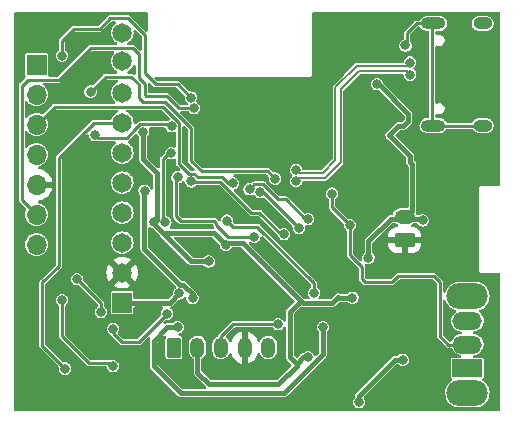
<source format=gbr>
%TF.GenerationSoftware,KiCad,Pcbnew,(6.0.2)*%
%TF.CreationDate,2022-03-17T07:21:37-04:00*%
%TF.ProjectId,ferrous_slime,66657272-6f75-4735-9f73-6c696d652e6b,v0.1.0*%
%TF.SameCoordinates,Original*%
%TF.FileFunction,Copper,L2,Bot*%
%TF.FilePolarity,Positive*%
%FSLAX46Y46*%
G04 Gerber Fmt 4.6, Leading zero omitted, Abs format (unit mm)*
G04 Created by KiCad (PCBNEW (6.0.2)) date 2022-03-17 07:21:37*
%MOMM*%
%LPD*%
G01*
G04 APERTURE LIST*
G04 Aperture macros list*
%AMRoundRect*
0 Rectangle with rounded corners*
0 $1 Rounding radius*
0 $2 $3 $4 $5 $6 $7 $8 $9 X,Y pos of 4 corners*
0 Add a 4 corners polygon primitive as box body*
4,1,4,$2,$3,$4,$5,$6,$7,$8,$9,$2,$3,0*
0 Add four circle primitives for the rounded corners*
1,1,$1+$1,$2,$3*
1,1,$1+$1,$4,$5*
1,1,$1+$1,$6,$7*
1,1,$1+$1,$8,$9*
0 Add four rect primitives between the rounded corners*
20,1,$1+$1,$2,$3,$4,$5,0*
20,1,$1+$1,$4,$5,$6,$7,0*
20,1,$1+$1,$6,$7,$8,$9,0*
20,1,$1+$1,$8,$9,$2,$3,0*%
G04 Aperture macros list end*
%TA.AperFunction,ComponentPad*%
%ADD10RoundRect,0.250000X-0.350000X-0.625000X0.350000X-0.625000X0.350000X0.625000X-0.350000X0.625000X0*%
%TD*%
%TA.AperFunction,ComponentPad*%
%ADD11O,1.200000X1.750000*%
%TD*%
%TA.AperFunction,ComponentPad*%
%ADD12RoundRect,0.250000X0.625000X-0.350000X0.625000X0.350000X-0.625000X0.350000X-0.625000X-0.350000X0*%
%TD*%
%TA.AperFunction,ComponentPad*%
%ADD13O,1.750000X1.200000*%
%TD*%
%TA.AperFunction,ComponentPad*%
%ADD14O,3.500000X2.200000*%
%TD*%
%TA.AperFunction,ComponentPad*%
%ADD15R,2.500000X1.500000*%
%TD*%
%TA.AperFunction,ComponentPad*%
%ADD16O,2.500000X1.500000*%
%TD*%
%TA.AperFunction,ComponentPad*%
%ADD17O,2.100000X1.000000*%
%TD*%
%TA.AperFunction,ComponentPad*%
%ADD18O,1.600000X1.000000*%
%TD*%
%TA.AperFunction,ComponentPad*%
%ADD19C,1.651000*%
%TD*%
%TA.AperFunction,ComponentPad*%
%ADD20R,1.651000X1.651000*%
%TD*%
%TA.AperFunction,ComponentPad*%
%ADD21R,1.700000X1.700000*%
%TD*%
%TA.AperFunction,ComponentPad*%
%ADD22O,1.700000X1.700000*%
%TD*%
%TA.AperFunction,ViaPad*%
%ADD23C,0.800000*%
%TD*%
%TA.AperFunction,ViaPad*%
%ADD24C,0.400000*%
%TD*%
%TA.AperFunction,ViaPad*%
%ADD25C,0.600000*%
%TD*%
%TA.AperFunction,Conductor*%
%ADD26C,0.400000*%
%TD*%
%TA.AperFunction,Conductor*%
%ADD27C,0.250000*%
%TD*%
%TA.AperFunction,Conductor*%
%ADD28C,0.200000*%
%TD*%
G04 APERTURE END LIST*
D10*
%TO.P,J1,1,Pin_1*%
%TO.N,IO10_SDA*%
X69406008Y-58367000D03*
D11*
%TO.P,J1,2,Pin_2*%
%TO.N,+3V3*%
X71406008Y-58367000D03*
%TO.P,J1,3,Pin_3*%
%TO.N,IO7_INT2*%
X73406008Y-58367000D03*
%TO.P,J1,4,Pin_4*%
%TO.N,GND*%
X75406008Y-58367000D03*
%TO.P,J1,5,Pin_5*%
%TO.N,IO8_SCL*%
X77406008Y-58367000D03*
%TD*%
D12*
%TO.P,J3,1,Pin_1*%
%TO.N,GND*%
X88950800Y-49276000D03*
D13*
%TO.P,J3,2,Pin_2*%
%TO.N,+BATT*%
X88950800Y-47276000D03*
%TD*%
D14*
%TO.P,SW1,*%
%TO.N,*%
X94266004Y-62212986D03*
X94266004Y-54012986D03*
D15*
%TO.P,SW1,1,A*%
%TO.N,+5V*%
X94266004Y-60112986D03*
D16*
%TO.P,SW1,2,B*%
%TO.N,Net-(D2-Pad1)*%
X94266004Y-58112986D03*
%TO.P,SW1,3,C*%
%TO.N,unconnected-(SW1-Pad3)*%
X94266004Y-56112986D03*
%TD*%
D17*
%TO.P,J4,S1,SHIELD*%
%TO.N,Net-(J4-PadS1)*%
X91383000Y-39572990D03*
X91383000Y-30932990D03*
D18*
X95563000Y-30932990D03*
X95563000Y-39572990D03*
%TD*%
D19*
%TO.P,U1,*%
%TO.N,*%
X65038460Y-31707462D03*
X65038460Y-34120462D03*
D20*
%TO.P,U1,1,VCC*%
%TO.N,+3V3*%
X65038460Y-54567462D03*
D19*
%TO.P,U1,2,GND*%
%TO.N,GND*%
X65038460Y-52027462D03*
%TO.P,U1,3,SCL*%
%TO.N,IO8_SCL*%
X65038460Y-49487462D03*
%TO.P,U1,4,SDA*%
%TO.N,IO10_SDA*%
X65038460Y-46947462D03*
%TO.P,U1,5,AD0_BNO/INT_ICM*%
%TO.N,Net-(JP2-Pad2)*%
X65038460Y-44407462D03*
%TO.P,U1,6,AD0_ICM*%
%TO.N,Net-(JP1-Pad1)*%
X65038460Y-41867462D03*
%TO.P,U1,7,INT_BNO/AD0_MPU*%
%TO.N,Net-(JP1-Pad3)*%
X65038460Y-39327462D03*
%TO.P,U1,8,INT_MPU*%
%TO.N,Net-(JP3-Pad3)*%
X65038460Y-36787462D03*
%TD*%
D21*
%TO.P,J2,1,Pin_1*%
%TO.N,+3V3*%
X57785000Y-34417000D03*
D22*
%TO.P,J2,2,Pin_2*%
%TO.N,UNUSED_IO2*%
X57785000Y-36957000D03*
%TO.P,J2,3,Pin_3*%
%TO.N,UNUSED_IO4*%
X57785000Y-39497000D03*
%TO.P,J2,4,Pin_4*%
%TO.N,UNUSED_IO9*%
X57785000Y-42037000D03*
%TO.P,J2,5,Pin_5*%
%TO.N,GND*%
X57785000Y-44577000D03*
%TO.P,J2,6,Pin_6*%
%TO.N,UNUSED_IO20*%
X57785000Y-47117000D03*
%TO.P,J2,7,Pin_7*%
%TO.N,UNUSED_IO21*%
X57785000Y-49657000D03*
%TD*%
D23*
%TO.N,+BATT*%
X86614000Y-36068000D03*
X69723000Y-56642000D03*
X90474800Y-47599600D03*
X82042000Y-56642000D03*
X85887500Y-50761500D03*
D24*
%TO.N,GND*%
X56896000Y-51943000D03*
D23*
X88880000Y-43160000D03*
D24*
X94234000Y-40386000D03*
X61849000Y-46736000D03*
X87757000Y-61341000D03*
D23*
X89741798Y-59426012D03*
D24*
X59182000Y-53213000D03*
X85344000Y-31877000D03*
X81407000Y-41910000D03*
D23*
X78994000Y-37084000D03*
D24*
X69342000Y-43053000D03*
X73533000Y-62865000D03*
X66040000Y-56261000D03*
X74549000Y-51816000D03*
D23*
X83566000Y-62992000D03*
X88900000Y-40386000D03*
D24*
X66675000Y-30607000D03*
D23*
X90932000Y-55372000D03*
D24*
X70358000Y-40894000D03*
X59817000Y-37338000D03*
X63881000Y-35941000D03*
X57023000Y-40767000D03*
D23*
X69485181Y-36813819D03*
D24*
X59309000Y-41529000D03*
D23*
X75895200Y-51358800D03*
D24*
X94361000Y-38735000D03*
X57023000Y-32258000D03*
X69342000Y-40767000D03*
X62230000Y-44196000D03*
X86995000Y-33401000D03*
X96012000Y-60960000D03*
X60452000Y-40132000D03*
X65969500Y-35020471D03*
X63754000Y-50292000D03*
D25*
X88559889Y-36207501D03*
D24*
X93726000Y-32131000D03*
D23*
X87630000Y-43434000D03*
D24*
X71882000Y-52451000D03*
X77851000Y-46990000D03*
X61849000Y-49276000D03*
X63881000Y-47879000D03*
X96012000Y-55372000D03*
D23*
X70993000Y-55753000D03*
D24*
X67310000Y-55753000D03*
X87376000Y-53467000D03*
X60706000Y-33020000D03*
X73025000Y-44831000D03*
D23*
X90678000Y-61214000D03*
X73168565Y-39982906D03*
X71041498Y-45567600D03*
X81889600Y-40944800D03*
X87849000Y-32673000D03*
D24*
X92202000Y-35052000D03*
X69850000Y-62865000D03*
D23*
X59927819Y-58530819D03*
D24*
X81661000Y-36449000D03*
D23*
X67691000Y-49403000D03*
X90590506Y-38536701D03*
D24*
X84963000Y-57277000D03*
D23*
X84328000Y-51816000D03*
D24*
X73025000Y-46990000D03*
X61595000Y-61722000D03*
D23*
X66040000Y-45720000D03*
X91948000Y-41656000D03*
D24*
X57531000Y-57531000D03*
X94361000Y-35814000D03*
X72390000Y-59690000D03*
X60833000Y-56896000D03*
D23*
X74532500Y-53213000D03*
X75189612Y-42020518D03*
X73168565Y-41970820D03*
D24*
X63500000Y-31877000D03*
X93472000Y-48260000D03*
D23*
X85598000Y-41783000D03*
D24*
X92837000Y-40259000D03*
X69723000Y-51435000D03*
X87503000Y-51943000D03*
D23*
X81026000Y-51054000D03*
D24*
X78105000Y-41529000D03*
X82042000Y-48514000D03*
X73279000Y-54991000D03*
X81661000Y-44958000D03*
D23*
X90576400Y-45516800D03*
D24*
X67310000Y-53086000D03*
X85090000Y-44323000D03*
X77851000Y-60071000D03*
X57531000Y-54102000D03*
X96139000Y-37846000D03*
X68326000Y-53086000D03*
X77089000Y-56896000D03*
X96139000Y-33020000D03*
D23*
X78740000Y-51308000D03*
D24*
X83693000Y-44323000D03*
X81788000Y-32258000D03*
X60833000Y-42037000D03*
X77343000Y-62865000D03*
X85344000Y-47498000D03*
D23*
X75139914Y-39982906D03*
X94742000Y-41656000D03*
D24*
X92456000Y-55372000D03*
D23*
X88646000Y-44958000D03*
X79694502Y-45730509D03*
D24*
X62230000Y-34290000D03*
X85979000Y-63119000D03*
X93020499Y-37719000D03*
X66167000Y-38481000D03*
D23*
X89154000Y-30734000D03*
D24*
X92456000Y-51816000D03*
X68453000Y-50546000D03*
X66294000Y-32258000D03*
X79756000Y-49276000D03*
D23*
X72136000Y-49543000D03*
X65786000Y-59944000D03*
%TO.N,+3V3*%
X72364000Y-51080000D03*
X69850000Y-53782000D03*
X84533000Y-54151000D03*
X80772000Y-59182000D03*
X67755097Y-47752000D03*
X66802000Y-40132000D03*
X73818500Y-49688500D03*
%TO.N,IO0*%
X69723000Y-43942000D03*
X76220000Y-48969000D03*
%TO.N,IO1*%
X70866000Y-44297600D03*
X78740000Y-48768000D03*
%TO.N,+5V*%
X85090000Y-62992000D03*
X88796622Y-59402865D03*
%TO.N,Net-(D2-Pad1)*%
X82804000Y-45339000D03*
X84328000Y-48006000D03*
%TO.N,USB_D-*%
X89408000Y-35255200D03*
X79781400Y-44272200D03*
%TO.N,USB_D+*%
X79756000Y-43332400D03*
X89408000Y-34239200D03*
%TO.N,IO7_INT2*%
X80010000Y-48260000D03*
X76729904Y-45211989D03*
X78232000Y-56388000D03*
%TO.N,Net-(JP1-Pad3)*%
X60198000Y-60147200D03*
%TO.N,IO6_INT1*%
X68834000Y-55499000D03*
X64262000Y-56785500D03*
%TO.N,Net-(JP2-Pad2)*%
X59944000Y-54356000D03*
X64262000Y-59944000D03*
%TO.N,Net-(JP3-Pad3)*%
X61214000Y-52578000D03*
X63246000Y-55372000D03*
%TO.N,IO5_LED*%
X80772000Y-47498000D03*
X75819000Y-44958000D03*
%TO.N,B_SENSE*%
X66929000Y-45085000D03*
X70993000Y-54166000D03*
%TO.N,UNUSED_IO2*%
X69215000Y-39624000D03*
X62738000Y-40386000D03*
%TO.N,UNUSED_IO4*%
X74422000Y-44450000D03*
%TO.N,UNUSED_IO9*%
X62357000Y-36703000D03*
X77978000Y-44069000D03*
%TO.N,UNUSED_IO20*%
X71120530Y-38101855D03*
%TO.N,Net-(C2-Pad1)*%
X69194502Y-41910000D03*
X81280000Y-53721000D03*
X68681600Y-47752000D03*
X73914000Y-47625000D03*
%TO.N,Net-(J4-PadS1)*%
X89019069Y-32790431D03*
%TO.N,UNUSED_IO21*%
X70866000Y-37211000D03*
X59944000Y-33655000D03*
%TD*%
D26*
%TO.N,+BATT*%
X87647095Y-40403095D02*
X88424679Y-39625511D01*
X89606511Y-46844489D02*
X89606511Y-42859068D01*
X89274511Y-39199932D02*
X89274511Y-38598068D01*
X85887500Y-49363000D02*
X87789500Y-47461000D01*
X89408000Y-42164000D02*
X87647095Y-40403095D01*
X88990000Y-47461000D02*
X89606511Y-46844489D01*
X67691000Y-59944000D02*
X67691000Y-57785000D01*
X90336200Y-47461000D02*
X90474800Y-47599600D01*
X86744443Y-36068000D02*
X86614000Y-36068000D01*
X89408000Y-42660557D02*
X89408000Y-42164000D01*
X78751443Y-62230000D02*
X69977000Y-62230000D01*
X82042000Y-58939443D02*
X78751443Y-62230000D01*
X88848932Y-39625511D02*
X89274511Y-39199932D01*
X88424679Y-39625511D02*
X88848932Y-39625511D01*
X89274511Y-38598068D02*
X86744443Y-36068000D01*
X67691000Y-57785000D02*
X68834000Y-56642000D01*
X68834000Y-56642000D02*
X69723000Y-56642000D01*
X82042000Y-56642000D02*
X82042000Y-58939443D01*
X89606511Y-42859068D02*
X89408000Y-42660557D01*
X88990000Y-47461000D02*
X90336200Y-47461000D01*
X87789500Y-47461000D02*
X88990000Y-47461000D01*
X69977000Y-62230000D02*
X67691000Y-59944000D01*
X85887500Y-50761500D02*
X85887500Y-49363000D01*
%TO.N,GND*%
X90590506Y-38536701D02*
X90590506Y-38238118D01*
X89741798Y-60277798D02*
X90678000Y-61214000D01*
X89741798Y-59426012D02*
X89741798Y-60277798D01*
X90590506Y-38238118D02*
X88559889Y-36207501D01*
%TO.N,+3V3*%
X79804600Y-59738600D02*
X79804600Y-59895400D01*
X67755097Y-47943097D02*
X68453000Y-48641000D01*
X75232600Y-49530000D02*
X73914000Y-49530000D01*
X79248000Y-59182000D02*
X79804600Y-59738600D01*
X82804000Y-54610000D02*
X80312600Y-54610000D01*
X80010000Y-54610000D02*
X79248000Y-55372000D01*
X80772000Y-59182000D02*
X80361200Y-59182000D01*
X78232000Y-61468000D02*
X72390000Y-61468000D01*
X79804600Y-59895400D02*
X78232000Y-61468000D01*
X79248000Y-55372000D02*
X79248000Y-59182000D01*
X68001480Y-47404677D02*
X67955089Y-47451068D01*
X67755097Y-47752000D02*
X67755097Y-47943097D01*
X72771000Y-48641000D02*
X68453000Y-48641000D01*
X71406008Y-60484008D02*
X71406008Y-58367000D01*
X69850000Y-53782000D02*
X69064528Y-54567472D01*
X80361200Y-59182000D02*
X79804600Y-59738600D01*
X66802000Y-42429443D02*
X68001480Y-43628923D01*
X72364000Y-51080000D02*
X70892000Y-51080000D01*
X72390000Y-61468000D02*
X71406008Y-60484008D01*
X75232600Y-49530000D02*
X80312600Y-54610000D01*
X70892000Y-51080000D02*
X68453000Y-48641000D01*
X67955089Y-47451068D02*
X67955089Y-47552008D01*
X83361000Y-54151000D02*
X83312000Y-54102000D01*
X68001480Y-43628923D02*
X68001480Y-47404677D01*
X69064528Y-54567472D02*
X65038460Y-54567472D01*
X83312000Y-54102000D02*
X82804000Y-54610000D01*
X66802000Y-40132000D02*
X66802000Y-42429443D01*
X84533000Y-54151000D02*
X83361000Y-54151000D01*
X73818500Y-49688500D02*
X72771000Y-48641000D01*
X67955089Y-47552008D02*
X67755097Y-47752000D01*
D27*
%TO.N,IO0*%
X72999600Y-47802800D02*
X72999600Y-48006000D01*
X69596000Y-44069000D02*
X69596000Y-47244000D01*
X73962600Y-48969000D02*
X76220000Y-48969000D01*
X72999600Y-48006000D02*
X73962600Y-48969000D01*
X72847200Y-47650400D02*
X72999600Y-47802800D01*
X69723000Y-43942000D02*
X69596000Y-44069000D01*
X70002400Y-47650400D02*
X72847200Y-47650400D01*
X69596000Y-47244000D02*
X70002400Y-47650400D01*
%TO.N,IO1*%
X75946000Y-46939200D02*
X76657200Y-46939200D01*
X76657200Y-46939200D02*
X78486000Y-48768000D01*
X70891400Y-44323000D02*
X73329800Y-44323000D01*
X78486000Y-48768000D02*
X78740000Y-48768000D01*
X70866000Y-44297600D02*
X70891400Y-44323000D01*
X73329800Y-44323000D02*
X75946000Y-46939200D01*
D26*
%TO.N,+5V*%
X88796622Y-59402865D02*
X88171135Y-59402865D01*
X85090000Y-62484000D02*
X85090000Y-62992000D01*
X88171135Y-59402865D02*
X85090000Y-62484000D01*
D27*
%TO.N,Net-(D2-Pad1)*%
X85598000Y-52832000D02*
X87884000Y-52832000D01*
X92656996Y-58112996D02*
X94266004Y-58112996D01*
X91948000Y-52832000D02*
X91948000Y-57404000D01*
X82804000Y-45339000D02*
X82804000Y-46482000D01*
X84328000Y-50546000D02*
X85344000Y-51562000D01*
X85344000Y-52578000D02*
X85598000Y-52832000D01*
X85344000Y-51562000D02*
X85344000Y-52578000D01*
X91440000Y-52324000D02*
X91948000Y-52832000D01*
X84328000Y-48006000D02*
X84328000Y-50546000D01*
X91948000Y-57404000D02*
X92656996Y-58112996D01*
X87884000Y-52832000D02*
X88392000Y-52324000D01*
X82804000Y-46482000D02*
X84328000Y-48006000D01*
X88392000Y-52324000D02*
X91440000Y-52324000D01*
D28*
%TO.N,USB_D-*%
X82186000Y-44014600D02*
X80873600Y-44014600D01*
X83537000Y-42663600D02*
X82186000Y-44014600D01*
X83537000Y-36516800D02*
X83537000Y-42663600D01*
X89408000Y-35255200D02*
X89125001Y-34972201D01*
X80024593Y-44029007D02*
X80919502Y-44029007D01*
X89125001Y-34972201D02*
X85081599Y-34972201D01*
X79781400Y-44272200D02*
X80024593Y-44029007D01*
X85081599Y-34972201D02*
X83537000Y-36516800D01*
%TO.N,USB_D+*%
X89125001Y-34522199D02*
X84895201Y-34522199D01*
X79756000Y-43332400D02*
X80002607Y-43579007D01*
X83087000Y-42477200D02*
X81999600Y-43564600D01*
X81999600Y-43564600D02*
X80873600Y-43564600D01*
X84895201Y-34522199D02*
X83087000Y-36330400D01*
X83087000Y-36330400D02*
X83087000Y-42477200D01*
X80002607Y-43579007D02*
X80919502Y-43579007D01*
X89408000Y-34239200D02*
X89125001Y-34522199D01*
D27*
%TO.N,IO7_INT2*%
X76961989Y-45211989D02*
X80010000Y-48260000D01*
X73406008Y-57403992D02*
X74422000Y-56388000D01*
X74422000Y-56388000D02*
X78232000Y-56388000D01*
X73406008Y-58367000D02*
X73406008Y-57403992D01*
X76729904Y-45211989D02*
X76961989Y-45211989D01*
%TO.N,Net-(JP1-Pad3)*%
X58276489Y-52848511D02*
X59690000Y-51435000D01*
X60198000Y-60147200D02*
X58276489Y-58225689D01*
X62653528Y-39327472D02*
X65038460Y-39327472D01*
X59690000Y-42291000D02*
X62653528Y-39327472D01*
X58276489Y-58225689D02*
X58276489Y-52848511D01*
X59690000Y-51435000D02*
X59690000Y-42291000D01*
%TO.N,IO6_INT1*%
X68834000Y-55499000D02*
X66421000Y-57912000D01*
X65024000Y-57912000D02*
X64262000Y-57150000D01*
X64262000Y-57150000D02*
X64262000Y-56785500D01*
X66421000Y-57912000D02*
X65024000Y-57912000D01*
%TO.N,Net-(JP2-Pad2)*%
X62230000Y-59690000D02*
X64008000Y-59690000D01*
X64008000Y-59690000D02*
X64262000Y-59944000D01*
X59944000Y-54356000D02*
X59944000Y-57404000D01*
X59944000Y-57404000D02*
X62230000Y-59690000D01*
%TO.N,Net-(JP3-Pad3)*%
X63246000Y-55372000D02*
X63246000Y-54610000D01*
X63246000Y-54610000D02*
X61214000Y-52578000D01*
%TO.N,IO5_LED*%
X80540616Y-47498000D02*
X80772000Y-47498000D01*
X76216522Y-44560478D02*
X76999770Y-44560478D01*
X76999770Y-44560478D02*
X78263676Y-45824384D01*
X78867000Y-45824384D02*
X80540616Y-47498000D01*
X75819000Y-44958000D02*
X76216522Y-44560478D01*
X78263676Y-45824384D02*
X78867000Y-45824384D01*
D26*
%TO.N,B_SENSE*%
X70200489Y-53055489D02*
X70993000Y-53848000D01*
X69946489Y-53055489D02*
X70200489Y-53055489D01*
X66913689Y-45100311D02*
X66913689Y-50022689D01*
X66913689Y-50022689D02*
X69946489Y-53055489D01*
X66929000Y-45085000D02*
X66913689Y-45100311D01*
X70993000Y-53848000D02*
X70993000Y-54102000D01*
D27*
%TO.N,UNUSED_IO2*%
X65405000Y-40640000D02*
X66150489Y-39894511D01*
X66150489Y-39862134D02*
X66532134Y-39480489D01*
X66532134Y-39480489D02*
X69071489Y-39480489D01*
X66150489Y-39894511D02*
X66150489Y-39862134D01*
X62992000Y-40640000D02*
X65405000Y-40640000D01*
X62738000Y-40386000D02*
X62992000Y-40640000D01*
X69071489Y-39480489D02*
X69215000Y-39624000D01*
%TO.N,UNUSED_IO4*%
X73485760Y-43946480D02*
X71436257Y-43946480D01*
X69850000Y-39910377D02*
X69866511Y-39893866D01*
X68485377Y-37973000D02*
X59309000Y-37973000D01*
X69866511Y-39354134D02*
X68485377Y-37973000D01*
X73989280Y-44450000D02*
X73485760Y-43946480D01*
X71135866Y-43646089D02*
X70697089Y-43646089D01*
X70697089Y-43646089D02*
X69850000Y-42799000D01*
X69866511Y-39893866D02*
X69866511Y-39354134D01*
X71436257Y-43946480D02*
X71135866Y-43646089D01*
X69850000Y-42799000D02*
X69850000Y-39910377D01*
X59309000Y-37973000D02*
X57785000Y-39497000D01*
X74422000Y-44450000D02*
X73989280Y-44450000D01*
%TO.N,UNUSED_IO9*%
X70866000Y-42545000D02*
X70866000Y-39821143D01*
X71755000Y-43434000D02*
X70866000Y-42545000D01*
X66421000Y-36068000D02*
X65786000Y-35433000D01*
X70866000Y-39821143D02*
X68636857Y-37592000D01*
X66802000Y-37592000D02*
X66421000Y-37211000D01*
X63627000Y-35433000D02*
X62357000Y-36703000D01*
X77343000Y-43434000D02*
X71755000Y-43434000D01*
X66421000Y-37211000D02*
X66421000Y-36068000D01*
X68636857Y-37592000D02*
X66802000Y-37592000D01*
X77978000Y-44069000D02*
X77343000Y-43434000D01*
X65786000Y-35433000D02*
X63627000Y-35433000D01*
%TO.N,UNUSED_IO20*%
X66929000Y-36957000D02*
X66929000Y-36043520D01*
X66929000Y-36043520D02*
X66421000Y-35535520D01*
X56515000Y-45847000D02*
X57785000Y-47117000D01*
X67056000Y-37084000D02*
X66929000Y-36957000D01*
X65913000Y-33020000D02*
X62357000Y-33020000D01*
X56515000Y-36195000D02*
X56515000Y-45847000D01*
X69851855Y-38101855D02*
X68834000Y-37084000D01*
X71120530Y-38101855D02*
X69851855Y-38101855D01*
X62357000Y-33020000D02*
X59690000Y-35687000D01*
X66421000Y-33528000D02*
X65913000Y-33020000D01*
X68834000Y-37084000D02*
X67056000Y-37084000D01*
X66421000Y-35535520D02*
X66421000Y-33528000D01*
X59690000Y-35687000D02*
X57023000Y-35687000D01*
X57023000Y-35687000D02*
X56515000Y-36195000D01*
%TO.N,Net-(C2-Pad1)*%
X68453000Y-47523400D02*
X68681600Y-47752000D01*
X69194502Y-41910000D02*
X68961000Y-41910000D01*
X68453000Y-42418000D02*
X68453000Y-47523400D01*
X81280000Y-53721000D02*
X81280000Y-52926623D01*
X76486377Y-48133000D02*
X74422000Y-48133000D01*
X81280000Y-52926623D02*
X76486377Y-48133000D01*
X74422000Y-48133000D02*
X73914000Y-47625000D01*
X68961000Y-41910000D02*
X68453000Y-42418000D01*
%TO.N,Net-(J4-PadS1)*%
X89154000Y-31750000D02*
X89971000Y-30933000D01*
X89019069Y-32790431D02*
X89154000Y-32655500D01*
X91306479Y-31009521D02*
X91306479Y-39496479D01*
X91383000Y-39573000D02*
X95563000Y-39573000D01*
X89154000Y-32655500D02*
X89154000Y-31750000D01*
X89971000Y-30933000D02*
X91129000Y-30933000D01*
%TO.N,UNUSED_IO21*%
X66929000Y-31877000D02*
X65532000Y-30480000D01*
X64008000Y-30480000D02*
X63119000Y-31369000D01*
X66929000Y-35136453D02*
X66929000Y-31877000D01*
X63119000Y-31369000D02*
X60960000Y-31369000D01*
X67860547Y-36068000D02*
X66929000Y-35136453D01*
X65532000Y-30480000D02*
X64008000Y-30480000D01*
X59944000Y-32385000D02*
X59944000Y-33655000D01*
X69723000Y-36068000D02*
X67860547Y-36068000D01*
X70866000Y-37211000D02*
X69723000Y-36068000D01*
X60960000Y-31369000D02*
X59944000Y-32385000D01*
%TD*%
%TA.AperFunction,Conductor*%
%TO.N,GND*%
G36*
X67056000Y-29950146D02*
G01*
X67059017Y-29949166D01*
X67065036Y-29950933D01*
X67065827Y-29946955D01*
X67090356Y-29951835D01*
X67135767Y-29970645D01*
X67144050Y-29976179D01*
X67178821Y-30010950D01*
X67184355Y-30019233D01*
X67203165Y-30064644D01*
X67208045Y-30089173D01*
X67203418Y-30090093D01*
X67205576Y-30096778D01*
X67204854Y-30099000D01*
X67210000Y-30114838D01*
X67210000Y-31496721D01*
X67189998Y-31564842D01*
X67136342Y-31611335D01*
X67066068Y-31621439D01*
X67001488Y-31591945D01*
X66994905Y-31585816D01*
X65736911Y-30327822D01*
X65721241Y-30308729D01*
X65720937Y-30308274D01*
X65720935Y-30308272D01*
X65714043Y-30297957D01*
X65630521Y-30242150D01*
X65615214Y-30239105D01*
X65532000Y-30222552D01*
X65519297Y-30225079D01*
X65494714Y-30227500D01*
X64045286Y-30227500D01*
X64020703Y-30225079D01*
X64008000Y-30222552D01*
X63924786Y-30239105D01*
X63909479Y-30242150D01*
X63825957Y-30297957D01*
X63819065Y-30308272D01*
X63819063Y-30308274D01*
X63818759Y-30308729D01*
X63803089Y-30327822D01*
X63051316Y-31079595D01*
X62989004Y-31113621D01*
X62962221Y-31116500D01*
X60997286Y-31116500D01*
X60972703Y-31114079D01*
X60960000Y-31111552D01*
X60876786Y-31128105D01*
X60861479Y-31131150D01*
X60851162Y-31138044D01*
X60851161Y-31138044D01*
X60788273Y-31180064D01*
X60777957Y-31186957D01*
X60771065Y-31197272D01*
X60771063Y-31197274D01*
X60770759Y-31197729D01*
X60755089Y-31216822D01*
X59791822Y-32180089D01*
X59772729Y-32195759D01*
X59772274Y-32196063D01*
X59772272Y-32196065D01*
X59761957Y-32202957D01*
X59706150Y-32286479D01*
X59706150Y-32286480D01*
X59686552Y-32385000D01*
X59688973Y-32397170D01*
X59689079Y-32397703D01*
X59691500Y-32422286D01*
X59691500Y-33121713D01*
X59671498Y-33189834D01*
X59642204Y-33221676D01*
X59610276Y-33246175D01*
X59567782Y-33278782D01*
X59483229Y-33388974D01*
X59462301Y-33439500D01*
X59434369Y-33506934D01*
X59430077Y-33517295D01*
X59428999Y-33525483D01*
X59425187Y-33554442D01*
X59411948Y-33655000D01*
X59413026Y-33663188D01*
X59427782Y-33775269D01*
X59430077Y-33792705D01*
X59483229Y-33921026D01*
X59567782Y-34031218D01*
X59677974Y-34115771D01*
X59742135Y-34142347D01*
X59798665Y-34165763D01*
X59798668Y-34165764D01*
X59806295Y-34168923D01*
X59944000Y-34187052D01*
X59952188Y-34185974D01*
X59958478Y-34185146D01*
X60081705Y-34168923D01*
X60089332Y-34165764D01*
X60089335Y-34165763D01*
X60145865Y-34142347D01*
X60210026Y-34115771D01*
X60320218Y-34031218D01*
X60404771Y-33921026D01*
X60457923Y-33792705D01*
X60460219Y-33775269D01*
X60474974Y-33663188D01*
X60476052Y-33655000D01*
X60462813Y-33554442D01*
X60459001Y-33525483D01*
X60457923Y-33517295D01*
X60453632Y-33506934D01*
X60425699Y-33439500D01*
X60404771Y-33388974D01*
X60320218Y-33278782D01*
X60277724Y-33246175D01*
X60245796Y-33221676D01*
X60203929Y-33164338D01*
X60196500Y-33121713D01*
X60196500Y-32541779D01*
X60216502Y-32473658D01*
X60233405Y-32452684D01*
X61027684Y-31658405D01*
X61089996Y-31624379D01*
X61116779Y-31621500D01*
X63081714Y-31621500D01*
X63106296Y-31623921D01*
X63119000Y-31626448D01*
X63202214Y-31609895D01*
X63217521Y-31606850D01*
X63286905Y-31560490D01*
X63290727Y-31557936D01*
X63301043Y-31551043D01*
X63307935Y-31540728D01*
X63307937Y-31540726D01*
X63308241Y-31540271D01*
X63323911Y-31521178D01*
X64075684Y-30769405D01*
X64137996Y-30735379D01*
X64164779Y-30732500D01*
X64372310Y-30732500D01*
X64440431Y-30752502D01*
X64486924Y-30806158D01*
X64497028Y-30876432D01*
X64467534Y-30941012D01*
X64451262Y-30956696D01*
X64368455Y-31023275D01*
X64248322Y-31166443D01*
X64245359Y-31171832D01*
X64245356Y-31171837D01*
X64194294Y-31264720D01*
X64158286Y-31330219D01*
X64156425Y-31336086D01*
X64156424Y-31336088D01*
X64136558Y-31398713D01*
X64101775Y-31508363D01*
X64080942Y-31694092D01*
X64081458Y-31700236D01*
X64094420Y-31854589D01*
X64096581Y-31880329D01*
X64148096Y-32059982D01*
X64233524Y-32226208D01*
X64237347Y-32231032D01*
X64237350Y-32231036D01*
X64268977Y-32270939D01*
X64349612Y-32372674D01*
X64354306Y-32376669D01*
X64468267Y-32473658D01*
X64491938Y-32493804D01*
X64554975Y-32529034D01*
X64559409Y-32531512D01*
X64609115Y-32582205D01*
X64623523Y-32651724D01*
X64598060Y-32717997D01*
X64540808Y-32759983D01*
X64497939Y-32767500D01*
X62394286Y-32767500D01*
X62369704Y-32765079D01*
X62369171Y-32764973D01*
X62357000Y-32762552D01*
X62258480Y-32782149D01*
X62258478Y-32782150D01*
X62258479Y-32782150D01*
X62254836Y-32784584D01*
X62185273Y-32831064D01*
X62174957Y-32837957D01*
X62168065Y-32848272D01*
X62168063Y-32848274D01*
X62167759Y-32848729D01*
X62152089Y-32867822D01*
X59622316Y-35397595D01*
X59560004Y-35431621D01*
X59533221Y-35434500D01*
X58885212Y-35434500D01*
X58817091Y-35414498D01*
X58770598Y-35360842D01*
X58762572Y-35291978D01*
X58760686Y-35291792D01*
X58761294Y-35285623D01*
X58762500Y-35279558D01*
X58762500Y-33554442D01*
X58755102Y-33517252D01*
X58726922Y-33475078D01*
X58684748Y-33446898D01*
X58672578Y-33444477D01*
X58653623Y-33440706D01*
X58653618Y-33440706D01*
X58647558Y-33439500D01*
X56922442Y-33439500D01*
X56916382Y-33440706D01*
X56916377Y-33440706D01*
X56897422Y-33444477D01*
X56885252Y-33446898D01*
X56843078Y-33475078D01*
X56814898Y-33517252D01*
X56807500Y-33554442D01*
X56807500Y-35279558D01*
X56808706Y-35285618D01*
X56808706Y-35285623D01*
X56812137Y-35302870D01*
X56814898Y-35316748D01*
X56821791Y-35327065D01*
X56821792Y-35327066D01*
X56843078Y-35358922D01*
X56839886Y-35361055D01*
X56863389Y-35404096D01*
X56858324Y-35474911D01*
X56839597Y-35504050D01*
X56840956Y-35504958D01*
X56833759Y-35515729D01*
X56818089Y-35534822D01*
X56362822Y-35990089D01*
X56343729Y-36005759D01*
X56343274Y-36006063D01*
X56343272Y-36006065D01*
X56332957Y-36012957D01*
X56326064Y-36023273D01*
X56318736Y-36034240D01*
X56277150Y-36096479D01*
X56277150Y-36096480D01*
X56272694Y-36118878D01*
X56272694Y-36118879D01*
X56267028Y-36147365D01*
X56257552Y-36195000D01*
X56259973Y-36207170D01*
X56260079Y-36207703D01*
X56262500Y-36232286D01*
X56262500Y-45809714D01*
X56260079Y-45834296D01*
X56257552Y-45847000D01*
X56272651Y-45922904D01*
X56277150Y-45945521D01*
X56284045Y-45955840D01*
X56318104Y-46006813D01*
X56332957Y-46029043D01*
X56343272Y-46035935D01*
X56343274Y-46035937D01*
X56343729Y-46036241D01*
X56362822Y-46051911D01*
X56871625Y-46560714D01*
X56905651Y-46623026D01*
X56900586Y-46693841D01*
X56892946Y-46710507D01*
X56882198Y-46730058D01*
X56880337Y-46735925D01*
X56880336Y-46735927D01*
X56848197Y-46837243D01*
X56824234Y-46912783D01*
X56802866Y-47103286D01*
X56805851Y-47138829D01*
X56813954Y-47235323D01*
X56818907Y-47294311D01*
X56820606Y-47300236D01*
X56869309Y-47470083D01*
X56871746Y-47478583D01*
X56874561Y-47484060D01*
X56874562Y-47484063D01*
X56952815Y-47636328D01*
X56959370Y-47649082D01*
X56963193Y-47653906D01*
X56963196Y-47653910D01*
X57069872Y-47788500D01*
X57078443Y-47799314D01*
X57083137Y-47803308D01*
X57083137Y-47803309D01*
X57212018Y-47912995D01*
X57224428Y-47923557D01*
X57391765Y-48017079D01*
X57574081Y-48076317D01*
X57764430Y-48099015D01*
X57770565Y-48098543D01*
X57770567Y-48098543D01*
X57949420Y-48084781D01*
X57949424Y-48084780D01*
X57955562Y-48084308D01*
X58140199Y-48032756D01*
X58311305Y-47946324D01*
X58332476Y-47929784D01*
X58457509Y-47832097D01*
X58462365Y-47828303D01*
X58470849Y-47818474D01*
X58583595Y-47687857D01*
X58583596Y-47687855D01*
X58587624Y-47683189D01*
X58682312Y-47516509D01*
X58742821Y-47334612D01*
X58766847Y-47144425D01*
X58767230Y-47117000D01*
X58766650Y-47111077D01*
X58753572Y-46977703D01*
X58748524Y-46926217D01*
X58693117Y-46742701D01*
X58663341Y-46686700D01*
X58606014Y-46578884D01*
X58606012Y-46578881D01*
X58603120Y-46573442D01*
X58566868Y-46528993D01*
X58485856Y-46429661D01*
X58485854Y-46429659D01*
X58481962Y-46424887D01*
X58393862Y-46352004D01*
X58339006Y-46306623D01*
X58339002Y-46306621D01*
X58334256Y-46302694D01*
X58165629Y-46211518D01*
X58093742Y-46189265D01*
X58002290Y-46160956D01*
X57943130Y-46121705D01*
X57914583Y-46056700D01*
X57925712Y-45986581D01*
X57972983Y-45933610D01*
X58023540Y-45915612D01*
X58063184Y-45910534D01*
X58073262Y-45908392D01*
X58277255Y-45847191D01*
X58286842Y-45843433D01*
X58478095Y-45749739D01*
X58486945Y-45744464D01*
X58660328Y-45620792D01*
X58668200Y-45614139D01*
X58819052Y-45463812D01*
X58825730Y-45455965D01*
X58950003Y-45283020D01*
X58955313Y-45274183D01*
X59049670Y-45083267D01*
X59053469Y-45073672D01*
X59115377Y-44869910D01*
X59117555Y-44859837D01*
X59118986Y-44848962D01*
X59116775Y-44834778D01*
X59103617Y-44831000D01*
X57657000Y-44831000D01*
X57588879Y-44810998D01*
X57542386Y-44757342D01*
X57531000Y-44705000D01*
X57531000Y-44449000D01*
X57551002Y-44380879D01*
X57604658Y-44334386D01*
X57657000Y-44323000D01*
X59103344Y-44323000D01*
X59116875Y-44319027D01*
X59118180Y-44309947D01*
X59076214Y-44142875D01*
X59072894Y-44133124D01*
X58987972Y-43937814D01*
X58983105Y-43928739D01*
X58867426Y-43749926D01*
X58861136Y-43741757D01*
X58717806Y-43584240D01*
X58710273Y-43577215D01*
X58543139Y-43445222D01*
X58534552Y-43439517D01*
X58348117Y-43336599D01*
X58338705Y-43332369D01*
X58137959Y-43261280D01*
X58127989Y-43258646D01*
X58010383Y-43237698D01*
X57946826Y-43206060D01*
X57910463Y-43145083D01*
X57912839Y-43074126D01*
X57953200Y-43015718D01*
X57998595Y-42992293D01*
X58038887Y-42981043D01*
X58140199Y-42952756D01*
X58311305Y-42866324D01*
X58336600Y-42846562D01*
X58457509Y-42752097D01*
X58462365Y-42748303D01*
X58474503Y-42734241D01*
X58583595Y-42607857D01*
X58583596Y-42607855D01*
X58587624Y-42603189D01*
X58682312Y-42436509D01*
X58742821Y-42254612D01*
X58766847Y-42064425D01*
X58767230Y-42037000D01*
X58748524Y-41846217D01*
X58693117Y-41662701D01*
X58628050Y-41540328D01*
X58606014Y-41498884D01*
X58606012Y-41498881D01*
X58603120Y-41493442D01*
X58526289Y-41399237D01*
X58485856Y-41349661D01*
X58485854Y-41349659D01*
X58481962Y-41344887D01*
X58418081Y-41292040D01*
X58339006Y-41226623D01*
X58339002Y-41226621D01*
X58334256Y-41222694D01*
X58165629Y-41131518D01*
X58074067Y-41103175D01*
X57988392Y-41076654D01*
X57988389Y-41076653D01*
X57982505Y-41074832D01*
X57976380Y-41074188D01*
X57976379Y-41074188D01*
X57797985Y-41055438D01*
X57797984Y-41055438D01*
X57791857Y-41054794D01*
X57711779Y-41062082D01*
X57607087Y-41071609D01*
X57607084Y-41071610D01*
X57600948Y-41072168D01*
X57595042Y-41073906D01*
X57595038Y-41073907D01*
X57502944Y-41101012D01*
X57417050Y-41126292D01*
X57411590Y-41129146D01*
X57411591Y-41129146D01*
X57252627Y-41212250D01*
X57252623Y-41212253D01*
X57247167Y-41215105D01*
X57242367Y-41218965D01*
X57242366Y-41218965D01*
X57237728Y-41222694D01*
X57097770Y-41335223D01*
X57093812Y-41339940D01*
X57093810Y-41339942D01*
X56990022Y-41463632D01*
X56930912Y-41502959D01*
X56859924Y-41504085D01*
X56799597Y-41466654D01*
X56769083Y-41402549D01*
X56767500Y-41382641D01*
X56767500Y-40148825D01*
X56787502Y-40080704D01*
X56841158Y-40034211D01*
X56911432Y-40024107D01*
X56976012Y-40053601D01*
X56992245Y-40070560D01*
X57044113Y-40136000D01*
X57078443Y-40179314D01*
X57083137Y-40183308D01*
X57083137Y-40183309D01*
X57211970Y-40292954D01*
X57224428Y-40303557D01*
X57391765Y-40397079D01*
X57574081Y-40456317D01*
X57764430Y-40479015D01*
X57770565Y-40478543D01*
X57770567Y-40478543D01*
X57949420Y-40464781D01*
X57949424Y-40464780D01*
X57955562Y-40464308D01*
X58140199Y-40412756D01*
X58311305Y-40326324D01*
X58323208Y-40317025D01*
X58457509Y-40212097D01*
X58462365Y-40208303D01*
X58470811Y-40198518D01*
X58583595Y-40067857D01*
X58583596Y-40067855D01*
X58587624Y-40063189D01*
X58682312Y-39896509D01*
X58742821Y-39714612D01*
X58766847Y-39524425D01*
X58767230Y-39497000D01*
X58748524Y-39306217D01*
X58693117Y-39122701D01*
X58690225Y-39117262D01*
X58690223Y-39117257D01*
X58675540Y-39089644D01*
X58661218Y-39020107D01*
X58686765Y-38953866D01*
X58697695Y-38941394D01*
X59376684Y-38262405D01*
X59438996Y-38228379D01*
X59465779Y-38225500D01*
X64576251Y-38225500D01*
X64644372Y-38245502D01*
X64690865Y-38299158D01*
X64700969Y-38369432D01*
X64671475Y-38434012D01*
X64634626Y-38463162D01*
X64523090Y-38521471D01*
X64514107Y-38526167D01*
X64368455Y-38643275D01*
X64248322Y-38786443D01*
X64245359Y-38791832D01*
X64245356Y-38791837D01*
X64201379Y-38871832D01*
X64158286Y-38950219D01*
X64156424Y-38956088D01*
X64156423Y-38956091D01*
X64146596Y-38987070D01*
X64106933Y-39045954D01*
X64041731Y-39074047D01*
X64026494Y-39074972D01*
X62690809Y-39074972D01*
X62666228Y-39072551D01*
X62665700Y-39072446D01*
X62665699Y-39072446D01*
X62653528Y-39070025D01*
X62641357Y-39072446D01*
X62628658Y-39074972D01*
X62567177Y-39087201D01*
X62567176Y-39087201D01*
X62555007Y-39089622D01*
X62544690Y-39096516D01*
X62544689Y-39096516D01*
X62522092Y-39111615D01*
X62471485Y-39145429D01*
X62464593Y-39155744D01*
X62464591Y-39155746D01*
X62464287Y-39156201D01*
X62448617Y-39175294D01*
X59537822Y-42086089D01*
X59518729Y-42101759D01*
X59518274Y-42102063D01*
X59518272Y-42102065D01*
X59507957Y-42108957D01*
X59452150Y-42192479D01*
X59452150Y-42192480D01*
X59447694Y-42214878D01*
X59447694Y-42214879D01*
X59444933Y-42228759D01*
X59432552Y-42291000D01*
X59434973Y-42303170D01*
X59435079Y-42303703D01*
X59437500Y-42328286D01*
X59437500Y-51278221D01*
X59417498Y-51346342D01*
X59400595Y-51367316D01*
X58124311Y-52643600D01*
X58105218Y-52659270D01*
X58104763Y-52659574D01*
X58104761Y-52659576D01*
X58094446Y-52666468D01*
X58038639Y-52749990D01*
X58036639Y-52760043D01*
X58019041Y-52848511D01*
X58021462Y-52860681D01*
X58021568Y-52861214D01*
X58023989Y-52885797D01*
X58023989Y-58188403D01*
X58021568Y-58212985D01*
X58019041Y-58225689D01*
X58035594Y-58308903D01*
X58038639Y-58324210D01*
X58045533Y-58334527D01*
X58045533Y-58334528D01*
X58069531Y-58370444D01*
X58094446Y-58407732D01*
X58104761Y-58414624D01*
X58104763Y-58414626D01*
X58105218Y-58414930D01*
X58124311Y-58430600D01*
X59642365Y-59948654D01*
X59676391Y-60010966D01*
X59678192Y-60054195D01*
X59676503Y-60067028D01*
X59665948Y-60147200D01*
X59684077Y-60284905D01*
X59687236Y-60292532D01*
X59687237Y-60292535D01*
X59710358Y-60348354D01*
X59737229Y-60413226D01*
X59821782Y-60523418D01*
X59931974Y-60607971D01*
X59972002Y-60624551D01*
X60052665Y-60657963D01*
X60052668Y-60657964D01*
X60060295Y-60661123D01*
X60068483Y-60662201D01*
X60129148Y-60670188D01*
X60198000Y-60679252D01*
X60206188Y-60678174D01*
X60327517Y-60662201D01*
X60335705Y-60661123D01*
X60343332Y-60657964D01*
X60343335Y-60657963D01*
X60423998Y-60624551D01*
X60464026Y-60607971D01*
X60574218Y-60523418D01*
X60658771Y-60413226D01*
X60685642Y-60348354D01*
X60708763Y-60292535D01*
X60708764Y-60292532D01*
X60711923Y-60284905D01*
X60730052Y-60147200D01*
X60711923Y-60009495D01*
X60707279Y-59998282D01*
X60675250Y-59920958D01*
X60658771Y-59881174D01*
X60589390Y-59790755D01*
X60579241Y-59777528D01*
X60574218Y-59770982D01*
X60464026Y-59686429D01*
X60390525Y-59655984D01*
X60343335Y-59636437D01*
X60343332Y-59636436D01*
X60335705Y-59633277D01*
X60291004Y-59627392D01*
X60206188Y-59616226D01*
X60198000Y-59615148D01*
X60189812Y-59616226D01*
X60104995Y-59627392D01*
X60034846Y-59616452D01*
X59999454Y-59591565D01*
X58565894Y-58158005D01*
X58531868Y-58095693D01*
X58528989Y-58068910D01*
X58528989Y-54356000D01*
X59411948Y-54356000D01*
X59430077Y-54493705D01*
X59433236Y-54501332D01*
X59433237Y-54501335D01*
X59439065Y-54515404D01*
X59483229Y-54622026D01*
X59567782Y-54732218D01*
X59574328Y-54737241D01*
X59642204Y-54789324D01*
X59684071Y-54846662D01*
X59691500Y-54889287D01*
X59691500Y-57366714D01*
X59689079Y-57391296D01*
X59686552Y-57404000D01*
X59688973Y-57416170D01*
X59700433Y-57473778D01*
X59700432Y-57473778D01*
X59700434Y-57473783D01*
X59703728Y-57490347D01*
X59703729Y-57490350D01*
X59706150Y-57502521D01*
X59761957Y-57586043D01*
X59772272Y-57592935D01*
X59772274Y-57592937D01*
X59772729Y-57593241D01*
X59791822Y-57608911D01*
X62025089Y-59842178D01*
X62040759Y-59861271D01*
X62041063Y-59861726D01*
X62041065Y-59861728D01*
X62047957Y-59872043D01*
X62058272Y-59878935D01*
X62058276Y-59878939D01*
X62120305Y-59920385D01*
X62120307Y-59920385D01*
X62121164Y-59920958D01*
X62121165Y-59920959D01*
X62131479Y-59927850D01*
X62171505Y-59935812D01*
X62217297Y-59944921D01*
X62230000Y-59947448D01*
X62242704Y-59944921D01*
X62267286Y-59942500D01*
X63619251Y-59942500D01*
X63687372Y-59962502D01*
X63733865Y-60016158D01*
X63744173Y-60052052D01*
X63746738Y-60071531D01*
X63748077Y-60081705D01*
X63751236Y-60089332D01*
X63751237Y-60089335D01*
X63765966Y-60124894D01*
X63801229Y-60210026D01*
X63885782Y-60320218D01*
X63995974Y-60404771D01*
X64032202Y-60419777D01*
X64116665Y-60454763D01*
X64116668Y-60454764D01*
X64124295Y-60457923D01*
X64262000Y-60476052D01*
X64270188Y-60474974D01*
X64391517Y-60459001D01*
X64399705Y-60457923D01*
X64407332Y-60454764D01*
X64407335Y-60454763D01*
X64491798Y-60419777D01*
X64528026Y-60404771D01*
X64638218Y-60320218D01*
X64722771Y-60210026D01*
X64758034Y-60124894D01*
X64772763Y-60089335D01*
X64772764Y-60089332D01*
X64775923Y-60081705D01*
X64794052Y-59944000D01*
X64775923Y-59806295D01*
X64769487Y-59790755D01*
X64737715Y-59714052D01*
X64722771Y-59677974D01*
X64638218Y-59567782D01*
X64528026Y-59483229D01*
X64463865Y-59456653D01*
X64407335Y-59433237D01*
X64407332Y-59433236D01*
X64399705Y-59430077D01*
X64262000Y-59411948D01*
X64124295Y-59430077D01*
X64116661Y-59433239D01*
X64108689Y-59435375D01*
X64108239Y-59433697D01*
X64045043Y-59439920D01*
X64020172Y-59434973D01*
X64020171Y-59434973D01*
X64008000Y-59432552D01*
X63995297Y-59435079D01*
X63970714Y-59437500D01*
X62386779Y-59437500D01*
X62318658Y-59417498D01*
X62297684Y-59400595D01*
X60233405Y-57336316D01*
X60199379Y-57274004D01*
X60196500Y-57247221D01*
X60196500Y-54889287D01*
X60216502Y-54821166D01*
X60245796Y-54789324D01*
X60313672Y-54737241D01*
X60320218Y-54732218D01*
X60404771Y-54622026D01*
X60448935Y-54515404D01*
X60454763Y-54501335D01*
X60454764Y-54501332D01*
X60457923Y-54493705D01*
X60476052Y-54356000D01*
X60460777Y-54239972D01*
X60459001Y-54226483D01*
X60457923Y-54218295D01*
X60454008Y-54208842D01*
X60407931Y-54097604D01*
X60404771Y-54089974D01*
X60330807Y-53993582D01*
X60325241Y-53986328D01*
X60320218Y-53979782D01*
X60210026Y-53895229D01*
X60121849Y-53858705D01*
X60089335Y-53845237D01*
X60089332Y-53845236D01*
X60081705Y-53842077D01*
X59944000Y-53823948D01*
X59806295Y-53842077D01*
X59798668Y-53845236D01*
X59798665Y-53845237D01*
X59766151Y-53858705D01*
X59677974Y-53895229D01*
X59567782Y-53979782D01*
X59562759Y-53986328D01*
X59557193Y-53993582D01*
X59483229Y-54089974D01*
X59480069Y-54097604D01*
X59433993Y-54208842D01*
X59430077Y-54218295D01*
X59428999Y-54226483D01*
X59427223Y-54239972D01*
X59411948Y-54356000D01*
X58528989Y-54356000D01*
X58528989Y-53005290D01*
X58548991Y-52937169D01*
X58565894Y-52916195D01*
X58904089Y-52578000D01*
X60681948Y-52578000D01*
X60700077Y-52715705D01*
X60703236Y-52723332D01*
X60703237Y-52723335D01*
X60724278Y-52774132D01*
X60753229Y-52844026D01*
X60837782Y-52954218D01*
X60844328Y-52959241D01*
X60850412Y-52963909D01*
X60947974Y-53038771D01*
X60962146Y-53044641D01*
X61068665Y-53088763D01*
X61068668Y-53088764D01*
X61076295Y-53091923D01*
X61084483Y-53093001D01*
X61145147Y-53100987D01*
X61214000Y-53110052D01*
X61222188Y-53108974D01*
X61307005Y-53097808D01*
X61377154Y-53108748D01*
X61412546Y-53133635D01*
X62956595Y-54677684D01*
X62990621Y-54739996D01*
X62993500Y-54766779D01*
X62993500Y-54838713D01*
X62973498Y-54906834D01*
X62944204Y-54938676D01*
X62939974Y-54941922D01*
X62869782Y-54995782D01*
X62785229Y-55105974D01*
X62775556Y-55129328D01*
X62735338Y-55226423D01*
X62732077Y-55234295D01*
X62713948Y-55372000D01*
X62732077Y-55509705D01*
X62735236Y-55517332D01*
X62735237Y-55517335D01*
X62758653Y-55573866D01*
X62785229Y-55638026D01*
X62869782Y-55748218D01*
X62979974Y-55832771D01*
X63035929Y-55855948D01*
X63100665Y-55882763D01*
X63100668Y-55882764D01*
X63108295Y-55885923D01*
X63246000Y-55904052D01*
X63254188Y-55902974D01*
X63375517Y-55887001D01*
X63383705Y-55885923D01*
X63391332Y-55882764D01*
X63391335Y-55882763D01*
X63456071Y-55855948D01*
X63512026Y-55832771D01*
X63622218Y-55748218D01*
X63706771Y-55638026D01*
X63733347Y-55573865D01*
X63756763Y-55517335D01*
X63756764Y-55517332D01*
X63759923Y-55509705D01*
X63778052Y-55372000D01*
X63759923Y-55234295D01*
X63756663Y-55226423D01*
X63716444Y-55129328D01*
X63706771Y-55105974D01*
X63622218Y-54995782D01*
X63552026Y-54941922D01*
X63547796Y-54938676D01*
X63505929Y-54881338D01*
X63498500Y-54838713D01*
X63498500Y-54647286D01*
X63500921Y-54622703D01*
X63501027Y-54622170D01*
X63503448Y-54610000D01*
X63483850Y-54511480D01*
X63483850Y-54511479D01*
X63428043Y-54427957D01*
X63417728Y-54421065D01*
X63417726Y-54421063D01*
X63417271Y-54420759D01*
X63398178Y-54405089D01*
X62124922Y-53131833D01*
X64298643Y-53131833D01*
X64307940Y-53143849D01*
X64364658Y-53183563D01*
X64374144Y-53189041D01*
X64575652Y-53283006D01*
X64585944Y-53286752D01*
X64800701Y-53344296D01*
X64811496Y-53346199D01*
X65002855Y-53362941D01*
X65036355Y-53376045D01*
X65049549Y-53367566D01*
X65074065Y-53362941D01*
X65265424Y-53346199D01*
X65276219Y-53344296D01*
X65490976Y-53286752D01*
X65501268Y-53283006D01*
X65702776Y-53189041D01*
X65712262Y-53183563D01*
X65769818Y-53143263D01*
X65778193Y-53132785D01*
X65771125Y-53119337D01*
X65051272Y-52399484D01*
X65037328Y-52391870D01*
X65035495Y-52392001D01*
X65028880Y-52396252D01*
X64305073Y-53120059D01*
X64298643Y-53131833D01*
X62124922Y-53131833D01*
X61769635Y-52776546D01*
X61735609Y-52714234D01*
X61733808Y-52671005D01*
X61744974Y-52586188D01*
X61746052Y-52578000D01*
X61727923Y-52440295D01*
X61720023Y-52421221D01*
X61677931Y-52319604D01*
X61674771Y-52311974D01*
X61590218Y-52201782D01*
X61480026Y-52117229D01*
X61415865Y-52090653D01*
X61359335Y-52067237D01*
X61359332Y-52067236D01*
X61351705Y-52064077D01*
X61214000Y-52045948D01*
X61076295Y-52064077D01*
X61068668Y-52067236D01*
X61068665Y-52067237D01*
X61012134Y-52090653D01*
X60947974Y-52117229D01*
X60837782Y-52201782D01*
X60753229Y-52311974D01*
X60750069Y-52319604D01*
X60707978Y-52421221D01*
X60700077Y-52440295D01*
X60681948Y-52578000D01*
X58904089Y-52578000D01*
X59449152Y-52032937D01*
X63700345Y-52032937D01*
X63719723Y-52254426D01*
X63721626Y-52265221D01*
X63779170Y-52479978D01*
X63782916Y-52490270D01*
X63876881Y-52691778D01*
X63882359Y-52701264D01*
X63922659Y-52758820D01*
X63933137Y-52767195D01*
X63946585Y-52760127D01*
X64666438Y-52040274D01*
X64672816Y-52028594D01*
X65402868Y-52028594D01*
X65402999Y-52030427D01*
X65407250Y-52037042D01*
X66131057Y-52760849D01*
X66142831Y-52767279D01*
X66154847Y-52757982D01*
X66194561Y-52701264D01*
X66200039Y-52691778D01*
X66294004Y-52490270D01*
X66297750Y-52479978D01*
X66355294Y-52265221D01*
X66357197Y-52254426D01*
X66376575Y-52032937D01*
X66376575Y-52021987D01*
X66357197Y-51800498D01*
X66355294Y-51789703D01*
X66297750Y-51574946D01*
X66294004Y-51564654D01*
X66200039Y-51363146D01*
X66194561Y-51353660D01*
X66154261Y-51296104D01*
X66143783Y-51287729D01*
X66130335Y-51294797D01*
X65410482Y-52014650D01*
X65402868Y-52028594D01*
X64672816Y-52028594D01*
X64674052Y-52026330D01*
X64673921Y-52024497D01*
X64669670Y-52017882D01*
X63945863Y-51294075D01*
X63934089Y-51287645D01*
X63922073Y-51296942D01*
X63882359Y-51353660D01*
X63876881Y-51363146D01*
X63782916Y-51564654D01*
X63779170Y-51574946D01*
X63721626Y-51789703D01*
X63719723Y-51800498D01*
X63700345Y-52021987D01*
X63700345Y-52032937D01*
X59449152Y-52032937D01*
X59842178Y-51639911D01*
X59861271Y-51624241D01*
X59861726Y-51623937D01*
X59861728Y-51623935D01*
X59872043Y-51617043D01*
X59927850Y-51533521D01*
X59942500Y-51459870D01*
X59947447Y-51435000D01*
X59944921Y-51422300D01*
X59942500Y-51397719D01*
X59942500Y-50922139D01*
X64298727Y-50922139D01*
X64305795Y-50935587D01*
X65025648Y-51655440D01*
X65039592Y-51663054D01*
X65041425Y-51662923D01*
X65048040Y-51658672D01*
X65771847Y-50934865D01*
X65778277Y-50923091D01*
X65768980Y-50911075D01*
X65712262Y-50871361D01*
X65702776Y-50865883D01*
X65501268Y-50771918D01*
X65490976Y-50768172D01*
X65276219Y-50710628D01*
X65265423Y-50708724D01*
X65071913Y-50691795D01*
X65033242Y-50676669D01*
X65002503Y-50691613D01*
X64992550Y-50692885D01*
X64811497Y-50708724D01*
X64800701Y-50710628D01*
X64585944Y-50768172D01*
X64575652Y-50771918D01*
X64374144Y-50865883D01*
X64364658Y-50871361D01*
X64307102Y-50911661D01*
X64298727Y-50922139D01*
X59942500Y-50922139D01*
X59942500Y-49474092D01*
X64080942Y-49474092D01*
X64081458Y-49480236D01*
X64096009Y-49653512D01*
X64096581Y-49660329D01*
X64148096Y-49839982D01*
X64233524Y-50006208D01*
X64237347Y-50011032D01*
X64237350Y-50011036D01*
X64342630Y-50143864D01*
X64349612Y-50152674D01*
X64354306Y-50156669D01*
X64485443Y-50268276D01*
X64491938Y-50273804D01*
X64655081Y-50364981D01*
X64832827Y-50422734D01*
X64882132Y-50428613D01*
X64996488Y-50442250D01*
X65030952Y-50456996D01*
X65058067Y-50442744D01*
X65073227Y-50440645D01*
X65119118Y-50437114D01*
X65204747Y-50430525D01*
X65384756Y-50380266D01*
X65390245Y-50377493D01*
X65390251Y-50377491D01*
X65505226Y-50319412D01*
X65551574Y-50296000D01*
X65579984Y-50273804D01*
X65638690Y-50227937D01*
X65698847Y-50180937D01*
X65702873Y-50176273D01*
X65702876Y-50176270D01*
X65804815Y-50058172D01*
X65820967Y-50039460D01*
X65873550Y-49946896D01*
X65910238Y-49882314D01*
X65910239Y-49882313D01*
X65913281Y-49876957D01*
X65918381Y-49861628D01*
X65970327Y-49705471D01*
X65972274Y-49699619D01*
X65983977Y-49606983D01*
X65995256Y-49517703D01*
X65995257Y-49517694D01*
X65995698Y-49514200D01*
X65996071Y-49487462D01*
X65977833Y-49301461D01*
X65974992Y-49292049D01*
X65942247Y-49183595D01*
X65923815Y-49122545D01*
X65836075Y-48957528D01*
X65793809Y-48905705D01*
X65721848Y-48817472D01*
X65721845Y-48817469D01*
X65717953Y-48812697D01*
X65713204Y-48808768D01*
X65578699Y-48697496D01*
X65578696Y-48697494D01*
X65573949Y-48693567D01*
X65409549Y-48604676D01*
X65294974Y-48569209D01*
X65236901Y-48551232D01*
X65236898Y-48551231D01*
X65231014Y-48549410D01*
X65224889Y-48548766D01*
X65224888Y-48548766D01*
X65051273Y-48530518D01*
X65051272Y-48530518D01*
X65045145Y-48529874D01*
X64926547Y-48540668D01*
X64865163Y-48546254D01*
X64865162Y-48546254D01*
X64859022Y-48546813D01*
X64853108Y-48548554D01*
X64853106Y-48548554D01*
X64782927Y-48569209D01*
X64679733Y-48599581D01*
X64674268Y-48602438D01*
X64534793Y-48675353D01*
X64514107Y-48686167D01*
X64368455Y-48803275D01*
X64248322Y-48946443D01*
X64245359Y-48951832D01*
X64245356Y-48951837D01*
X64200250Y-49033886D01*
X64158286Y-49110219D01*
X64156425Y-49116086D01*
X64156424Y-49116088D01*
X64142580Y-49159731D01*
X64101775Y-49288363D01*
X64080942Y-49474092D01*
X59942500Y-49474092D01*
X59942500Y-46934092D01*
X64080942Y-46934092D01*
X64081458Y-46940236D01*
X64096050Y-47114004D01*
X64096581Y-47120329D01*
X64148096Y-47299982D01*
X64179452Y-47360995D01*
X64224635Y-47448911D01*
X64233524Y-47466208D01*
X64237347Y-47471032D01*
X64237350Y-47471036D01*
X64339250Y-47599600D01*
X64349612Y-47612674D01*
X64354306Y-47616669D01*
X64471744Y-47716617D01*
X64491938Y-47733804D01*
X64655081Y-47824981D01*
X64832827Y-47882734D01*
X65018405Y-47904863D01*
X65024540Y-47904391D01*
X65024542Y-47904391D01*
X65080579Y-47900079D01*
X65204747Y-47890525D01*
X65384756Y-47840266D01*
X65390245Y-47837493D01*
X65390251Y-47837491D01*
X65480013Y-47792148D01*
X65551574Y-47756000D01*
X65557104Y-47751680D01*
X65630763Y-47694130D01*
X65698847Y-47640937D01*
X65702873Y-47636273D01*
X65702876Y-47636270D01*
X65801621Y-47521872D01*
X65820967Y-47499460D01*
X65887507Y-47382328D01*
X65910238Y-47342314D01*
X65910239Y-47342313D01*
X65913281Y-47336957D01*
X65927551Y-47294062D01*
X65954948Y-47211702D01*
X65972274Y-47159619D01*
X65978483Y-47110471D01*
X65995256Y-46977703D01*
X65995257Y-46977694D01*
X65995698Y-46974200D01*
X65996071Y-46947462D01*
X65977833Y-46761461D01*
X65973951Y-46748601D01*
X65944119Y-46649795D01*
X65923815Y-46582545D01*
X65836075Y-46417528D01*
X65745623Y-46306623D01*
X65721848Y-46277472D01*
X65721845Y-46277469D01*
X65717953Y-46272697D01*
X65713204Y-46268768D01*
X65578699Y-46157496D01*
X65578696Y-46157494D01*
X65573949Y-46153567D01*
X65409549Y-46064676D01*
X65294438Y-46029043D01*
X65236901Y-46011232D01*
X65236898Y-46011231D01*
X65231014Y-46009410D01*
X65224889Y-46008766D01*
X65224888Y-46008766D01*
X65051273Y-45990518D01*
X65051272Y-45990518D01*
X65045145Y-45989874D01*
X64926547Y-46000668D01*
X64865163Y-46006254D01*
X64865162Y-46006254D01*
X64859022Y-46006813D01*
X64853108Y-46008554D01*
X64853106Y-46008554D01*
X64730926Y-46044514D01*
X64679733Y-46059581D01*
X64674268Y-46062438D01*
X64525332Y-46140299D01*
X64514107Y-46146167D01*
X64368455Y-46263275D01*
X64248322Y-46406443D01*
X64245359Y-46411832D01*
X64245356Y-46411837D01*
X64171969Y-46545330D01*
X64158286Y-46570219D01*
X64156425Y-46576086D01*
X64156424Y-46576088D01*
X64140881Y-46625086D01*
X64101775Y-46748363D01*
X64080942Y-46934092D01*
X59942500Y-46934092D01*
X59942500Y-44394092D01*
X64080942Y-44394092D01*
X64081458Y-44400236D01*
X64095714Y-44569999D01*
X64096581Y-44580329D01*
X64148096Y-44759982D01*
X64182335Y-44826604D01*
X64227215Y-44913931D01*
X64233524Y-44926208D01*
X64237347Y-44931032D01*
X64237350Y-44931036D01*
X64289149Y-44996389D01*
X64349612Y-45072674D01*
X64354306Y-45076669D01*
X64387279Y-45104731D01*
X64491938Y-45193804D01*
X64655081Y-45284981D01*
X64832827Y-45342734D01*
X65018405Y-45364863D01*
X65024540Y-45364391D01*
X65024542Y-45364391D01*
X65080579Y-45360079D01*
X65204747Y-45350525D01*
X65384756Y-45300266D01*
X65390245Y-45297493D01*
X65390251Y-45297491D01*
X65500243Y-45241929D01*
X65551574Y-45216000D01*
X65559916Y-45209483D01*
X65616615Y-45165184D01*
X65698847Y-45100937D01*
X65702873Y-45096273D01*
X65702876Y-45096270D01*
X65814549Y-44966895D01*
X65820967Y-44959460D01*
X65904495Y-44812423D01*
X65910238Y-44802314D01*
X65910239Y-44802313D01*
X65913281Y-44796957D01*
X65916527Y-44787201D01*
X65954244Y-44673818D01*
X65972274Y-44619619D01*
X65978520Y-44570177D01*
X65995256Y-44437703D01*
X65995257Y-44437694D01*
X65995698Y-44434200D01*
X65996071Y-44407462D01*
X65977833Y-44221461D01*
X65973879Y-44208363D01*
X65925596Y-44048445D01*
X65923815Y-44042545D01*
X65836075Y-43877528D01*
X65804883Y-43839283D01*
X65721848Y-43737472D01*
X65721845Y-43737469D01*
X65717953Y-43732697D01*
X65713204Y-43728768D01*
X65578699Y-43617496D01*
X65578696Y-43617494D01*
X65573949Y-43613567D01*
X65409549Y-43524676D01*
X65301716Y-43491296D01*
X65236901Y-43471232D01*
X65236898Y-43471231D01*
X65231014Y-43469410D01*
X65224889Y-43468766D01*
X65224888Y-43468766D01*
X65051273Y-43450518D01*
X65051272Y-43450518D01*
X65045145Y-43449874D01*
X64926547Y-43460668D01*
X64865163Y-43466254D01*
X64865162Y-43466254D01*
X64859022Y-43466813D01*
X64853108Y-43468554D01*
X64853106Y-43468554D01*
X64792961Y-43486256D01*
X64679733Y-43519581D01*
X64674268Y-43522438D01*
X64613897Y-43553999D01*
X64514107Y-43606167D01*
X64368455Y-43723275D01*
X64248322Y-43866443D01*
X64245359Y-43871832D01*
X64245356Y-43871837D01*
X64180820Y-43989229D01*
X64158286Y-44030219D01*
X64101775Y-44208363D01*
X64080942Y-44394092D01*
X59942500Y-44394092D01*
X59942500Y-42447779D01*
X59962502Y-42379658D01*
X59979405Y-42358684D01*
X61995748Y-40342341D01*
X62058060Y-40308315D01*
X62128875Y-40313380D01*
X62185711Y-40355927D01*
X62209764Y-40414988D01*
X62224077Y-40523705D01*
X62227236Y-40531332D01*
X62227237Y-40531335D01*
X62246342Y-40577458D01*
X62277229Y-40652026D01*
X62361782Y-40762218D01*
X62471974Y-40846771D01*
X62536134Y-40873347D01*
X62592665Y-40896763D01*
X62592668Y-40896764D01*
X62600295Y-40899923D01*
X62738000Y-40918052D01*
X62875705Y-40899923D01*
X62883339Y-40896761D01*
X62891311Y-40894625D01*
X62891761Y-40896303D01*
X62954957Y-40890080D01*
X62979828Y-40895027D01*
X62979829Y-40895027D01*
X62992000Y-40897448D01*
X63004704Y-40894921D01*
X63029286Y-40892500D01*
X64372310Y-40892500D01*
X64440431Y-40912502D01*
X64486924Y-40966158D01*
X64497028Y-41036432D01*
X64467534Y-41101012D01*
X64451262Y-41116696D01*
X64368455Y-41183275D01*
X64248322Y-41326443D01*
X64245359Y-41331832D01*
X64245356Y-41331837D01*
X64180820Y-41449229D01*
X64158286Y-41490219D01*
X64156425Y-41496086D01*
X64156424Y-41496088D01*
X64153887Y-41504085D01*
X64101775Y-41668363D01*
X64080942Y-41854092D01*
X64083517Y-41884751D01*
X64096009Y-42033512D01*
X64096581Y-42040329D01*
X64148096Y-42219982D01*
X64184594Y-42291000D01*
X64225591Y-42370771D01*
X64233524Y-42386208D01*
X64237347Y-42391032D01*
X64237350Y-42391036D01*
X64324027Y-42500394D01*
X64349612Y-42532674D01*
X64354306Y-42536669D01*
X64479856Y-42643521D01*
X64491938Y-42653804D01*
X64655081Y-42744981D01*
X64832827Y-42802734D01*
X65018405Y-42824863D01*
X65024540Y-42824391D01*
X65024542Y-42824391D01*
X65088923Y-42819437D01*
X65204747Y-42810525D01*
X65384756Y-42760266D01*
X65390245Y-42757493D01*
X65390251Y-42757491D01*
X65485267Y-42709494D01*
X65551574Y-42676000D01*
X65557062Y-42671713D01*
X65635618Y-42610337D01*
X65698847Y-42560937D01*
X65702873Y-42556273D01*
X65702876Y-42556270D01*
X65796523Y-42447779D01*
X65820967Y-42419460D01*
X65896659Y-42286218D01*
X65910238Y-42262314D01*
X65910239Y-42262313D01*
X65913281Y-42256957D01*
X65922662Y-42228759D01*
X65969609Y-42087629D01*
X65972274Y-42079619D01*
X65983866Y-41987863D01*
X65995256Y-41897703D01*
X65995257Y-41897694D01*
X65995698Y-41894200D01*
X65996071Y-41867462D01*
X65977833Y-41681461D01*
X65973951Y-41668601D01*
X65925596Y-41508445D01*
X65923815Y-41502545D01*
X65836075Y-41337528D01*
X65823187Y-41321726D01*
X65721848Y-41197472D01*
X65721845Y-41197469D01*
X65717953Y-41192697D01*
X65713204Y-41188768D01*
X65578699Y-41077496D01*
X65578696Y-41077494D01*
X65573949Y-41073567D01*
X65568529Y-41070637D01*
X65568524Y-41070633D01*
X65557037Y-41064422D01*
X65506629Y-41014427D01*
X65491252Y-40945115D01*
X65515789Y-40878494D01*
X65546966Y-40848821D01*
X65550035Y-40846771D01*
X65587043Y-40822043D01*
X65593935Y-40811728D01*
X65593937Y-40811726D01*
X65594239Y-40811274D01*
X65609908Y-40792181D01*
X66109135Y-40292954D01*
X66171447Y-40258929D01*
X66242262Y-40263993D01*
X66299098Y-40306540D01*
X66314639Y-40333832D01*
X66338067Y-40390394D01*
X66338070Y-40390399D01*
X66341229Y-40398026D01*
X66425782Y-40508218D01*
X66432332Y-40513244D01*
X66437593Y-40518505D01*
X66471620Y-40580816D01*
X66474500Y-40607602D01*
X66474500Y-42409649D01*
X66474020Y-42420632D01*
X66472162Y-42441872D01*
X66470713Y-42458427D01*
X66478017Y-42485684D01*
X66480534Y-42495078D01*
X66482913Y-42505810D01*
X66489503Y-42543182D01*
X66495014Y-42552728D01*
X66496240Y-42556096D01*
X66497754Y-42559342D01*
X66500606Y-42569986D01*
X66522377Y-42601078D01*
X66528275Y-42610337D01*
X66547250Y-42643203D01*
X66555695Y-42650289D01*
X66576329Y-42667603D01*
X66584433Y-42675030D01*
X67637075Y-43727673D01*
X67671101Y-43789985D01*
X67673980Y-43816768D01*
X67673980Y-44871671D01*
X67653978Y-44939792D01*
X67600322Y-44986285D01*
X67530048Y-44996389D01*
X67465468Y-44966895D01*
X67431571Y-44919889D01*
X67425712Y-44905744D01*
X67389771Y-44818974D01*
X67320766Y-44729045D01*
X67310241Y-44715328D01*
X67305218Y-44708782D01*
X67195026Y-44624229D01*
X67130866Y-44597653D01*
X67074335Y-44574237D01*
X67074332Y-44574236D01*
X67066705Y-44571077D01*
X66929000Y-44552948D01*
X66791295Y-44571077D01*
X66783668Y-44574236D01*
X66783665Y-44574237D01*
X66727134Y-44597653D01*
X66662974Y-44624229D01*
X66552782Y-44708782D01*
X66547759Y-44715328D01*
X66537234Y-44729045D01*
X66468229Y-44818974D01*
X66451303Y-44859837D01*
X66421812Y-44931036D01*
X66415077Y-44947295D01*
X66413999Y-44955483D01*
X66410501Y-44982052D01*
X66396948Y-45085000D01*
X66415077Y-45222705D01*
X66418236Y-45230332D01*
X66418237Y-45230335D01*
X66426429Y-45250111D01*
X66468229Y-45351026D01*
X66550158Y-45457799D01*
X66550159Y-45457800D01*
X66552782Y-45461218D01*
X66552249Y-45461627D01*
X66583310Y-45518509D01*
X66586189Y-45545292D01*
X66586189Y-50002895D01*
X66585709Y-50013878D01*
X66583471Y-50039460D01*
X66582402Y-50051673D01*
X66587244Y-50069741D01*
X66592223Y-50088324D01*
X66594602Y-50099056D01*
X66601192Y-50136428D01*
X66606703Y-50145974D01*
X66607929Y-50149342D01*
X66609443Y-50152588D01*
X66612295Y-50163232D01*
X66634066Y-50194324D01*
X66639964Y-50203583D01*
X66658939Y-50236449D01*
X66667384Y-50243535D01*
X66688018Y-50260849D01*
X66696122Y-50268276D01*
X69575798Y-53147953D01*
X69609824Y-53210265D01*
X69604759Y-53281081D01*
X69563406Y-53337011D01*
X69480331Y-53400756D01*
X69480328Y-53400759D01*
X69473782Y-53405782D01*
X69468759Y-53412328D01*
X69463453Y-53419243D01*
X69389229Y-53515974D01*
X69364504Y-53575665D01*
X69340242Y-53634240D01*
X69336077Y-53644295D01*
X69317948Y-53782000D01*
X69319026Y-53790188D01*
X69319026Y-53797628D01*
X69299024Y-53865749D01*
X69282122Y-53886723D01*
X68965779Y-54203067D01*
X68903466Y-54237092D01*
X68876683Y-54239972D01*
X66117460Y-54239972D01*
X66049339Y-54219970D01*
X66002846Y-54166314D01*
X65991460Y-54113972D01*
X65991460Y-53729404D01*
X65989789Y-53721000D01*
X65986483Y-53704384D01*
X65984062Y-53692214D01*
X65973482Y-53676379D01*
X65962775Y-53660356D01*
X65955882Y-53650040D01*
X65935865Y-53636665D01*
X65924026Y-53628754D01*
X65924025Y-53628753D01*
X65913708Y-53621860D01*
X65901538Y-53619439D01*
X65882583Y-53615668D01*
X65882578Y-53615668D01*
X65876518Y-53614462D01*
X65085047Y-53614462D01*
X65038181Y-53600701D01*
X65016700Y-53611992D01*
X64991873Y-53614462D01*
X64200402Y-53614462D01*
X64194342Y-53615668D01*
X64194337Y-53615668D01*
X64175382Y-53619439D01*
X64163212Y-53621860D01*
X64152895Y-53628753D01*
X64152894Y-53628754D01*
X64141055Y-53636665D01*
X64121038Y-53650040D01*
X64114145Y-53660356D01*
X64103439Y-53676379D01*
X64092858Y-53692214D01*
X64090437Y-53704384D01*
X64087132Y-53721000D01*
X64085460Y-53729404D01*
X64085460Y-55405520D01*
X64086666Y-55411580D01*
X64086666Y-55411585D01*
X64090437Y-55430540D01*
X64092858Y-55442710D01*
X64099751Y-55453027D01*
X64099752Y-55453028D01*
X64111593Y-55470749D01*
X64121038Y-55484884D01*
X64163212Y-55513064D01*
X64175382Y-55515485D01*
X64194337Y-55519256D01*
X64194342Y-55519256D01*
X64200402Y-55520462D01*
X65876518Y-55520462D01*
X65882578Y-55519256D01*
X65882583Y-55519256D01*
X65901538Y-55515485D01*
X65913708Y-55513064D01*
X65955882Y-55484884D01*
X65965327Y-55470749D01*
X65977168Y-55453028D01*
X65977169Y-55453027D01*
X65984062Y-55442710D01*
X65986483Y-55430540D01*
X65990254Y-55411585D01*
X65990254Y-55411580D01*
X65991460Y-55405520D01*
X65991460Y-55020972D01*
X66011462Y-54952851D01*
X66065118Y-54906358D01*
X66117460Y-54894972D01*
X68383485Y-54894972D01*
X68451606Y-54914974D01*
X68498099Y-54968630D01*
X68508203Y-55038904D01*
X68478709Y-55103484D01*
X68469974Y-55111715D01*
X68470173Y-55111914D01*
X68464328Y-55117759D01*
X68457782Y-55122782D01*
X68452759Y-55129328D01*
X68449292Y-55133846D01*
X68373229Y-55232974D01*
X68320077Y-55361295D01*
X68301948Y-55499000D01*
X68303026Y-55507188D01*
X68314192Y-55592005D01*
X68303252Y-55662154D01*
X68278365Y-55697546D01*
X66353316Y-57622595D01*
X66291004Y-57656621D01*
X66264221Y-57659500D01*
X65180779Y-57659500D01*
X65112658Y-57639498D01*
X65091684Y-57622595D01*
X64713135Y-57244046D01*
X64679109Y-57181734D01*
X64684174Y-57110919D01*
X64702268Y-57078246D01*
X64702445Y-57078016D01*
X64704692Y-57075086D01*
X64717744Y-57058078D01*
X64717746Y-57058075D01*
X64722771Y-57051526D01*
X64775923Y-56923205D01*
X64794052Y-56785500D01*
X64775923Y-56647795D01*
X64761009Y-56611788D01*
X64725931Y-56527104D01*
X64722771Y-56519474D01*
X64638218Y-56409282D01*
X64528026Y-56324729D01*
X64463866Y-56298153D01*
X64407335Y-56274737D01*
X64407332Y-56274736D01*
X64399705Y-56271577D01*
X64262000Y-56253448D01*
X64124295Y-56271577D01*
X64116668Y-56274736D01*
X64116665Y-56274737D01*
X64060134Y-56298153D01*
X63995974Y-56324729D01*
X63885782Y-56409282D01*
X63801229Y-56519474D01*
X63798069Y-56527104D01*
X63762992Y-56611788D01*
X63748077Y-56647795D01*
X63729948Y-56785500D01*
X63748077Y-56923205D01*
X63801229Y-57051526D01*
X63885782Y-57161718D01*
X63995974Y-57246271D01*
X64003604Y-57249431D01*
X64010755Y-57253560D01*
X64009108Y-57256414D01*
X64054089Y-57293328D01*
X64079957Y-57332043D01*
X64090272Y-57338935D01*
X64090274Y-57338937D01*
X64090729Y-57339241D01*
X64109822Y-57354911D01*
X64819089Y-58064178D01*
X64834759Y-58083271D01*
X64835063Y-58083726D01*
X64835065Y-58083728D01*
X64841957Y-58094043D01*
X64925479Y-58149850D01*
X64940786Y-58152895D01*
X64966475Y-58158005D01*
X65024000Y-58169448D01*
X65036704Y-58166921D01*
X65061286Y-58164500D01*
X66383714Y-58164500D01*
X66408296Y-58166921D01*
X66421000Y-58169448D01*
X66478526Y-58158005D01*
X66504214Y-58152895D01*
X66519521Y-58149850D01*
X66603043Y-58094043D01*
X66609935Y-58083728D01*
X66609937Y-58083726D01*
X66610241Y-58083271D01*
X66625911Y-58064178D01*
X67188822Y-57501267D01*
X67251134Y-57467241D01*
X67321949Y-57472306D01*
X67378785Y-57514853D01*
X67403596Y-57581373D01*
X67392796Y-57639901D01*
X67389606Y-57644457D01*
X67386754Y-57655102D01*
X67385240Y-57658347D01*
X67384014Y-57661715D01*
X67378503Y-57671261D01*
X67376589Y-57682117D01*
X67371913Y-57708633D01*
X67369536Y-57719356D01*
X67359713Y-57756016D01*
X67360674Y-57766999D01*
X67363020Y-57793811D01*
X67363500Y-57804794D01*
X67363500Y-59924206D01*
X67363020Y-59935189D01*
X67359713Y-59972984D01*
X67362566Y-59983631D01*
X67369534Y-60009635D01*
X67371913Y-60020367D01*
X67378503Y-60057739D01*
X67384014Y-60067285D01*
X67385240Y-60070653D01*
X67386754Y-60073899D01*
X67389606Y-60084543D01*
X67411377Y-60115635D01*
X67417275Y-60124894D01*
X67436250Y-60157760D01*
X67444695Y-60164846D01*
X67465329Y-60182160D01*
X67473433Y-60189587D01*
X69731418Y-62447573D01*
X69738840Y-62455671D01*
X69763240Y-62484750D01*
X69772786Y-62490261D01*
X69772788Y-62490263D01*
X69796102Y-62503723D01*
X69805371Y-62509628D01*
X69836457Y-62531394D01*
X69847108Y-62534248D01*
X69850358Y-62535763D01*
X69853713Y-62536984D01*
X69863261Y-62542497D01*
X69874115Y-62544411D01*
X69874118Y-62544412D01*
X69894787Y-62548056D01*
X69900643Y-62549089D01*
X69911358Y-62551464D01*
X69948016Y-62561286D01*
X69958991Y-62560326D01*
X69958993Y-62560326D01*
X69985815Y-62557979D01*
X69996797Y-62557500D01*
X78731649Y-62557500D01*
X78742632Y-62557980D01*
X78769442Y-62560326D01*
X78769443Y-62560326D01*
X78780427Y-62561287D01*
X78817087Y-62551464D01*
X78827810Y-62549087D01*
X78830133Y-62548677D01*
X78865182Y-62542497D01*
X78874728Y-62536986D01*
X78878096Y-62535760D01*
X78881342Y-62534246D01*
X78891986Y-62531394D01*
X78923078Y-62509623D01*
X78932337Y-62503725D01*
X78955654Y-62490263D01*
X78965203Y-62484750D01*
X78989603Y-62455671D01*
X78997030Y-62447567D01*
X82259573Y-59185025D01*
X82267677Y-59177598D01*
X82279469Y-59167703D01*
X82296750Y-59153203D01*
X82302870Y-59142604D01*
X82315723Y-59120341D01*
X82321628Y-59111071D01*
X82337072Y-59089015D01*
X82337072Y-59089014D01*
X82343394Y-59079986D01*
X82346248Y-59069337D01*
X82347762Y-59066090D01*
X82348984Y-59062731D01*
X82354497Y-59053182D01*
X82361087Y-59015806D01*
X82363467Y-59005073D01*
X82370433Y-58979077D01*
X82370433Y-58979074D01*
X82373286Y-58968428D01*
X82369979Y-58930629D01*
X82369500Y-58919647D01*
X82369500Y-57117602D01*
X82389502Y-57049481D01*
X82406407Y-57028505D01*
X82411668Y-57023244D01*
X82418218Y-57018218D01*
X82502771Y-56908026D01*
X82555923Y-56779705D01*
X82574052Y-56642000D01*
X82555923Y-56504295D01*
X82502771Y-56375974D01*
X82418218Y-56265782D01*
X82411576Y-56260685D01*
X82367736Y-56227046D01*
X82308026Y-56181229D01*
X82232994Y-56150150D01*
X82187335Y-56131237D01*
X82187332Y-56131236D01*
X82179705Y-56128077D01*
X82042000Y-56109948D01*
X81904295Y-56128077D01*
X81896668Y-56131236D01*
X81896665Y-56131237D01*
X81851006Y-56150150D01*
X81775974Y-56181229D01*
X81716264Y-56227046D01*
X81672425Y-56260685D01*
X81665782Y-56265782D01*
X81581229Y-56375974D01*
X81528077Y-56504295D01*
X81509948Y-56642000D01*
X81528077Y-56779705D01*
X81581229Y-56908026D01*
X81665782Y-57018218D01*
X81672332Y-57023244D01*
X81677593Y-57028505D01*
X81711620Y-57090816D01*
X81714500Y-57117602D01*
X81714500Y-58751597D01*
X81694498Y-58819718D01*
X81677596Y-58840692D01*
X81507900Y-59010389D01*
X81474349Y-59043940D01*
X81412037Y-59077965D01*
X81341221Y-59072901D01*
X81284385Y-59030354D01*
X81268844Y-59003063D01*
X81265154Y-58994155D01*
X81232771Y-58915974D01*
X81158911Y-58819718D01*
X81153241Y-58812328D01*
X81148218Y-58805782D01*
X81038026Y-58721229D01*
X80949313Y-58684483D01*
X80917335Y-58671237D01*
X80917332Y-58671236D01*
X80909705Y-58668077D01*
X80772000Y-58649948D01*
X80634295Y-58668077D01*
X80626668Y-58671236D01*
X80626665Y-58671237D01*
X80594687Y-58684483D01*
X80505974Y-58721229D01*
X80395782Y-58805782D01*
X80390754Y-58812334D01*
X80384916Y-58818173D01*
X80382643Y-58815901D01*
X80337521Y-58848841D01*
X80327530Y-58851970D01*
X80295558Y-58860536D01*
X80284843Y-58862911D01*
X80279520Y-58863850D01*
X80258318Y-58867588D01*
X80258315Y-58867589D01*
X80247461Y-58869503D01*
X80237913Y-58875016D01*
X80234558Y-58876237D01*
X80231308Y-58877752D01*
X80220657Y-58880606D01*
X80196797Y-58897313D01*
X80189572Y-58902372D01*
X80180302Y-58908277D01*
X80156988Y-58921737D01*
X80156986Y-58921739D01*
X80147440Y-58927250D01*
X80131968Y-58945689D01*
X80123045Y-58956323D01*
X80115618Y-58964427D01*
X79893695Y-59186350D01*
X79831383Y-59220376D01*
X79760568Y-59215311D01*
X79715505Y-59186350D01*
X79612405Y-59083250D01*
X79578379Y-59020938D01*
X79575500Y-58994155D01*
X79575500Y-55559845D01*
X79595502Y-55491724D01*
X79612405Y-55470749D01*
X80120004Y-54963151D01*
X80182316Y-54929126D01*
X80230969Y-54928160D01*
X80236223Y-54929086D01*
X80246956Y-54931464D01*
X80283616Y-54941287D01*
X80294600Y-54940326D01*
X80294601Y-54940326D01*
X80321411Y-54937980D01*
X80332394Y-54937500D01*
X82784206Y-54937500D01*
X82795189Y-54937980D01*
X82821999Y-54940326D01*
X82822000Y-54940326D01*
X82832984Y-54941287D01*
X82869644Y-54931464D01*
X82880367Y-54929087D01*
X82885624Y-54928160D01*
X82917739Y-54922497D01*
X82927285Y-54916986D01*
X82930653Y-54915760D01*
X82933899Y-54914246D01*
X82944543Y-54911394D01*
X82975635Y-54889623D01*
X82984894Y-54883725D01*
X83008211Y-54870263D01*
X83017760Y-54864750D01*
X83042155Y-54835677D01*
X83049581Y-54827573D01*
X83361751Y-54515404D01*
X83424063Y-54481379D01*
X83450846Y-54478500D01*
X84057398Y-54478500D01*
X84125519Y-54498502D01*
X84146495Y-54515407D01*
X84151756Y-54520668D01*
X84156782Y-54527218D01*
X84266974Y-54611771D01*
X84322750Y-54634874D01*
X84387665Y-54661763D01*
X84387668Y-54661764D01*
X84395295Y-54664923D01*
X84533000Y-54683052D01*
X84541188Y-54681974D01*
X84662517Y-54666001D01*
X84670705Y-54664923D01*
X84678332Y-54661764D01*
X84678335Y-54661763D01*
X84743250Y-54634874D01*
X84799026Y-54611771D01*
X84893863Y-54539000D01*
X84902672Y-54532241D01*
X84909218Y-54527218D01*
X84993771Y-54417026D01*
X85022440Y-54347812D01*
X85043763Y-54296335D01*
X85043764Y-54296332D01*
X85046923Y-54288705D01*
X85065052Y-54151000D01*
X85046923Y-54013295D01*
X84993771Y-53884974D01*
X84909218Y-53774782D01*
X84799026Y-53690229D01*
X84702001Y-53650040D01*
X84678335Y-53640237D01*
X84678332Y-53640236D01*
X84670705Y-53637077D01*
X84533000Y-53618948D01*
X84395295Y-53637077D01*
X84387668Y-53640236D01*
X84387665Y-53640237D01*
X84363999Y-53650040D01*
X84266974Y-53690229D01*
X84156782Y-53774782D01*
X84151756Y-53781332D01*
X84146495Y-53786593D01*
X84084184Y-53820620D01*
X84057398Y-53823500D01*
X83524967Y-53823500D01*
X83473559Y-53807307D01*
X83471563Y-53811587D01*
X83461571Y-53806928D01*
X83452543Y-53800606D01*
X83435081Y-53795927D01*
X83414451Y-53788418D01*
X83412159Y-53787350D01*
X83398070Y-53780780D01*
X83387091Y-53779820D01*
X83387085Y-53779818D01*
X83380069Y-53779204D01*
X83358444Y-53775391D01*
X83351633Y-53773566D01*
X83351630Y-53773566D01*
X83340984Y-53770713D01*
X83330006Y-53771673D01*
X83330002Y-53771673D01*
X83322972Y-53772288D01*
X83301017Y-53772288D01*
X83293995Y-53771674D01*
X83293992Y-53771674D01*
X83283015Y-53770714D01*
X83272371Y-53773566D01*
X83265556Y-53775392D01*
X83243931Y-53779205D01*
X83242711Y-53779312D01*
X83236910Y-53779819D01*
X83236909Y-53779819D01*
X83225930Y-53780780D01*
X83215943Y-53785437D01*
X83215942Y-53785437D01*
X83215940Y-53785438D01*
X83209548Y-53788419D01*
X83188921Y-53795926D01*
X83171457Y-53800606D01*
X83162427Y-53806929D01*
X83156654Y-53810971D01*
X83137633Y-53821952D01*
X83131250Y-53824928D01*
X83131247Y-53824930D01*
X83121256Y-53829589D01*
X83100682Y-53850163D01*
X82899147Y-54051699D01*
X82705251Y-54245595D01*
X82642939Y-54279621D01*
X82616156Y-54282500D01*
X81769549Y-54282500D01*
X81701428Y-54262498D01*
X81654935Y-54208842D01*
X81644831Y-54138568D01*
X81669587Y-54079796D01*
X81735741Y-53993582D01*
X81735743Y-53993579D01*
X81740771Y-53987026D01*
X81768656Y-53919705D01*
X81790763Y-53866335D01*
X81790764Y-53866332D01*
X81793923Y-53858705D01*
X81812052Y-53721000D01*
X81793923Y-53583295D01*
X81781240Y-53552674D01*
X81743931Y-53462604D01*
X81740771Y-53454974D01*
X81656218Y-53344782D01*
X81581796Y-53287676D01*
X81539929Y-53230338D01*
X81532500Y-53187713D01*
X81532500Y-52963909D01*
X81534921Y-52939326D01*
X81535027Y-52938793D01*
X81537448Y-52926623D01*
X81517850Y-52828103D01*
X81517850Y-52828102D01*
X81473790Y-52762161D01*
X81468936Y-52754896D01*
X81462043Y-52744580D01*
X81451728Y-52737688D01*
X81451726Y-52737686D01*
X81451268Y-52737380D01*
X81432175Y-52721710D01*
X76691288Y-47980822D01*
X76675618Y-47961729D01*
X76675314Y-47961274D01*
X76675312Y-47961272D01*
X76668420Y-47950957D01*
X76584898Y-47895150D01*
X76564165Y-47891026D01*
X76486377Y-47875552D01*
X76473674Y-47878079D01*
X76449091Y-47880500D01*
X74578779Y-47880500D01*
X74510658Y-47860498D01*
X74489684Y-47843595D01*
X74469635Y-47823546D01*
X74435609Y-47761234D01*
X74433808Y-47718005D01*
X74444974Y-47633188D01*
X74446052Y-47625000D01*
X74431769Y-47516509D01*
X74429001Y-47495483D01*
X74427923Y-47487295D01*
X74424663Y-47479423D01*
X74395960Y-47410129D01*
X74374771Y-47358974D01*
X74290218Y-47248782D01*
X74280387Y-47241238D01*
X74241894Y-47211702D01*
X74180026Y-47164229D01*
X74104683Y-47133021D01*
X74059335Y-47114237D01*
X74059332Y-47114236D01*
X74051705Y-47111077D01*
X73914000Y-47092948D01*
X73776295Y-47111077D01*
X73768668Y-47114236D01*
X73768665Y-47114237D01*
X73723317Y-47133021D01*
X73647974Y-47164229D01*
X73586106Y-47211702D01*
X73547614Y-47241238D01*
X73537782Y-47248782D01*
X73453229Y-47358974D01*
X73432040Y-47410129D01*
X73403338Y-47479423D01*
X73400077Y-47487295D01*
X73398999Y-47495483D01*
X73392090Y-47547962D01*
X73363367Y-47612889D01*
X73304102Y-47651980D01*
X73233111Y-47652825D01*
X73183775Y-47623947D01*
X73181643Y-47620757D01*
X73171328Y-47613865D01*
X73171326Y-47613863D01*
X73170871Y-47613559D01*
X73151778Y-47597889D01*
X73052111Y-47498222D01*
X73036441Y-47479129D01*
X73036137Y-47478674D01*
X73036135Y-47478672D01*
X73029243Y-47468357D01*
X72945721Y-47412550D01*
X72930414Y-47409505D01*
X72847200Y-47392952D01*
X72834497Y-47395479D01*
X72809914Y-47397900D01*
X70159179Y-47397900D01*
X70091058Y-47377898D01*
X70070084Y-47360995D01*
X69885405Y-47176316D01*
X69851379Y-47114004D01*
X69848500Y-47087221D01*
X69848500Y-44545169D01*
X69868502Y-44477048D01*
X69926283Y-44428760D01*
X69981394Y-44405933D01*
X69981399Y-44405930D01*
X69989026Y-44402771D01*
X70099218Y-44318218D01*
X70104241Y-44311672D01*
X70104244Y-44311669D01*
X70116709Y-44295424D01*
X70174047Y-44253556D01*
X70244918Y-44249334D01*
X70306821Y-44284098D01*
X70340102Y-44346810D01*
X70341594Y-44355680D01*
X70350845Y-44425948D01*
X70352077Y-44435305D01*
X70355236Y-44442932D01*
X70355237Y-44442935D01*
X70360617Y-44455923D01*
X70405229Y-44563626D01*
X70489782Y-44673818D01*
X70599974Y-44758371D01*
X70659345Y-44782963D01*
X70720665Y-44808363D01*
X70720668Y-44808364D01*
X70728295Y-44811523D01*
X70736483Y-44812601D01*
X70794926Y-44820295D01*
X70866000Y-44829652D01*
X70874188Y-44828574D01*
X70874880Y-44828483D01*
X70937074Y-44820295D01*
X70995517Y-44812601D01*
X71003705Y-44811523D01*
X71011332Y-44808364D01*
X71011335Y-44808363D01*
X71072655Y-44782963D01*
X71132026Y-44758371D01*
X71242218Y-44673818D01*
X71247241Y-44667272D01*
X71247245Y-44667268D01*
X71279835Y-44624796D01*
X71337173Y-44582929D01*
X71379797Y-44575500D01*
X73173021Y-44575500D01*
X73241142Y-44595502D01*
X73262116Y-44612405D01*
X75741089Y-47091378D01*
X75756759Y-47110471D01*
X75757063Y-47110926D01*
X75757065Y-47110928D01*
X75763957Y-47121243D01*
X75790277Y-47138829D01*
X75837163Y-47170158D01*
X75837165Y-47170159D01*
X75847480Y-47177051D01*
X75946000Y-47196648D01*
X75958171Y-47194227D01*
X75958704Y-47194121D01*
X75983286Y-47191700D01*
X76500421Y-47191700D01*
X76568542Y-47211702D01*
X76589516Y-47228605D01*
X78189686Y-48828775D01*
X78223712Y-48891087D01*
X78224524Y-48895742D01*
X78224999Y-48897514D01*
X78226077Y-48905705D01*
X78229236Y-48913332D01*
X78229237Y-48913335D01*
X78252568Y-48969661D01*
X78279229Y-49034026D01*
X78363782Y-49144218D01*
X78473974Y-49228771D01*
X78504891Y-49241577D01*
X78594665Y-49278763D01*
X78594668Y-49278764D01*
X78602295Y-49281923D01*
X78740000Y-49300052D01*
X78748188Y-49298974D01*
X78800790Y-49292049D01*
X78877705Y-49281923D01*
X78885332Y-49278764D01*
X78885335Y-49278763D01*
X78975109Y-49241577D01*
X79006026Y-49228771D01*
X79116218Y-49144218D01*
X79200771Y-49034026D01*
X79227432Y-48969661D01*
X79250763Y-48913335D01*
X79250764Y-48913332D01*
X79253923Y-48905705D01*
X79255848Y-48891087D01*
X79267917Y-48799412D01*
X79272052Y-48768000D01*
X79253923Y-48630295D01*
X79245693Y-48610424D01*
X79221174Y-48551232D01*
X79200771Y-48501974D01*
X79116218Y-48391782D01*
X79006026Y-48307229D01*
X78921038Y-48272026D01*
X78885335Y-48257237D01*
X78885332Y-48257236D01*
X78877705Y-48254077D01*
X78860501Y-48251812D01*
X78748188Y-48237026D01*
X78740000Y-48235948D01*
X78731812Y-48237026D01*
X78619500Y-48251812D01*
X78602295Y-48254077D01*
X78594667Y-48257237D01*
X78594662Y-48257238D01*
X78486943Y-48301856D01*
X78416353Y-48309445D01*
X78349631Y-48274542D01*
X76862108Y-46787019D01*
X76846437Y-46767924D01*
X76846139Y-46767477D01*
X76846137Y-46767475D01*
X76839243Y-46757157D01*
X76755721Y-46701350D01*
X76740414Y-46698305D01*
X76657200Y-46681752D01*
X76644497Y-46684279D01*
X76619914Y-46686700D01*
X76102779Y-46686700D01*
X76034658Y-46666698D01*
X76013684Y-46649795D01*
X74529073Y-45165184D01*
X74495047Y-45102872D01*
X74500112Y-45032057D01*
X74542659Y-44975221D01*
X74569950Y-44959680D01*
X74574006Y-44958000D01*
X75286948Y-44958000D01*
X75290672Y-44986285D01*
X75303440Y-45083267D01*
X75305077Y-45095705D01*
X75308236Y-45103332D01*
X75308237Y-45103335D01*
X75331653Y-45159866D01*
X75358229Y-45224026D01*
X75442782Y-45334218D01*
X75552974Y-45418771D01*
X75617134Y-45445347D01*
X75673665Y-45468763D01*
X75673668Y-45468764D01*
X75681295Y-45471923D01*
X75819000Y-45490052D01*
X75827188Y-45488974D01*
X75843307Y-45486852D01*
X75956705Y-45471923D01*
X75964332Y-45468764D01*
X75964335Y-45468763D01*
X76034883Y-45439541D01*
X76085026Y-45418771D01*
X76089905Y-45415027D01*
X76157949Y-45398520D01*
X76225041Y-45421740D01*
X76259264Y-45464724D01*
X76261844Y-45463234D01*
X76265972Y-45470385D01*
X76269133Y-45478015D01*
X76353686Y-45588207D01*
X76463878Y-45672760D01*
X76528039Y-45699336D01*
X76584569Y-45722752D01*
X76584572Y-45722753D01*
X76592199Y-45725912D01*
X76729904Y-45744041D01*
X76738092Y-45742963D01*
X76859421Y-45726990D01*
X76867609Y-45725912D01*
X76967464Y-45684551D01*
X77038053Y-45676962D01*
X77104776Y-45711865D01*
X79454365Y-48061454D01*
X79488391Y-48123766D01*
X79490192Y-48166995D01*
X79484166Y-48212771D01*
X79477948Y-48260000D01*
X79481263Y-48285178D01*
X79492542Y-48370850D01*
X79496077Y-48397705D01*
X79499236Y-48405332D01*
X79499237Y-48405335D01*
X79512332Y-48436948D01*
X79549229Y-48526026D01*
X79633782Y-48636218D01*
X79743974Y-48720771D01*
X79808134Y-48747347D01*
X79864665Y-48770763D01*
X79864668Y-48770764D01*
X79872295Y-48773923D01*
X79880483Y-48775001D01*
X79903916Y-48778086D01*
X80010000Y-48792052D01*
X80018188Y-48790974D01*
X80139517Y-48775001D01*
X80147705Y-48773923D01*
X80155332Y-48770764D01*
X80155335Y-48770763D01*
X80211865Y-48747347D01*
X80276026Y-48720771D01*
X80386218Y-48636218D01*
X80470771Y-48526026D01*
X80507668Y-48436948D01*
X80520763Y-48405335D01*
X80520764Y-48405332D01*
X80523923Y-48397705D01*
X80527459Y-48370850D01*
X80538737Y-48285178D01*
X80542052Y-48260000D01*
X80528622Y-48157989D01*
X80539561Y-48087842D01*
X80586689Y-48034743D01*
X80655043Y-48015553D01*
X80669985Y-48016622D01*
X80772000Y-48030052D01*
X80780188Y-48028974D01*
X80817454Y-48024068D01*
X80882132Y-48015553D01*
X80901517Y-48013001D01*
X80909705Y-48011923D01*
X80917332Y-48008764D01*
X80917335Y-48008763D01*
X80995084Y-47976558D01*
X81038026Y-47958771D01*
X81139601Y-47880830D01*
X81141672Y-47879241D01*
X81148218Y-47874218D01*
X81232771Y-47764026D01*
X81268475Y-47677828D01*
X81282763Y-47643335D01*
X81282764Y-47643332D01*
X81285923Y-47635705D01*
X81304052Y-47498000D01*
X81285923Y-47360295D01*
X81282663Y-47352423D01*
X81255824Y-47287629D01*
X81232771Y-47231974D01*
X81154867Y-47130447D01*
X81153241Y-47128328D01*
X81148218Y-47121782D01*
X81138082Y-47114004D01*
X81079689Y-47069198D01*
X81038026Y-47037229D01*
X80944750Y-46998593D01*
X80917335Y-46987237D01*
X80917332Y-46987236D01*
X80909705Y-46984077D01*
X80772000Y-46965948D01*
X80634295Y-46984077D01*
X80626667Y-46987237D01*
X80626662Y-46987238D01*
X80534935Y-47025232D01*
X80464345Y-47032821D01*
X80397623Y-46997918D01*
X79071911Y-45672206D01*
X79056241Y-45653113D01*
X79055937Y-45652658D01*
X79055935Y-45652656D01*
X79049043Y-45642341D01*
X78965521Y-45586534D01*
X78950214Y-45583489D01*
X78867000Y-45566936D01*
X78854297Y-45569463D01*
X78829714Y-45571884D01*
X78420455Y-45571884D01*
X78352334Y-45551882D01*
X78331360Y-45534979D01*
X78135381Y-45339000D01*
X82271948Y-45339000D01*
X82273026Y-45347188D01*
X82288304Y-45463234D01*
X82290077Y-45476705D01*
X82293236Y-45484332D01*
X82293237Y-45484335D01*
X82307393Y-45518509D01*
X82343229Y-45605026D01*
X82427782Y-45715218D01*
X82434328Y-45720241D01*
X82502204Y-45772324D01*
X82544071Y-45829662D01*
X82551500Y-45872287D01*
X82551500Y-46444714D01*
X82549079Y-46469296D01*
X82546552Y-46482000D01*
X82562480Y-46562072D01*
X82566150Y-46580521D01*
X82573044Y-46590838D01*
X82573044Y-46590839D01*
X82595927Y-46625086D01*
X82621957Y-46664043D01*
X82632272Y-46670935D01*
X82632274Y-46670937D01*
X82632729Y-46671241D01*
X82651822Y-46686911D01*
X83772365Y-47807454D01*
X83806391Y-47869766D01*
X83808192Y-47912995D01*
X83802166Y-47958771D01*
X83795948Y-48006000D01*
X83799470Y-48032756D01*
X83810104Y-48113523D01*
X83814077Y-48143705D01*
X83817236Y-48151332D01*
X83817237Y-48151335D01*
X83832442Y-48188043D01*
X83867229Y-48272026D01*
X83951782Y-48382218D01*
X83958328Y-48387241D01*
X84026204Y-48439324D01*
X84068071Y-48496662D01*
X84075500Y-48539287D01*
X84075500Y-50508714D01*
X84073079Y-50533296D01*
X84070552Y-50546000D01*
X84072973Y-50558170D01*
X84072973Y-50558174D01*
X84084539Y-50616314D01*
X84084540Y-50616317D01*
X84086224Y-50624781D01*
X84090150Y-50644521D01*
X84097043Y-50654837D01*
X84137640Y-50715595D01*
X84145957Y-50728043D01*
X84156272Y-50734935D01*
X84156274Y-50734937D01*
X84156729Y-50735241D01*
X84175822Y-50750911D01*
X85054595Y-51629684D01*
X85088621Y-51691996D01*
X85091500Y-51718779D01*
X85091500Y-52540714D01*
X85089079Y-52565296D01*
X85086552Y-52578000D01*
X85100866Y-52649957D01*
X85106150Y-52676521D01*
X85113044Y-52686838D01*
X85113044Y-52686839D01*
X85136344Y-52721710D01*
X85161957Y-52760043D01*
X85172272Y-52766935D01*
X85172274Y-52766937D01*
X85172729Y-52767241D01*
X85191822Y-52782911D01*
X85393089Y-52984178D01*
X85408759Y-53003271D01*
X85409063Y-53003726D01*
X85409065Y-53003728D01*
X85415957Y-53014043D01*
X85461751Y-53044641D01*
X85499479Y-53069850D01*
X85511650Y-53072271D01*
X85585297Y-53086921D01*
X85598000Y-53089448D01*
X85610704Y-53086921D01*
X85635286Y-53084500D01*
X87846714Y-53084500D01*
X87871296Y-53086921D01*
X87884000Y-53089448D01*
X87911137Y-53084050D01*
X87967214Y-53072895D01*
X87982521Y-53069850D01*
X88002325Y-53056618D01*
X88055727Y-53020936D01*
X88055728Y-53020935D01*
X88066043Y-53014043D01*
X88072935Y-53003728D01*
X88072937Y-53003726D01*
X88073241Y-53003271D01*
X88088911Y-52984178D01*
X88459684Y-52613405D01*
X88521996Y-52579379D01*
X88548779Y-52576500D01*
X91283221Y-52576500D01*
X91351342Y-52596502D01*
X91372316Y-52613405D01*
X91658595Y-52899684D01*
X91692621Y-52961996D01*
X91695500Y-52988779D01*
X91695500Y-57366714D01*
X91693079Y-57391296D01*
X91690552Y-57404000D01*
X91692973Y-57416170D01*
X91704433Y-57473778D01*
X91704432Y-57473778D01*
X91704434Y-57473783D01*
X91707728Y-57490347D01*
X91707729Y-57490350D01*
X91710150Y-57502521D01*
X91765957Y-57586043D01*
X91776272Y-57592935D01*
X91776274Y-57592937D01*
X91776729Y-57593241D01*
X91795822Y-57608911D01*
X92452085Y-58265174D01*
X92467755Y-58284267D01*
X92468059Y-58284722D01*
X92468061Y-58284724D01*
X92474953Y-58295039D01*
X92485269Y-58301932D01*
X92517209Y-58323273D01*
X92558475Y-58350846D01*
X92573782Y-58353891D01*
X92656996Y-58370444D01*
X92669700Y-58367917D01*
X92694282Y-58365496D01*
X92831803Y-58365496D01*
X92899924Y-58385498D01*
X92943725Y-58438758D01*
X92945314Y-58437920D01*
X93034234Y-58606571D01*
X93038639Y-58611784D01*
X93038642Y-58611788D01*
X93104526Y-58689750D01*
X93157295Y-58752194D01*
X93162719Y-58756341D01*
X93162720Y-58756342D01*
X93303334Y-58863850D01*
X93303338Y-58863853D01*
X93308755Y-58867994D01*
X93314935Y-58870876D01*
X93314937Y-58870877D01*
X93475371Y-58945689D01*
X93475374Y-58945690D01*
X93481548Y-58948569D01*
X93488193Y-58950054D01*
X93488198Y-58950056D01*
X93651333Y-58986520D01*
X93713450Y-59020901D01*
X93747118Y-59083406D01*
X93741649Y-59154192D01*
X93698779Y-59210784D01*
X93632118Y-59235214D01*
X93623847Y-59235486D01*
X93003446Y-59235486D01*
X92997386Y-59236692D01*
X92997381Y-59236692D01*
X92978426Y-59240463D01*
X92966256Y-59242884D01*
X92955939Y-59249777D01*
X92955938Y-59249778D01*
X92944337Y-59257530D01*
X92924082Y-59271064D01*
X92917189Y-59281380D01*
X92907595Y-59295739D01*
X92895902Y-59313238D01*
X92888504Y-59350428D01*
X92888504Y-60875544D01*
X92895902Y-60912734D01*
X92924082Y-60954908D01*
X92948607Y-60971295D01*
X92994133Y-61025772D01*
X93002980Y-61096215D01*
X92972339Y-61160259D01*
X92952129Y-61178381D01*
X92815254Y-61276736D01*
X92815247Y-61276742D01*
X92810688Y-61280018D01*
X92658201Y-61437373D01*
X92535989Y-61619243D01*
X92447915Y-61819881D01*
X92396763Y-62032944D01*
X92384150Y-62251699D01*
X92410474Y-62469229D01*
X92474904Y-62678660D01*
X92477474Y-62683640D01*
X92477476Y-62683644D01*
X92565556Y-62854295D01*
X92575402Y-62873372D01*
X92708792Y-63047210D01*
X92790455Y-63121517D01*
X92866712Y-63190906D01*
X92866715Y-63190908D01*
X92870859Y-63194679D01*
X92875611Y-63197660D01*
X93051722Y-63308135D01*
X93051726Y-63308137D01*
X93056478Y-63311118D01*
X93259783Y-63392846D01*
X93474348Y-63437280D01*
X93478961Y-63437546D01*
X93528126Y-63440381D01*
X93528130Y-63440381D01*
X93529949Y-63440486D01*
X94971603Y-63440486D01*
X94974390Y-63440237D01*
X94974396Y-63440237D01*
X95042739Y-63434137D01*
X95134254Y-63425970D01*
X95139668Y-63424489D01*
X95139673Y-63424488D01*
X95264010Y-63390472D01*
X95345606Y-63368150D01*
X95350664Y-63365738D01*
X95350668Y-63365736D01*
X95460786Y-63313212D01*
X95543378Y-63273818D01*
X95721320Y-63145954D01*
X95873807Y-62988599D01*
X95996019Y-62806729D01*
X96084093Y-62606091D01*
X96135245Y-62393028D01*
X96147858Y-62174273D01*
X96121534Y-61956743D01*
X96057104Y-61747312D01*
X96030373Y-61695520D01*
X95959178Y-61557583D01*
X95959178Y-61557582D01*
X95956606Y-61552600D01*
X95823216Y-61378762D01*
X95735377Y-61298835D01*
X95665296Y-61235066D01*
X95665293Y-61235064D01*
X95661149Y-61231293D01*
X95656403Y-61228316D01*
X95656398Y-61228312D01*
X95585185Y-61183641D01*
X95538107Y-61130498D01*
X95527235Y-61060339D01*
X95556019Y-60995439D01*
X95582137Y-60972140D01*
X95597610Y-60961801D01*
X95607926Y-60954908D01*
X95636106Y-60912734D01*
X95643504Y-60875544D01*
X95643504Y-59350428D01*
X95636106Y-59313238D01*
X95624414Y-59295739D01*
X95614819Y-59281380D01*
X95607926Y-59271064D01*
X95587671Y-59257530D01*
X95576070Y-59249778D01*
X95576069Y-59249777D01*
X95565752Y-59242884D01*
X95553582Y-59240463D01*
X95534627Y-59236692D01*
X95534622Y-59236692D01*
X95528562Y-59235486D01*
X94884890Y-59235486D01*
X94816769Y-59215484D01*
X94770276Y-59161828D01*
X94760172Y-59091554D01*
X94789666Y-59026974D01*
X94849392Y-58988590D01*
X94871282Y-58984223D01*
X94918651Y-58979077D01*
X94955545Y-58975069D01*
X95136243Y-58914258D01*
X95145532Y-58908677D01*
X95208547Y-58870813D01*
X95299668Y-58816062D01*
X95438194Y-58685065D01*
X95442029Y-58679422D01*
X95541525Y-58533018D01*
X95541526Y-58533016D01*
X95545359Y-58527376D01*
X95587579Y-58421821D01*
X95613627Y-58356696D01*
X95613628Y-58356694D01*
X95616163Y-58350355D01*
X95647302Y-58162258D01*
X95646812Y-58152895D01*
X95637681Y-57978676D01*
X95637324Y-57971863D01*
X95624003Y-57923499D01*
X95588507Y-57794634D01*
X95586694Y-57788052D01*
X95497774Y-57619401D01*
X95493369Y-57614188D01*
X95493366Y-57614184D01*
X95379119Y-57478992D01*
X95374713Y-57473778D01*
X95366163Y-57467241D01*
X95228674Y-57362122D01*
X95228670Y-57362119D01*
X95223253Y-57357978D01*
X95217073Y-57355096D01*
X95217071Y-57355095D01*
X95056637Y-57280283D01*
X95056634Y-57280282D01*
X95050460Y-57277403D01*
X95043815Y-57275918D01*
X95043810Y-57275916D01*
X94934078Y-57251389D01*
X94864395Y-57235813D01*
X94859241Y-57235525D01*
X94857909Y-57235340D01*
X94793183Y-57206166D01*
X94754505Y-57146630D01*
X94754155Y-57075634D01*
X94792244Y-57015720D01*
X94861617Y-56985273D01*
X94874952Y-56983824D01*
X94955545Y-56975069D01*
X95136243Y-56914258D01*
X95299668Y-56816062D01*
X95438194Y-56685065D01*
X95468708Y-56640165D01*
X95541525Y-56533018D01*
X95541526Y-56533016D01*
X95545359Y-56527376D01*
X95589976Y-56415828D01*
X95613627Y-56356696D01*
X95613628Y-56356694D01*
X95616163Y-56350355D01*
X95641984Y-56194381D01*
X95646187Y-56168996D01*
X95646187Y-56168992D01*
X95647302Y-56162258D01*
X95646668Y-56150150D01*
X95637681Y-55978676D01*
X95637324Y-55971863D01*
X95633994Y-55959771D01*
X95588507Y-55794634D01*
X95586694Y-55788052D01*
X95497774Y-55619401D01*
X95493369Y-55614188D01*
X95493366Y-55614184D01*
X95389923Y-55491777D01*
X95374713Y-55473778D01*
X95274723Y-55397330D01*
X95232756Y-55340067D01*
X95228411Y-55269203D01*
X95263067Y-55207240D01*
X95318004Y-55175701D01*
X95345606Y-55168150D01*
X95350664Y-55165738D01*
X95350668Y-55165736D01*
X95451260Y-55117756D01*
X95543378Y-55073818D01*
X95721320Y-54945954D01*
X95873807Y-54788599D01*
X95946110Y-54681001D01*
X95992887Y-54611390D01*
X95992887Y-54611389D01*
X95996019Y-54606729D01*
X96084093Y-54406091D01*
X96135245Y-54193028D01*
X96147858Y-53974273D01*
X96121534Y-53756743D01*
X96057104Y-53547312D01*
X96044868Y-53523604D01*
X95959178Y-53357583D01*
X95959178Y-53357582D01*
X95956606Y-53352600D01*
X95823216Y-53178762D01*
X95734248Y-53097808D01*
X95665296Y-53035066D01*
X95665293Y-53035064D01*
X95661149Y-53031293D01*
X95617204Y-53003726D01*
X95480286Y-52917837D01*
X95480282Y-52917835D01*
X95475530Y-52914854D01*
X95272225Y-52833126D01*
X95057660Y-52788692D01*
X95053047Y-52788426D01*
X95003882Y-52785591D01*
X95003878Y-52785591D01*
X95002059Y-52785486D01*
X93560405Y-52785486D01*
X93557618Y-52785735D01*
X93557612Y-52785735D01*
X93489269Y-52791835D01*
X93397754Y-52800002D01*
X93392340Y-52801483D01*
X93392335Y-52801484D01*
X93295035Y-52828103D01*
X93186402Y-52857822D01*
X93181344Y-52860234D01*
X93181340Y-52860236D01*
X93153773Y-52873385D01*
X92988630Y-52952154D01*
X92810688Y-53080018D01*
X92658201Y-53237373D01*
X92645796Y-53255834D01*
X92573823Y-53362941D01*
X92535989Y-53419243D01*
X92447915Y-53619881D01*
X92446605Y-53625336D01*
X92445917Y-53627381D01*
X92405230Y-53685562D01*
X92339546Y-53712510D01*
X92269721Y-53699669D01*
X92217922Y-53651115D01*
X92200500Y-53587187D01*
X92200500Y-52869281D01*
X92202921Y-52844700D01*
X92203026Y-52844172D01*
X92203026Y-52844171D01*
X92205447Y-52832000D01*
X92185850Y-52733479D01*
X92162602Y-52698686D01*
X92162601Y-52698684D01*
X92136937Y-52660274D01*
X92136935Y-52660272D01*
X92130043Y-52649957D01*
X92119728Y-52643065D01*
X92119726Y-52643063D01*
X92119271Y-52642759D01*
X92100178Y-52627089D01*
X91644911Y-52171822D01*
X91629241Y-52152729D01*
X91628937Y-52152274D01*
X91628935Y-52152272D01*
X91622043Y-52141957D01*
X91538521Y-52086150D01*
X91523214Y-52083105D01*
X91440000Y-52066552D01*
X91427297Y-52069079D01*
X91402714Y-52071500D01*
X88429281Y-52071500D01*
X88404700Y-52069079D01*
X88404172Y-52068974D01*
X88404171Y-52068974D01*
X88392000Y-52066553D01*
X88379829Y-52068974D01*
X88367130Y-52071500D01*
X88305649Y-52083729D01*
X88305648Y-52083729D01*
X88293479Y-52086150D01*
X88209957Y-52141957D01*
X88203065Y-52152272D01*
X88203063Y-52152274D01*
X88202759Y-52152729D01*
X88187089Y-52171822D01*
X87816316Y-52542595D01*
X87754004Y-52576621D01*
X87727221Y-52579500D01*
X85754779Y-52579500D01*
X85686658Y-52559498D01*
X85665684Y-52542595D01*
X85633405Y-52510316D01*
X85599379Y-52448004D01*
X85596500Y-52421221D01*
X85596500Y-51599286D01*
X85598921Y-51574703D01*
X85599027Y-51574170D01*
X85601448Y-51562000D01*
X85581850Y-51463480D01*
X85581850Y-51463479D01*
X85571466Y-51447939D01*
X85566041Y-51430053D01*
X85567404Y-51429639D01*
X85553390Y-51384885D01*
X85572172Y-51316418D01*
X85624988Y-51268974D01*
X85695071Y-51257616D01*
X85727586Y-51266224D01*
X85742166Y-51272263D01*
X85749795Y-51275423D01*
X85887500Y-51293552D01*
X85895688Y-51292474D01*
X85931731Y-51287729D01*
X86025205Y-51275423D01*
X86032832Y-51272264D01*
X86032835Y-51272263D01*
X86089365Y-51248847D01*
X86153526Y-51222271D01*
X86263718Y-51137718D01*
X86348271Y-51027526D01*
X86391529Y-50923091D01*
X86398263Y-50906835D01*
X86398264Y-50906832D01*
X86401423Y-50899205D01*
X86419552Y-50761500D01*
X86401423Y-50623795D01*
X86380969Y-50574413D01*
X86351431Y-50503104D01*
X86348271Y-50495474D01*
X86263718Y-50385282D01*
X86257168Y-50380256D01*
X86251907Y-50374995D01*
X86217880Y-50312684D01*
X86215000Y-50285898D01*
X86215000Y-49673095D01*
X87567801Y-49673095D01*
X87568138Y-49679614D01*
X87578057Y-49775206D01*
X87580949Y-49788600D01*
X87632388Y-49942784D01*
X87638561Y-49955962D01*
X87723863Y-50093807D01*
X87732899Y-50105208D01*
X87847629Y-50219739D01*
X87859040Y-50228751D01*
X87997043Y-50313816D01*
X88010224Y-50319963D01*
X88164510Y-50371138D01*
X88177886Y-50374005D01*
X88272238Y-50383672D01*
X88278654Y-50384000D01*
X88678685Y-50384000D01*
X88693924Y-50379525D01*
X88695129Y-50378135D01*
X88696800Y-50370452D01*
X88696800Y-50365884D01*
X89204800Y-50365884D01*
X89209275Y-50381123D01*
X89210665Y-50382328D01*
X89218348Y-50383999D01*
X89622895Y-50383999D01*
X89629414Y-50383662D01*
X89725006Y-50373743D01*
X89738400Y-50370851D01*
X89892584Y-50319412D01*
X89905762Y-50313239D01*
X90043607Y-50227937D01*
X90055008Y-50218901D01*
X90169539Y-50104171D01*
X90178551Y-50092760D01*
X90263616Y-49954757D01*
X90269763Y-49941576D01*
X90320938Y-49787290D01*
X90323805Y-49773914D01*
X90333472Y-49679562D01*
X90333800Y-49673146D01*
X90333800Y-49548115D01*
X90329325Y-49532876D01*
X90327935Y-49531671D01*
X90320252Y-49530000D01*
X89222915Y-49530000D01*
X89207676Y-49534475D01*
X89206471Y-49535865D01*
X89204800Y-49543548D01*
X89204800Y-50365884D01*
X88696800Y-50365884D01*
X88696800Y-49548115D01*
X88692325Y-49532876D01*
X88690935Y-49531671D01*
X88683252Y-49530000D01*
X87585916Y-49530000D01*
X87570677Y-49534475D01*
X87569472Y-49535865D01*
X87567801Y-49543548D01*
X87567801Y-49673095D01*
X86215000Y-49673095D01*
X86215000Y-49550844D01*
X86235002Y-49482723D01*
X86251905Y-49461749D01*
X87888250Y-47825405D01*
X87950562Y-47791379D01*
X87977345Y-47788500D01*
X88109086Y-47788500D01*
X88177207Y-47808502D01*
X88190657Y-47818468D01*
X88269403Y-47885367D01*
X88356388Y-47929784D01*
X88407961Y-47978578D01*
X88424967Y-48047507D01*
X88402007Y-48114689D01*
X88346371Y-48158793D01*
X88299087Y-48168001D01*
X88278705Y-48168001D01*
X88272186Y-48168338D01*
X88176594Y-48178257D01*
X88163200Y-48181149D01*
X88009016Y-48232588D01*
X87995838Y-48238761D01*
X87857993Y-48324063D01*
X87846592Y-48333099D01*
X87732061Y-48447829D01*
X87723049Y-48459240D01*
X87637984Y-48597243D01*
X87631837Y-48610424D01*
X87580662Y-48764710D01*
X87577795Y-48778086D01*
X87568128Y-48872438D01*
X87567800Y-48878855D01*
X87567800Y-49003885D01*
X87572275Y-49019124D01*
X87573665Y-49020329D01*
X87581348Y-49022000D01*
X90315684Y-49022000D01*
X90330923Y-49017525D01*
X90332128Y-49016135D01*
X90333799Y-49008452D01*
X90333799Y-48878905D01*
X90333462Y-48872386D01*
X90323543Y-48776794D01*
X90320651Y-48763400D01*
X90269212Y-48609216D01*
X90263039Y-48596038D01*
X90177737Y-48458193D01*
X90168701Y-48446792D01*
X90053971Y-48332261D01*
X90042560Y-48323249D01*
X89904557Y-48238184D01*
X89891376Y-48232037D01*
X89737090Y-48180862D01*
X89723714Y-48177995D01*
X89629362Y-48168328D01*
X89622945Y-48168000D01*
X89611461Y-48168000D01*
X89543340Y-48147998D01*
X89496847Y-48094342D01*
X89486743Y-48024068D01*
X89516237Y-47959488D01*
X89552327Y-47931447D01*
X89553762Y-47930926D01*
X89695632Y-47837912D01*
X89704735Y-47828303D01*
X89705169Y-47827845D01*
X89766538Y-47792148D01*
X89796640Y-47788500D01*
X89897999Y-47788500D01*
X89966120Y-47808502D01*
X90007119Y-47851502D01*
X90010869Y-47857998D01*
X90014029Y-47865626D01*
X90098582Y-47975818D01*
X90105128Y-47980841D01*
X90115511Y-47988808D01*
X90208774Y-48060371D01*
X90262561Y-48082650D01*
X90329465Y-48110363D01*
X90329468Y-48110364D01*
X90337095Y-48113523D01*
X90345283Y-48114601D01*
X90347068Y-48114836D01*
X90474800Y-48131652D01*
X90482988Y-48130574D01*
X90604317Y-48114601D01*
X90612505Y-48113523D01*
X90620132Y-48110364D01*
X90620135Y-48110363D01*
X90687039Y-48082650D01*
X90740826Y-48060371D01*
X90834089Y-47988808D01*
X90844472Y-47980841D01*
X90851018Y-47975818D01*
X90935571Y-47865626D01*
X90966325Y-47791379D01*
X90985563Y-47744935D01*
X90985564Y-47744932D01*
X90988723Y-47737305D01*
X91006852Y-47599600D01*
X90993668Y-47499460D01*
X90989801Y-47470083D01*
X90988723Y-47461895D01*
X90983948Y-47450365D01*
X90950973Y-47370759D01*
X90935571Y-47333574D01*
X90851018Y-47223382D01*
X90740826Y-47138829D01*
X90669850Y-47109430D01*
X90620135Y-47088837D01*
X90620132Y-47088836D01*
X90612505Y-47085677D01*
X90474800Y-47067548D01*
X90337095Y-47085677D01*
X90329468Y-47088836D01*
X90329465Y-47088837D01*
X90244794Y-47123909D01*
X90196576Y-47133500D01*
X90039131Y-47133500D01*
X89971010Y-47113498D01*
X89923193Y-47056840D01*
X89919954Y-47049226D01*
X89911685Y-46978715D01*
X89915506Y-46964294D01*
X89919008Y-46958228D01*
X89925600Y-46920846D01*
X89927975Y-46910131D01*
X89937797Y-46873473D01*
X89934490Y-46835674D01*
X89934011Y-46824692D01*
X89934011Y-42878862D01*
X89934491Y-42867879D01*
X89936837Y-42841067D01*
X89937798Y-42830084D01*
X89927975Y-42793424D01*
X89925598Y-42782701D01*
X89924086Y-42774126D01*
X89919008Y-42745329D01*
X89913497Y-42735783D01*
X89912271Y-42732415D01*
X89910757Y-42729169D01*
X89907905Y-42718525D01*
X89901582Y-42709494D01*
X89886137Y-42687435D01*
X89880232Y-42678167D01*
X89872344Y-42664505D01*
X89861261Y-42645308D01*
X89852818Y-42638223D01*
X89852815Y-42638220D01*
X89832195Y-42620919D01*
X89824089Y-42613491D01*
X89772405Y-42561807D01*
X89738379Y-42499495D01*
X89735500Y-42472712D01*
X89735500Y-42183794D01*
X89735980Y-42172811D01*
X89738326Y-42145999D01*
X89739287Y-42135016D01*
X89729462Y-42098347D01*
X89727086Y-42087629D01*
X89720497Y-42050261D01*
X89714983Y-42040712D01*
X89713756Y-42037340D01*
X89712248Y-42034106D01*
X89709395Y-42023457D01*
X89687622Y-41992361D01*
X89681730Y-41983114D01*
X89662750Y-41950240D01*
X89633677Y-41925845D01*
X89625573Y-41918418D01*
X88919405Y-41212250D01*
X88199345Y-40492191D01*
X88165320Y-40429879D01*
X88170384Y-40359064D01*
X88199345Y-40314001D01*
X88523430Y-39989916D01*
X88585742Y-39955890D01*
X88612525Y-39953011D01*
X88829138Y-39953011D01*
X88840121Y-39953491D01*
X88866931Y-39955837D01*
X88866932Y-39955837D01*
X88877916Y-39956798D01*
X88914576Y-39946975D01*
X88925299Y-39944598D01*
X88927622Y-39944188D01*
X88962671Y-39938008D01*
X88972217Y-39932497D01*
X88975585Y-39931271D01*
X88978831Y-39929757D01*
X88989475Y-39926905D01*
X89020567Y-39905134D01*
X89029826Y-39899236D01*
X89053143Y-39885774D01*
X89062692Y-39880261D01*
X89087087Y-39851188D01*
X89094513Y-39843084D01*
X89492090Y-39445508D01*
X89500194Y-39438082D01*
X89520817Y-39420777D01*
X89529261Y-39413692D01*
X89548241Y-39380818D01*
X89554133Y-39371571D01*
X89575906Y-39340475D01*
X89578759Y-39329826D01*
X89580267Y-39326592D01*
X89581494Y-39323220D01*
X89587008Y-39313671D01*
X89593598Y-39276299D01*
X89595973Y-39265585D01*
X89605798Y-39228916D01*
X89602490Y-39191105D01*
X89602011Y-39180123D01*
X89602011Y-38617864D01*
X89602490Y-38606882D01*
X89602591Y-38605723D01*
X89605797Y-38569083D01*
X89602944Y-38558437D01*
X89602944Y-38558434D01*
X89595978Y-38532438D01*
X89593598Y-38521705D01*
X89592298Y-38514335D01*
X89587008Y-38484329D01*
X89581495Y-38474780D01*
X89580273Y-38471421D01*
X89578759Y-38468174D01*
X89575905Y-38457525D01*
X89563341Y-38439581D01*
X89554139Y-38426440D01*
X89548234Y-38417170D01*
X89534774Y-38393856D01*
X89534772Y-38393854D01*
X89529261Y-38384308D01*
X89500188Y-38359913D01*
X89492084Y-38352486D01*
X88334882Y-37195284D01*
X87166965Y-36027368D01*
X87132940Y-35965056D01*
X87131138Y-35954717D01*
X87129468Y-35942027D01*
X87127923Y-35930295D01*
X87124627Y-35922336D01*
X87098090Y-35858271D01*
X87074771Y-35801974D01*
X87008779Y-35715971D01*
X86995241Y-35698328D01*
X86990218Y-35691782D01*
X86880026Y-35607229D01*
X86815866Y-35580653D01*
X86759335Y-35557237D01*
X86759332Y-35557236D01*
X86751705Y-35554077D01*
X86614000Y-35535948D01*
X86476295Y-35554077D01*
X86468668Y-35557236D01*
X86468665Y-35557237D01*
X86412134Y-35580653D01*
X86347974Y-35607229D01*
X86237782Y-35691782D01*
X86232759Y-35698328D01*
X86219221Y-35715971D01*
X86153229Y-35801974D01*
X86129910Y-35858271D01*
X86103374Y-35922336D01*
X86100077Y-35930295D01*
X86081948Y-36068000D01*
X86100077Y-36205705D01*
X86103236Y-36213332D01*
X86103237Y-36213335D01*
X86117288Y-36247256D01*
X86153229Y-36334026D01*
X86186156Y-36376937D01*
X86232224Y-36436974D01*
X86237782Y-36444218D01*
X86347974Y-36528771D01*
X86412135Y-36555347D01*
X86468665Y-36578763D01*
X86468668Y-36578764D01*
X86476295Y-36581923D01*
X86484483Y-36583001D01*
X86525212Y-36588363D01*
X86614000Y-36600052D01*
X86622188Y-36598974D01*
X86728547Y-36584972D01*
X86798696Y-36595912D01*
X86834088Y-36620799D01*
X88910106Y-38696818D01*
X88944132Y-38759130D01*
X88947011Y-38785913D01*
X88947011Y-39012086D01*
X88927009Y-39080207D01*
X88910107Y-39101181D01*
X88750183Y-39261106D01*
X88687871Y-39295131D01*
X88661087Y-39298011D01*
X88444473Y-39298011D01*
X88433490Y-39297531D01*
X88406680Y-39295185D01*
X88406679Y-39295185D01*
X88395695Y-39294224D01*
X88359035Y-39304047D01*
X88348311Y-39306424D01*
X88310940Y-39313014D01*
X88301394Y-39318525D01*
X88298026Y-39319751D01*
X88294780Y-39321265D01*
X88284136Y-39324117D01*
X88275107Y-39330439D01*
X88275105Y-39330440D01*
X88253046Y-39345885D01*
X88243781Y-39351788D01*
X88210919Y-39370761D01*
X88203833Y-39379206D01*
X88203832Y-39379207D01*
X88186529Y-39399829D01*
X88179101Y-39407935D01*
X87456353Y-40130683D01*
X87456351Y-40130684D01*
X87374684Y-40212351D01*
X87370025Y-40222342D01*
X87370024Y-40222344D01*
X87367045Y-40228732D01*
X87356064Y-40247753D01*
X87345701Y-40262552D01*
X87342848Y-40273200D01*
X87342846Y-40273204D01*
X87341021Y-40280015D01*
X87333512Y-40300647D01*
X87325875Y-40317025D01*
X87324914Y-40328010D01*
X87324300Y-40335023D01*
X87320487Y-40356648D01*
X87318661Y-40363461D01*
X87318661Y-40363464D01*
X87315808Y-40374111D01*
X87316769Y-40385094D01*
X87317383Y-40392113D01*
X87317383Y-40414077D01*
X87315808Y-40432079D01*
X87318661Y-40442726D01*
X87318661Y-40442729D01*
X87320487Y-40449542D01*
X87324300Y-40471167D01*
X87325875Y-40489165D01*
X87331707Y-40501671D01*
X87333511Y-40505540D01*
X87341021Y-40526175D01*
X87342846Y-40532986D01*
X87342848Y-40532990D01*
X87345701Y-40543638D01*
X87352025Y-40552669D01*
X87356063Y-40558436D01*
X87367045Y-40577458D01*
X87370024Y-40583846D01*
X87374684Y-40593839D01*
X87456352Y-40675507D01*
X87456355Y-40675509D01*
X89043595Y-42262750D01*
X89077621Y-42325062D01*
X89080500Y-42351845D01*
X89080500Y-42640763D01*
X89080020Y-42651746D01*
X89078230Y-42672208D01*
X89076713Y-42689541D01*
X89084480Y-42718525D01*
X89086534Y-42726192D01*
X89088913Y-42736924D01*
X89095503Y-42774296D01*
X89101014Y-42783842D01*
X89102240Y-42787210D01*
X89103754Y-42790456D01*
X89106606Y-42801100D01*
X89128377Y-42832192D01*
X89134275Y-42841451D01*
X89153250Y-42874317D01*
X89161695Y-42881403D01*
X89182322Y-42898711D01*
X89190427Y-42906138D01*
X89242107Y-42957819D01*
X89276132Y-43020132D01*
X89279011Y-43046914D01*
X89279011Y-46422500D01*
X89259009Y-46490621D01*
X89205353Y-46537114D01*
X89153011Y-46548500D01*
X88633317Y-46548500D01*
X88566365Y-46556306D01*
X88514569Y-46562344D01*
X88514566Y-46562345D01*
X88507299Y-46563192D01*
X88500424Y-46565688D01*
X88500422Y-46565688D01*
X88431133Y-46590839D01*
X88347838Y-46621074D01*
X88205968Y-46714088D01*
X88089302Y-46837243D01*
X88004097Y-46983935D01*
X88001976Y-46990939D01*
X88001974Y-46990943D01*
X87985898Y-47044023D01*
X87947009Y-47103422D01*
X87882180Y-47132365D01*
X87865308Y-47133500D01*
X87809297Y-47133500D01*
X87798315Y-47133021D01*
X87771493Y-47130674D01*
X87771491Y-47130674D01*
X87760516Y-47129714D01*
X87723858Y-47139536D01*
X87713143Y-47141911D01*
X87707287Y-47142944D01*
X87686618Y-47146588D01*
X87686615Y-47146589D01*
X87675761Y-47148503D01*
X87666213Y-47154016D01*
X87662858Y-47155237D01*
X87659608Y-47156752D01*
X87648957Y-47159606D01*
X87633887Y-47170158D01*
X87617872Y-47181372D01*
X87608602Y-47187277D01*
X87585288Y-47200737D01*
X87585286Y-47200739D01*
X87575740Y-47206250D01*
X87564936Y-47219126D01*
X87551345Y-47235323D01*
X87543918Y-47243427D01*
X85669933Y-49117413D01*
X85661829Y-49124840D01*
X85632750Y-49149240D01*
X85627237Y-49158789D01*
X85613775Y-49182106D01*
X85607877Y-49191365D01*
X85586106Y-49222457D01*
X85583254Y-49233101D01*
X85581740Y-49236347D01*
X85580514Y-49239715D01*
X85575003Y-49249261D01*
X85573089Y-49260117D01*
X85568413Y-49286633D01*
X85566036Y-49297356D01*
X85556213Y-49334016D01*
X85557174Y-49344999D01*
X85559520Y-49371811D01*
X85560000Y-49382794D01*
X85560000Y-50285898D01*
X85539998Y-50354019D01*
X85523093Y-50374995D01*
X85517832Y-50380256D01*
X85511282Y-50385282D01*
X85426729Y-50495474D01*
X85423569Y-50503104D01*
X85394032Y-50574413D01*
X85373577Y-50623795D01*
X85355448Y-50761500D01*
X85373577Y-50899205D01*
X85376099Y-50905293D01*
X85374426Y-50975499D01*
X85334631Y-51034294D01*
X85269366Y-51062240D01*
X85199352Y-51050465D01*
X85165315Y-51026226D01*
X84617405Y-50478316D01*
X84583379Y-50416004D01*
X84580500Y-50389221D01*
X84580500Y-48539287D01*
X84600502Y-48471166D01*
X84629796Y-48439324D01*
X84697672Y-48387241D01*
X84704218Y-48382218D01*
X84788771Y-48272026D01*
X84823558Y-48188043D01*
X84838763Y-48151335D01*
X84838764Y-48151332D01*
X84841923Y-48143705D01*
X84845897Y-48113523D01*
X84856530Y-48032756D01*
X84860052Y-48006000D01*
X84845746Y-47897335D01*
X84843001Y-47876483D01*
X84841923Y-47868295D01*
X84838694Y-47860498D01*
X84810382Y-47792148D01*
X84788771Y-47739974D01*
X84704218Y-47629782D01*
X84594026Y-47545229D01*
X84510559Y-47510656D01*
X84473335Y-47495237D01*
X84473332Y-47495236D01*
X84465705Y-47492077D01*
X84448501Y-47489812D01*
X84336188Y-47475026D01*
X84328000Y-47473948D01*
X84319812Y-47475026D01*
X84234995Y-47486192D01*
X84164846Y-47475252D01*
X84129454Y-47450365D01*
X83093405Y-46414316D01*
X83059379Y-46352004D01*
X83056500Y-46325221D01*
X83056500Y-45872287D01*
X83076502Y-45804166D01*
X83105796Y-45772324D01*
X83173672Y-45720241D01*
X83180218Y-45715218D01*
X83264771Y-45605026D01*
X83300607Y-45518509D01*
X83314763Y-45484335D01*
X83314764Y-45484332D01*
X83317923Y-45476705D01*
X83319697Y-45463234D01*
X83334974Y-45347188D01*
X83336052Y-45339000D01*
X83317923Y-45201295D01*
X83313167Y-45189811D01*
X83277155Y-45102872D01*
X83264771Y-45072974D01*
X83180218Y-44962782D01*
X83070026Y-44878229D01*
X82967523Y-44835771D01*
X82949335Y-44828237D01*
X82949332Y-44828236D01*
X82941705Y-44825077D01*
X82900650Y-44819672D01*
X82812188Y-44808026D01*
X82804000Y-44806948D01*
X82795812Y-44808026D01*
X82707351Y-44819672D01*
X82666295Y-44825077D01*
X82658668Y-44828236D01*
X82658665Y-44828237D01*
X82640477Y-44835771D01*
X82537974Y-44878229D01*
X82427782Y-44962782D01*
X82343229Y-45072974D01*
X82330845Y-45102872D01*
X82294834Y-45189811D01*
X82290077Y-45201295D01*
X82271948Y-45339000D01*
X78135381Y-45339000D01*
X77204681Y-44408300D01*
X77189011Y-44389207D01*
X77188707Y-44388752D01*
X77188705Y-44388750D01*
X77181813Y-44378435D01*
X77098291Y-44322628D01*
X77082984Y-44319583D01*
X77046346Y-44312295D01*
X77011941Y-44305451D01*
X76999770Y-44303030D01*
X76987067Y-44305557D01*
X76962484Y-44307978D01*
X76253808Y-44307978D01*
X76229225Y-44305557D01*
X76216522Y-44303030D01*
X76204351Y-44305451D01*
X76169946Y-44312295D01*
X76133308Y-44319583D01*
X76118001Y-44322628D01*
X76107684Y-44329522D01*
X76107683Y-44329522D01*
X76052998Y-44366061D01*
X76034479Y-44378435D01*
X76027587Y-44388750D01*
X76018808Y-44397529D01*
X76016646Y-44395367D01*
X75976934Y-44428559D01*
X75910195Y-44437954D01*
X75819000Y-44425948D01*
X75783087Y-44430676D01*
X75698500Y-44441812D01*
X75681295Y-44444077D01*
X75673668Y-44447236D01*
X75673665Y-44447237D01*
X75617134Y-44470653D01*
X75552974Y-44497229D01*
X75442782Y-44581782D01*
X75358229Y-44691974D01*
X75342064Y-44731000D01*
X75308338Y-44812423D01*
X75305077Y-44820295D01*
X75286948Y-44958000D01*
X74574006Y-44958000D01*
X74639102Y-44931036D01*
X74688026Y-44910771D01*
X74798218Y-44826218D01*
X74803777Y-44818974D01*
X74867344Y-44736131D01*
X74882771Y-44716026D01*
X74913486Y-44641872D01*
X74932763Y-44595335D01*
X74932764Y-44595332D01*
X74935923Y-44587705D01*
X74954052Y-44450000D01*
X74935923Y-44312295D01*
X74932086Y-44303030D01*
X74905800Y-44239572D01*
X74882771Y-44183974D01*
X74798218Y-44073782D01*
X74786711Y-44064952D01*
X74710109Y-44006174D01*
X74688026Y-43989229D01*
X74559705Y-43936077D01*
X74551517Y-43934999D01*
X74548561Y-43934207D01*
X74487938Y-43897256D01*
X74456916Y-43833395D01*
X74465344Y-43762901D01*
X74510546Y-43708154D01*
X74581171Y-43686500D01*
X77186220Y-43686500D01*
X77254341Y-43706502D01*
X77275315Y-43723404D01*
X77353173Y-43801261D01*
X77422365Y-43870453D01*
X77456390Y-43932765D01*
X77458192Y-43975995D01*
X77454219Y-44006174D01*
X77445948Y-44069000D01*
X77464077Y-44206705D01*
X77467236Y-44214332D01*
X77467237Y-44214335D01*
X77486998Y-44262042D01*
X77517229Y-44335026D01*
X77533870Y-44356713D01*
X77596016Y-44437703D01*
X77601782Y-44445218D01*
X77711974Y-44529771D01*
X77767929Y-44552948D01*
X77832665Y-44579763D01*
X77832668Y-44579764D01*
X77840295Y-44582923D01*
X77848483Y-44584001D01*
X77909147Y-44591987D01*
X77978000Y-44601052D01*
X77986188Y-44599974D01*
X78107517Y-44584001D01*
X78115705Y-44582923D01*
X78123332Y-44579764D01*
X78123335Y-44579763D01*
X78188071Y-44552948D01*
X78244026Y-44529771D01*
X78354218Y-44445218D01*
X78359985Y-44437703D01*
X78422130Y-44356713D01*
X78438771Y-44335026D01*
X78469002Y-44262042D01*
X78488763Y-44214335D01*
X78488764Y-44214332D01*
X78491923Y-44206705D01*
X78510052Y-44069000D01*
X78491923Y-43931295D01*
X78476913Y-43895056D01*
X78455103Y-43842403D01*
X78438771Y-43802974D01*
X78364042Y-43705585D01*
X78359241Y-43699328D01*
X78354218Y-43692782D01*
X78346450Y-43686821D01*
X78254209Y-43616043D01*
X78244026Y-43608229D01*
X78157353Y-43572328D01*
X78123335Y-43558237D01*
X78123332Y-43558236D01*
X78115705Y-43555077D01*
X78071004Y-43549192D01*
X77986188Y-43538026D01*
X77978000Y-43536948D01*
X77969812Y-43538026D01*
X77884995Y-43549192D01*
X77814846Y-43538252D01*
X77779453Y-43513365D01*
X77677115Y-43411026D01*
X77598489Y-43332400D01*
X79223948Y-43332400D01*
X79242077Y-43470105D01*
X79245236Y-43477732D01*
X79245237Y-43477735D01*
X79263754Y-43522438D01*
X79295229Y-43598426D01*
X79306847Y-43613567D01*
X79372654Y-43699328D01*
X79379782Y-43708618D01*
X79386328Y-43713641D01*
X79386329Y-43713642D01*
X79387047Y-43714193D01*
X79387499Y-43714812D01*
X79392173Y-43719486D01*
X79391444Y-43720215D01*
X79428914Y-43771532D01*
X79433135Y-43842403D01*
X79403975Y-43895056D01*
X79405182Y-43895982D01*
X79320629Y-44006174D01*
X79267477Y-44134495D01*
X79249348Y-44272200D01*
X79267477Y-44409905D01*
X79270636Y-44417532D01*
X79270637Y-44417535D01*
X79286538Y-44455923D01*
X79320629Y-44538226D01*
X79364450Y-44595335D01*
X79390479Y-44629256D01*
X79405182Y-44648418D01*
X79515374Y-44732971D01*
X79569832Y-44755528D01*
X79636065Y-44782963D01*
X79636068Y-44782964D01*
X79643695Y-44786123D01*
X79781400Y-44804252D01*
X79789588Y-44803174D01*
X79796121Y-44802314D01*
X79919105Y-44786123D01*
X79926732Y-44782964D01*
X79926735Y-44782963D01*
X79992968Y-44755528D01*
X80047426Y-44732971D01*
X80157618Y-44648418D01*
X80172322Y-44629256D01*
X80198350Y-44595335D01*
X80242171Y-44538226D01*
X80276262Y-44455923D01*
X80292163Y-44417535D01*
X80292164Y-44417532D01*
X80295323Y-44409905D01*
X80301095Y-44366061D01*
X80329817Y-44301134D01*
X80389082Y-44262042D01*
X80426017Y-44256507D01*
X80943411Y-44256507D01*
X80949863Y-44255135D01*
X80949868Y-44255135D01*
X80998238Y-44244853D01*
X81024435Y-44242100D01*
X82176764Y-44242100D01*
X82183357Y-44242273D01*
X82209158Y-44243625D01*
X82222384Y-44244318D01*
X82234746Y-44239573D01*
X82234751Y-44239572D01*
X82241561Y-44236958D01*
X82260512Y-44231344D01*
X82280600Y-44227074D01*
X82291314Y-44219290D01*
X82296006Y-44217201D01*
X82300311Y-44214406D01*
X82312673Y-44209660D01*
X82327191Y-44195142D01*
X82342225Y-44182301D01*
X82348130Y-44178011D01*
X82348131Y-44178010D01*
X82358842Y-44170228D01*
X82365463Y-44158761D01*
X82374325Y-44148918D01*
X82374662Y-44149221D01*
X82379776Y-44142557D01*
X83691311Y-42831022D01*
X83696095Y-42826481D01*
X83715323Y-42809168D01*
X83725163Y-42800308D01*
X83733518Y-42781544D01*
X83742950Y-42764171D01*
X83746922Y-42758055D01*
X83746922Y-42758054D01*
X83754134Y-42746949D01*
X83756205Y-42733871D01*
X83758047Y-42729074D01*
X83759114Y-42724054D01*
X83764500Y-42711957D01*
X83764500Y-42691425D01*
X83766051Y-42671713D01*
X83767193Y-42664505D01*
X83767193Y-42664504D01*
X83769264Y-42651428D01*
X83765837Y-42638639D01*
X83765144Y-42625412D01*
X83765596Y-42625388D01*
X83764500Y-42617060D01*
X83764500Y-36663223D01*
X83784502Y-36595102D01*
X83801405Y-36574128D01*
X85138927Y-35236606D01*
X85201239Y-35202580D01*
X85228022Y-35199701D01*
X88758142Y-35199701D01*
X88826263Y-35219703D01*
X88872756Y-35273359D01*
X88883064Y-35309254D01*
X88894077Y-35392905D01*
X88897236Y-35400532D01*
X88897237Y-35400535D01*
X88910685Y-35433000D01*
X88947229Y-35521226D01*
X88974861Y-35557237D01*
X89017079Y-35612256D01*
X89031782Y-35631418D01*
X89141974Y-35715971D01*
X89191314Y-35736408D01*
X89262665Y-35765963D01*
X89262668Y-35765964D01*
X89270295Y-35769123D01*
X89408000Y-35787252D01*
X89416188Y-35786174D01*
X89537517Y-35770201D01*
X89545705Y-35769123D01*
X89553332Y-35765964D01*
X89553335Y-35765963D01*
X89624686Y-35736408D01*
X89674026Y-35715971D01*
X89784218Y-35631418D01*
X89798922Y-35612256D01*
X89841139Y-35557237D01*
X89868771Y-35521226D01*
X89905315Y-35433000D01*
X89918763Y-35400535D01*
X89918764Y-35400532D01*
X89921923Y-35392905D01*
X89940052Y-35255200D01*
X89927584Y-35160498D01*
X89923001Y-35125683D01*
X89921923Y-35117495D01*
X89917511Y-35106842D01*
X89871931Y-34996804D01*
X89868771Y-34989174D01*
X89807873Y-34909810D01*
X89789241Y-34885528D01*
X89784218Y-34878982D01*
X89777672Y-34873959D01*
X89777668Y-34873955D01*
X89742751Y-34847162D01*
X89700884Y-34789824D01*
X89696662Y-34718953D01*
X89731426Y-34657050D01*
X89742751Y-34647238D01*
X89777668Y-34620445D01*
X89777672Y-34620441D01*
X89784218Y-34615418D01*
X89868771Y-34505226D01*
X89917377Y-34387881D01*
X89918763Y-34384535D01*
X89918764Y-34384532D01*
X89921923Y-34376905D01*
X89923284Y-34366571D01*
X89932413Y-34297227D01*
X89940052Y-34239200D01*
X89924420Y-34120462D01*
X89923001Y-34109683D01*
X89921923Y-34101495D01*
X89868771Y-33973174D01*
X89784218Y-33862982D01*
X89674026Y-33778429D01*
X89589021Y-33743219D01*
X89553335Y-33728437D01*
X89553332Y-33728436D01*
X89545705Y-33725277D01*
X89408000Y-33707148D01*
X89270295Y-33725277D01*
X89262668Y-33728436D01*
X89262665Y-33728437D01*
X89226979Y-33743219D01*
X89141974Y-33778429D01*
X89031782Y-33862982D01*
X88947229Y-33973174D01*
X88894077Y-34101495D01*
X88892999Y-34109683D01*
X88883064Y-34185146D01*
X88854341Y-34250073D01*
X88795076Y-34289164D01*
X88758142Y-34294699D01*
X84904437Y-34294699D01*
X84897844Y-34294526D01*
X84872043Y-34293174D01*
X84858817Y-34292481D01*
X84846455Y-34297226D01*
X84846450Y-34297227D01*
X84839640Y-34299841D01*
X84820690Y-34305455D01*
X84800601Y-34309725D01*
X84789887Y-34317509D01*
X84785195Y-34319598D01*
X84780890Y-34322393D01*
X84768528Y-34327139D01*
X84754010Y-34341657D01*
X84738976Y-34354498D01*
X84722359Y-34366571D01*
X84715738Y-34378038D01*
X84706876Y-34387881D01*
X84706539Y-34387578D01*
X84701425Y-34394242D01*
X83816108Y-35279558D01*
X82932679Y-36162987D01*
X82927895Y-36167528D01*
X82898837Y-36193692D01*
X82893451Y-36205790D01*
X82893450Y-36205791D01*
X82890486Y-36212449D01*
X82881051Y-36229827D01*
X82877078Y-36235944D01*
X82877077Y-36235946D01*
X82869866Y-36247050D01*
X82867795Y-36260129D01*
X82865953Y-36264926D01*
X82864886Y-36269946D01*
X82859500Y-36282043D01*
X82859500Y-36302582D01*
X82857949Y-36322291D01*
X82854737Y-36342572D01*
X82858164Y-36355361D01*
X82858857Y-36368589D01*
X82858404Y-36368613D01*
X82859500Y-36376937D01*
X82859500Y-42330776D01*
X82839498Y-42398897D01*
X82822595Y-42419872D01*
X81942270Y-43300196D01*
X81879958Y-43334221D01*
X81853175Y-43337100D01*
X80849691Y-43337100D01*
X80843239Y-43338472D01*
X80843234Y-43338472D01*
X80794864Y-43348754D01*
X80768667Y-43351507D01*
X80401067Y-43351507D01*
X80332946Y-43331505D01*
X80286453Y-43277849D01*
X80276145Y-43241954D01*
X80271001Y-43202883D01*
X80269923Y-43194695D01*
X80266039Y-43185316D01*
X80219931Y-43074004D01*
X80216771Y-43066374D01*
X80132218Y-42956182D01*
X80022026Y-42871629D01*
X79954254Y-42843557D01*
X79901335Y-42821637D01*
X79901332Y-42821636D01*
X79893705Y-42818477D01*
X79756000Y-42800348D01*
X79618295Y-42818477D01*
X79610668Y-42821636D01*
X79610665Y-42821637D01*
X79557746Y-42843557D01*
X79489974Y-42871629D01*
X79379782Y-42956182D01*
X79295229Y-43066374D01*
X79292069Y-43074004D01*
X79245962Y-43185316D01*
X79242077Y-43194695D01*
X79240999Y-43202883D01*
X79233658Y-43258646D01*
X79223948Y-43332400D01*
X77598489Y-43332400D01*
X77547908Y-43281819D01*
X77532239Y-43262726D01*
X77531937Y-43262274D01*
X77531935Y-43262272D01*
X77525043Y-43251957D01*
X77441521Y-43196150D01*
X77426214Y-43193105D01*
X77343000Y-43176552D01*
X77330297Y-43179079D01*
X77305714Y-43181500D01*
X71911779Y-43181500D01*
X71843658Y-43161498D01*
X71822684Y-43144595D01*
X71155405Y-42477316D01*
X71121379Y-42415004D01*
X71118500Y-42388221D01*
X71118500Y-39858424D01*
X71120921Y-39833843D01*
X71121026Y-39833315D01*
X71121026Y-39833314D01*
X71123447Y-39821143D01*
X71103850Y-39722622D01*
X71096473Y-39711581D01*
X71088097Y-39699044D01*
X71054936Y-39649416D01*
X71048043Y-39639100D01*
X71037728Y-39632208D01*
X71037726Y-39632206D01*
X71037271Y-39631902D01*
X71018178Y-39616232D01*
X69971396Y-38569450D01*
X69937370Y-38507138D01*
X69942435Y-38436323D01*
X69984982Y-38379487D01*
X70051502Y-38354676D01*
X70060491Y-38354355D01*
X70587243Y-38354355D01*
X70655364Y-38374357D01*
X70687206Y-38403651D01*
X70701237Y-38421937D01*
X70744312Y-38478073D01*
X70854504Y-38562626D01*
X70906067Y-38583984D01*
X70975195Y-38612618D01*
X70975198Y-38612619D01*
X70982825Y-38615778D01*
X71120530Y-38633907D01*
X71128718Y-38632829D01*
X71250047Y-38616856D01*
X71258235Y-38615778D01*
X71265862Y-38612619D01*
X71265865Y-38612618D01*
X71334993Y-38583984D01*
X71386556Y-38562626D01*
X71496748Y-38478073D01*
X71581301Y-38367881D01*
X71619190Y-38276408D01*
X71631293Y-38247190D01*
X71631294Y-38247187D01*
X71634453Y-38239560D01*
X71652582Y-38101855D01*
X71634453Y-37964150D01*
X71623847Y-37938543D01*
X71597283Y-37874413D01*
X71581301Y-37835829D01*
X71496748Y-37725637D01*
X71386556Y-37641084D01*
X71378927Y-37637924D01*
X71378326Y-37637577D01*
X71329332Y-37586194D01*
X71315895Y-37516481D01*
X71328304Y-37477661D01*
X71326771Y-37477026D01*
X71376763Y-37356335D01*
X71376764Y-37356332D01*
X71379923Y-37348705D01*
X71383459Y-37321850D01*
X71393582Y-37244957D01*
X71398052Y-37211000D01*
X71387923Y-37134062D01*
X71381001Y-37081483D01*
X71379923Y-37073295D01*
X71374321Y-37059769D01*
X71339447Y-36975577D01*
X71326771Y-36944974D01*
X71249083Y-36843729D01*
X71247241Y-36841328D01*
X71242218Y-36834782D01*
X71231493Y-36826552D01*
X71160855Y-36772350D01*
X71132026Y-36750229D01*
X71067866Y-36723653D01*
X71011335Y-36700237D01*
X71011332Y-36700236D01*
X71003705Y-36697077D01*
X70986501Y-36694812D01*
X70874188Y-36680026D01*
X70866000Y-36678948D01*
X70857812Y-36680026D01*
X70772995Y-36691192D01*
X70702846Y-36680252D01*
X70667454Y-36655365D01*
X69927908Y-35915819D01*
X69912237Y-35896724D01*
X69911939Y-35896277D01*
X69911937Y-35896275D01*
X69905043Y-35885957D01*
X69890046Y-35875936D01*
X69846459Y-35846813D01*
X69821521Y-35830150D01*
X69806214Y-35827105D01*
X69723000Y-35810552D01*
X69710297Y-35813079D01*
X69685714Y-35815500D01*
X68017326Y-35815500D01*
X67949205Y-35795498D01*
X67928231Y-35778595D01*
X67797731Y-35648095D01*
X67763705Y-35585783D01*
X67768770Y-35514968D01*
X67811317Y-35458132D01*
X67877837Y-35433321D01*
X67886826Y-35433000D01*
X81026000Y-35433000D01*
X81026000Y-35418555D01*
X81026753Y-35415991D01*
X81028879Y-35406217D01*
X81029578Y-35406369D01*
X81046002Y-35350434D01*
X81072949Y-35321901D01*
X81087803Y-35317075D01*
X81097592Y-35303602D01*
X81111065Y-35293813D01*
X81116211Y-35277975D01*
X81126000Y-35264502D01*
X81126000Y-32790431D01*
X88487017Y-32790431D01*
X88505146Y-32928136D01*
X88558298Y-33056457D01*
X88642851Y-33166649D01*
X88753043Y-33251202D01*
X88804461Y-33272500D01*
X88873734Y-33301194D01*
X88873737Y-33301195D01*
X88881364Y-33304354D01*
X88889552Y-33305432D01*
X88950216Y-33313418D01*
X89019069Y-33322483D01*
X89027257Y-33321405D01*
X89148586Y-33305432D01*
X89156774Y-33304354D01*
X89164401Y-33301195D01*
X89164404Y-33301194D01*
X89233677Y-33272500D01*
X89285095Y-33251202D01*
X89395287Y-33166649D01*
X89479840Y-33056457D01*
X89532992Y-32928136D01*
X89551121Y-32790431D01*
X89532992Y-32652726D01*
X89528854Y-32642734D01*
X89503781Y-32582205D01*
X89479840Y-32524405D01*
X89432537Y-32462758D01*
X89406937Y-32396537D01*
X89406500Y-32386054D01*
X89406500Y-31906779D01*
X89426502Y-31838658D01*
X89443405Y-31817684D01*
X90038684Y-31222405D01*
X90100996Y-31188379D01*
X90127779Y-31185500D01*
X90180785Y-31185500D01*
X90248906Y-31205502D01*
X90287170Y-31243986D01*
X90345660Y-31336152D01*
X90351439Y-31341579D01*
X90351440Y-31341580D01*
X90407318Y-31394053D01*
X90461233Y-31444683D01*
X90600166Y-31521062D01*
X90753728Y-31560490D01*
X90927979Y-31560490D01*
X90996100Y-31580492D01*
X91042593Y-31634148D01*
X91053979Y-31686490D01*
X91053979Y-38819490D01*
X91033977Y-38887611D01*
X90980321Y-38934104D01*
X90927979Y-38945490D01*
X90793524Y-38945490D01*
X90675707Y-38960374D01*
X90655322Y-38968445D01*
X90535671Y-39015817D01*
X90535668Y-39015819D01*
X90528297Y-39018737D01*
X90400033Y-39111927D01*
X90394980Y-39118035D01*
X90304027Y-39227978D01*
X90304024Y-39227982D01*
X90298974Y-39234087D01*
X90231469Y-39377541D01*
X90229984Y-39385324D01*
X90229984Y-39385325D01*
X90212158Y-39478775D01*
X90201761Y-39533276D01*
X90211716Y-39691506D01*
X90214165Y-39699042D01*
X90214165Y-39699044D01*
X90257793Y-39833315D01*
X90260709Y-39842290D01*
X90345660Y-39976152D01*
X90351439Y-39981579D01*
X90351440Y-39981580D01*
X90438344Y-40063189D01*
X90461233Y-40084683D01*
X90600166Y-40161062D01*
X90753728Y-40200490D01*
X91972476Y-40200490D01*
X92090293Y-40185606D01*
X92176406Y-40151512D01*
X92230329Y-40130163D01*
X92230332Y-40130161D01*
X92237703Y-40127243D01*
X92365967Y-40034053D01*
X92400436Y-39992387D01*
X92461973Y-39918002D01*
X92461976Y-39917998D01*
X92467026Y-39911893D01*
X92470401Y-39904720D01*
X92470404Y-39904716D01*
X92473635Y-39897850D01*
X92520739Y-39844729D01*
X92587642Y-39825500D01*
X94610785Y-39825500D01*
X94678906Y-39845502D01*
X94717170Y-39883986D01*
X94775660Y-39976152D01*
X94781439Y-39981579D01*
X94781440Y-39981580D01*
X94868344Y-40063189D01*
X94891233Y-40084683D01*
X95030166Y-40161062D01*
X95183728Y-40200490D01*
X95902476Y-40200490D01*
X96020293Y-40185606D01*
X96106406Y-40151512D01*
X96160329Y-40130163D01*
X96160332Y-40130161D01*
X96167703Y-40127243D01*
X96295967Y-40034053D01*
X96330436Y-39992387D01*
X96391973Y-39918002D01*
X96391976Y-39917998D01*
X96397026Y-39911893D01*
X96464531Y-39768439D01*
X96466016Y-39760655D01*
X96492754Y-39620490D01*
X96492754Y-39620488D01*
X96494239Y-39612704D01*
X96484284Y-39454474D01*
X96471033Y-39413692D01*
X96437742Y-39311232D01*
X96437741Y-39311229D01*
X96435291Y-39303690D01*
X96350340Y-39169828D01*
X96326665Y-39147595D01*
X96240543Y-39066721D01*
X96234767Y-39061297D01*
X96095834Y-38984918D01*
X95942272Y-38945490D01*
X95223524Y-38945490D01*
X95105707Y-38960374D01*
X95085322Y-38968445D01*
X94965671Y-39015817D01*
X94965668Y-39015819D01*
X94958297Y-39018737D01*
X94830033Y-39111927D01*
X94728974Y-39234087D01*
X94722356Y-39248151D01*
X94675252Y-39301271D01*
X94608349Y-39320500D01*
X92585228Y-39320500D01*
X92517107Y-39300498D01*
X92478843Y-39262014D01*
X92456823Y-39227316D01*
X92420340Y-39169828D01*
X92396665Y-39147595D01*
X92310543Y-39066721D01*
X92304767Y-39061297D01*
X92165834Y-38984918D01*
X92012272Y-38945490D01*
X91684979Y-38945490D01*
X91616858Y-38925488D01*
X91570365Y-38871832D01*
X91558979Y-38819490D01*
X91558979Y-38687132D01*
X91578981Y-38619011D01*
X91632637Y-38572518D01*
X91702911Y-38562414D01*
X91722973Y-38566997D01*
X91776686Y-38583984D01*
X91811414Y-38594967D01*
X91818059Y-38595490D01*
X91916995Y-38595490D01*
X91921642Y-38594791D01*
X91921647Y-38594791D01*
X92008246Y-38581771D01*
X92008248Y-38581770D01*
X92017556Y-38580371D01*
X92117377Y-38532438D01*
X92131728Y-38525547D01*
X92131729Y-38525546D01*
X92140216Y-38521471D01*
X92155722Y-38507138D01*
X92204188Y-38462336D01*
X92240134Y-38429108D01*
X92308476Y-38311448D01*
X92319844Y-38262405D01*
X92337073Y-38188071D01*
X92337073Y-38188070D01*
X92339200Y-38178894D01*
X92329590Y-38043165D01*
X92280495Y-37916263D01*
X92196256Y-37809406D01*
X92084321Y-37732043D01*
X91984577Y-37700498D01*
X91961435Y-37693179D01*
X91961434Y-37693179D01*
X91954586Y-37691013D01*
X91947941Y-37690490D01*
X91849005Y-37690490D01*
X91844358Y-37691189D01*
X91844353Y-37691189D01*
X91757754Y-37704209D01*
X91757752Y-37704210D01*
X91748444Y-37705609D01*
X91739959Y-37709684D01*
X91739954Y-37709685D01*
X91739523Y-37709892D01*
X91739007Y-37709976D01*
X91730950Y-37712455D01*
X91730610Y-37711350D01*
X91669458Y-37721350D01*
X91604320Y-37693109D01*
X91564790Y-37634135D01*
X91558979Y-37596310D01*
X91558979Y-32907132D01*
X91578981Y-32839011D01*
X91632637Y-32792518D01*
X91702911Y-32782414D01*
X91722973Y-32786997D01*
X91804565Y-32812801D01*
X91811414Y-32814967D01*
X91818059Y-32815490D01*
X91916995Y-32815490D01*
X91921642Y-32814791D01*
X91921647Y-32814791D01*
X92008246Y-32801771D01*
X92008248Y-32801770D01*
X92017556Y-32800371D01*
X92140216Y-32741471D01*
X92240134Y-32649108D01*
X92308476Y-32531448D01*
X92311413Y-32518779D01*
X92337073Y-32408071D01*
X92337073Y-32408070D01*
X92339200Y-32398894D01*
X92338217Y-32385000D01*
X92331241Y-32286479D01*
X92329590Y-32263165D01*
X92280495Y-32136263D01*
X92196256Y-32029406D01*
X92084321Y-31952043D01*
X91954586Y-31911013D01*
X91947941Y-31910490D01*
X91849005Y-31910490D01*
X91844358Y-31911189D01*
X91844353Y-31911189D01*
X91757754Y-31924209D01*
X91757752Y-31924210D01*
X91748444Y-31925609D01*
X91739959Y-31929684D01*
X91739954Y-31929685D01*
X91739523Y-31929892D01*
X91739007Y-31929976D01*
X91730950Y-31932455D01*
X91730610Y-31931350D01*
X91669458Y-31941350D01*
X91604320Y-31913109D01*
X91564790Y-31854135D01*
X91558979Y-31816310D01*
X91558979Y-31686490D01*
X91578981Y-31618369D01*
X91632637Y-31571876D01*
X91684979Y-31560490D01*
X91972476Y-31560490D01*
X92090293Y-31545606D01*
X92161931Y-31517243D01*
X92230329Y-31490163D01*
X92230332Y-31490161D01*
X92237703Y-31487243D01*
X92365967Y-31394053D01*
X92408578Y-31342545D01*
X92461973Y-31278002D01*
X92461976Y-31277998D01*
X92467026Y-31271893D01*
X92534531Y-31128439D01*
X92536016Y-31120655D01*
X92562754Y-30980490D01*
X92562754Y-30980488D01*
X92564239Y-30972704D01*
X92559242Y-30893276D01*
X94631761Y-30893276D01*
X94632259Y-30901187D01*
X94640533Y-31032697D01*
X94641716Y-31051506D01*
X94644165Y-31059042D01*
X94644165Y-31059044D01*
X94685254Y-31185500D01*
X94690709Y-31202290D01*
X94775660Y-31336152D01*
X94781439Y-31341579D01*
X94781440Y-31341580D01*
X94837318Y-31394053D01*
X94891233Y-31444683D01*
X95030166Y-31521062D01*
X95183728Y-31560490D01*
X95902476Y-31560490D01*
X96020293Y-31545606D01*
X96091931Y-31517243D01*
X96160329Y-31490163D01*
X96160332Y-31490161D01*
X96167703Y-31487243D01*
X96295967Y-31394053D01*
X96338578Y-31342545D01*
X96391973Y-31278002D01*
X96391976Y-31277998D01*
X96397026Y-31271893D01*
X96464531Y-31128439D01*
X96466016Y-31120655D01*
X96492754Y-30980490D01*
X96492754Y-30980488D01*
X96494239Y-30972704D01*
X96484284Y-30814474D01*
X96473350Y-30780822D01*
X96437742Y-30671232D01*
X96437741Y-30671229D01*
X96435291Y-30663690D01*
X96350340Y-30529828D01*
X96295187Y-30478035D01*
X96240543Y-30426721D01*
X96234767Y-30421297D01*
X96095834Y-30344918D01*
X95942272Y-30305490D01*
X95223524Y-30305490D01*
X95105707Y-30320374D01*
X95051170Y-30341967D01*
X94965671Y-30375817D01*
X94965668Y-30375819D01*
X94958297Y-30378737D01*
X94830033Y-30471927D01*
X94824980Y-30478035D01*
X94734027Y-30587978D01*
X94734024Y-30587982D01*
X94728974Y-30594087D01*
X94661469Y-30737541D01*
X94659984Y-30745324D01*
X94659984Y-30745325D01*
X94648380Y-30806158D01*
X94631761Y-30893276D01*
X92559242Y-30893276D01*
X92554284Y-30814474D01*
X92543350Y-30780822D01*
X92507742Y-30671232D01*
X92507741Y-30671229D01*
X92505291Y-30663690D01*
X92420340Y-30529828D01*
X92365187Y-30478035D01*
X92310543Y-30426721D01*
X92304767Y-30421297D01*
X92165834Y-30344918D01*
X92012272Y-30305490D01*
X90793524Y-30305490D01*
X90675707Y-30320374D01*
X90621170Y-30341967D01*
X90535671Y-30375817D01*
X90535668Y-30375819D01*
X90528297Y-30378737D01*
X90400033Y-30471927D01*
X90298974Y-30594087D01*
X90295599Y-30601260D01*
X90292356Y-30608151D01*
X90245252Y-30661271D01*
X90178349Y-30680500D01*
X90008281Y-30680500D01*
X89983700Y-30678079D01*
X89983172Y-30677974D01*
X89983171Y-30677974D01*
X89971000Y-30675553D01*
X89958829Y-30677974D01*
X89946130Y-30680500D01*
X89884649Y-30692729D01*
X89884648Y-30692729D01*
X89872479Y-30695150D01*
X89862162Y-30702044D01*
X89862161Y-30702044D01*
X89799273Y-30744064D01*
X89788957Y-30750957D01*
X89782065Y-30761272D01*
X89782063Y-30761274D01*
X89781759Y-30761729D01*
X89766089Y-30780822D01*
X89001822Y-31545089D01*
X88982729Y-31560759D01*
X88982274Y-31561063D01*
X88982272Y-31561065D01*
X88971957Y-31567957D01*
X88916150Y-31651479D01*
X88916150Y-31651480D01*
X88911694Y-31673878D01*
X88911694Y-31673879D01*
X88908892Y-31687967D01*
X88896552Y-31750000D01*
X88898973Y-31762170D01*
X88899079Y-31762703D01*
X88901500Y-31787286D01*
X88901500Y-32183977D01*
X88881498Y-32252098D01*
X88823717Y-32300386D01*
X88760675Y-32326498D01*
X88760670Y-32326501D01*
X88753043Y-32329660D01*
X88642851Y-32414213D01*
X88558298Y-32524405D01*
X88534357Y-32582205D01*
X88509285Y-32642734D01*
X88505146Y-32652726D01*
X88487017Y-32790431D01*
X81126000Y-32790431D01*
X81126000Y-30114838D01*
X81131146Y-30099000D01*
X81130166Y-30095983D01*
X81131933Y-30089964D01*
X81127955Y-30089173D01*
X81132835Y-30064644D01*
X81151645Y-30019233D01*
X81157179Y-30010950D01*
X81191950Y-29976179D01*
X81200233Y-29970645D01*
X81245644Y-29951835D01*
X81270173Y-29946955D01*
X81271093Y-29951582D01*
X81277778Y-29949424D01*
X81280000Y-29950146D01*
X81295838Y-29945000D01*
X96885162Y-29945000D01*
X96901000Y-29950146D01*
X96904017Y-29949166D01*
X96910036Y-29950933D01*
X96910827Y-29946955D01*
X96935356Y-29951835D01*
X96980767Y-29970645D01*
X96989050Y-29976179D01*
X97023821Y-30010950D01*
X97029355Y-30019233D01*
X97048165Y-30064644D01*
X97053045Y-30089173D01*
X97048418Y-30090093D01*
X97050576Y-30096778D01*
X97049854Y-30099000D01*
X97055000Y-30114838D01*
X97055000Y-44561162D01*
X97049854Y-44577000D01*
X97050834Y-44580017D01*
X97049067Y-44586036D01*
X97053045Y-44586827D01*
X97048165Y-44611356D01*
X97029355Y-44656767D01*
X97023821Y-44665050D01*
X96989050Y-44699821D01*
X96980767Y-44705355D01*
X96935356Y-44724165D01*
X96910827Y-44729045D01*
X96909907Y-44724418D01*
X96903222Y-44726576D01*
X96901000Y-44725854D01*
X96885162Y-44731000D01*
X95344508Y-44731000D01*
X95331035Y-44740789D01*
X95315197Y-44745935D01*
X95305408Y-44759408D01*
X95291935Y-44769197D01*
X95286789Y-44785035D01*
X95277000Y-44798508D01*
X95277000Y-51975492D01*
X95286789Y-51988965D01*
X95291935Y-52004803D01*
X95305408Y-52014592D01*
X95315197Y-52028065D01*
X95331035Y-52033211D01*
X95344508Y-52043000D01*
X96885162Y-52043000D01*
X96901000Y-52048146D01*
X96904017Y-52047166D01*
X96910036Y-52048933D01*
X96910827Y-52044955D01*
X96935356Y-52049835D01*
X96980767Y-52068645D01*
X96989050Y-52074179D01*
X97023821Y-52108950D01*
X97029355Y-52117233D01*
X97048165Y-52162644D01*
X97053045Y-52187173D01*
X97048418Y-52188093D01*
X97050576Y-52194778D01*
X97049854Y-52197000D01*
X97055000Y-52212838D01*
X97055000Y-63611162D01*
X97049854Y-63627000D01*
X97050834Y-63630017D01*
X97049067Y-63636036D01*
X97053045Y-63636827D01*
X97048165Y-63661356D01*
X97029355Y-63706767D01*
X97023821Y-63715050D01*
X96989050Y-63749821D01*
X96980767Y-63755355D01*
X96935356Y-63774165D01*
X96910827Y-63779045D01*
X96909907Y-63774418D01*
X96903222Y-63776576D01*
X96901000Y-63775854D01*
X96885162Y-63781000D01*
X56022838Y-63781000D01*
X56007000Y-63775854D01*
X56003983Y-63776834D01*
X55997964Y-63775067D01*
X55997173Y-63779045D01*
X55972644Y-63774165D01*
X55927233Y-63755355D01*
X55918950Y-63749821D01*
X55884179Y-63715050D01*
X55878645Y-63706767D01*
X55859835Y-63661356D01*
X55854955Y-63636827D01*
X55859582Y-63635907D01*
X55857424Y-63629222D01*
X55858146Y-63627000D01*
X55853000Y-63611162D01*
X55853000Y-62992000D01*
X84557948Y-62992000D01*
X84576077Y-63129705D01*
X84579236Y-63137332D01*
X84579237Y-63137335D01*
X84584164Y-63149230D01*
X84629229Y-63258026D01*
X84713782Y-63368218D01*
X84823974Y-63452771D01*
X84888134Y-63479347D01*
X84944665Y-63502763D01*
X84944668Y-63502764D01*
X84952295Y-63505923D01*
X85090000Y-63524052D01*
X85098188Y-63522974D01*
X85219517Y-63507001D01*
X85227705Y-63505923D01*
X85235332Y-63502764D01*
X85235335Y-63502763D01*
X85291866Y-63479347D01*
X85356026Y-63452771D01*
X85466218Y-63368218D01*
X85550771Y-63258026D01*
X85595836Y-63149230D01*
X85600763Y-63137335D01*
X85600764Y-63137332D01*
X85603923Y-63129705D01*
X85622052Y-62992000D01*
X85606435Y-62873372D01*
X85605001Y-62862483D01*
X85603923Y-62854295D01*
X85550771Y-62725974D01*
X85514014Y-62678071D01*
X85488414Y-62611850D01*
X85502679Y-62542301D01*
X85524882Y-62512272D01*
X86876896Y-61160259D01*
X88250905Y-59786250D01*
X88313217Y-59752224D01*
X88384033Y-59757289D01*
X88419590Y-59780144D01*
X88420404Y-59779083D01*
X88530596Y-59863636D01*
X88591357Y-59888804D01*
X88651287Y-59913628D01*
X88651290Y-59913629D01*
X88658917Y-59916788D01*
X88667105Y-59917866D01*
X88715263Y-59924206D01*
X88796622Y-59934917D01*
X88804810Y-59933839D01*
X88926139Y-59917866D01*
X88934327Y-59916788D01*
X88941954Y-59913629D01*
X88941957Y-59913628D01*
X89001887Y-59888804D01*
X89062648Y-59863636D01*
X89172840Y-59779083D01*
X89257393Y-59668891D01*
X89296562Y-59574328D01*
X89307385Y-59548200D01*
X89307386Y-59548197D01*
X89310545Y-59540570D01*
X89328674Y-59402865D01*
X89310545Y-59265160D01*
X89300316Y-59240463D01*
X89276099Y-59182000D01*
X89257393Y-59136839D01*
X89172840Y-59026647D01*
X89062648Y-58942094D01*
X88981006Y-58908277D01*
X88941957Y-58892102D01*
X88941954Y-58892101D01*
X88934327Y-58888942D01*
X88796622Y-58870813D01*
X88658917Y-58888942D01*
X88651290Y-58892101D01*
X88651287Y-58892102D01*
X88612238Y-58908277D01*
X88530596Y-58942094D01*
X88420404Y-59026647D01*
X88415378Y-59033197D01*
X88410117Y-59038458D01*
X88347806Y-59072485D01*
X88321020Y-59075365D01*
X88190929Y-59075365D01*
X88179946Y-59074885D01*
X88153136Y-59072539D01*
X88153135Y-59072539D01*
X88142151Y-59071578D01*
X88105491Y-59081401D01*
X88094767Y-59083778D01*
X88057396Y-59090368D01*
X88047850Y-59095879D01*
X88044482Y-59097105D01*
X88041236Y-59098619D01*
X88030592Y-59101471D01*
X88021563Y-59107793D01*
X88021561Y-59107794D01*
X87999502Y-59123239D01*
X87990237Y-59129142D01*
X87957375Y-59148115D01*
X87950289Y-59156560D01*
X87932980Y-59177188D01*
X87925553Y-59185292D01*
X84872433Y-62238413D01*
X84864329Y-62245840D01*
X84835250Y-62270240D01*
X84829737Y-62279789D01*
X84816275Y-62303106D01*
X84810377Y-62312365D01*
X84788606Y-62343457D01*
X84785754Y-62354101D01*
X84784240Y-62357347D01*
X84783014Y-62360715D01*
X84777503Y-62370261D01*
X84772526Y-62398485D01*
X84770913Y-62407633D01*
X84768536Y-62418356D01*
X84758713Y-62455016D01*
X84759674Y-62465999D01*
X84762020Y-62492811D01*
X84762500Y-62503794D01*
X84762500Y-62516398D01*
X84742498Y-62584519D01*
X84725593Y-62605495D01*
X84720332Y-62610756D01*
X84713782Y-62615782D01*
X84629229Y-62725974D01*
X84576077Y-62854295D01*
X84574999Y-62862483D01*
X84573565Y-62873372D01*
X84557948Y-62992000D01*
X55853000Y-62992000D01*
X55853000Y-49643286D01*
X56802866Y-49643286D01*
X56818907Y-49834311D01*
X56820606Y-49840236D01*
X56868824Y-50008392D01*
X56871746Y-50018583D01*
X56874561Y-50024060D01*
X56874562Y-50024063D01*
X56955184Y-50180937D01*
X56959370Y-50189082D01*
X56963193Y-50193906D01*
X56963196Y-50193910D01*
X57070904Y-50329802D01*
X57078443Y-50339314D01*
X57083137Y-50343308D01*
X57083137Y-50343309D01*
X57202463Y-50444863D01*
X57224428Y-50463557D01*
X57391765Y-50557079D01*
X57574081Y-50616317D01*
X57764430Y-50639015D01*
X57770565Y-50638543D01*
X57770567Y-50638543D01*
X57949420Y-50624781D01*
X57949424Y-50624780D01*
X57955562Y-50624308D01*
X58140199Y-50572756D01*
X58311305Y-50486324D01*
X58336600Y-50466562D01*
X58457509Y-50372097D01*
X58462365Y-50368303D01*
X58524775Y-50296000D01*
X58583595Y-50227857D01*
X58583596Y-50227855D01*
X58587624Y-50223189D01*
X58682312Y-50056509D01*
X58742821Y-49874612D01*
X58766847Y-49684425D01*
X58767230Y-49657000D01*
X58748524Y-49466217D01*
X58693117Y-49282701D01*
X58663711Y-49227396D01*
X58606014Y-49118884D01*
X58606012Y-49118881D01*
X58603120Y-49113442D01*
X58527179Y-49020329D01*
X58485856Y-48969661D01*
X58485854Y-48969659D01*
X58481962Y-48964887D01*
X58410423Y-48905705D01*
X58339006Y-48846623D01*
X58339002Y-48846621D01*
X58334256Y-48842694D01*
X58187604Y-48763400D01*
X58171048Y-48754448D01*
X58165629Y-48751518D01*
X58066301Y-48720771D01*
X57988392Y-48696654D01*
X57988389Y-48696653D01*
X57982505Y-48694832D01*
X57976380Y-48694188D01*
X57976379Y-48694188D01*
X57797985Y-48675438D01*
X57797984Y-48675438D01*
X57791857Y-48674794D01*
X57711779Y-48682082D01*
X57607087Y-48691609D01*
X57607084Y-48691610D01*
X57600948Y-48692168D01*
X57595042Y-48693906D01*
X57595038Y-48693907D01*
X57503763Y-48720771D01*
X57417050Y-48746292D01*
X57411590Y-48749146D01*
X57411591Y-48749146D01*
X57252627Y-48832250D01*
X57252623Y-48832253D01*
X57247167Y-48835105D01*
X57242367Y-48838965D01*
X57242366Y-48838965D01*
X57237728Y-48842694D01*
X57097770Y-48955223D01*
X57093812Y-48959940D01*
X57093810Y-48959942D01*
X57041737Y-49022000D01*
X56974549Y-49102072D01*
X56971585Y-49107464D01*
X56971582Y-49107468D01*
X56940249Y-49164463D01*
X56882198Y-49270058D01*
X56880337Y-49275925D01*
X56880336Y-49275927D01*
X56831534Y-49429771D01*
X56824234Y-49452783D01*
X56802866Y-49643286D01*
X55853000Y-49643286D01*
X55853000Y-30114838D01*
X55858146Y-30099000D01*
X55857166Y-30095983D01*
X55858933Y-30089964D01*
X55854955Y-30089173D01*
X55859835Y-30064644D01*
X55878645Y-30019233D01*
X55884179Y-30010950D01*
X55918950Y-29976179D01*
X55927233Y-29970645D01*
X55972644Y-29951835D01*
X55997173Y-29946955D01*
X55998093Y-29951582D01*
X56004778Y-29949424D01*
X56007000Y-29950146D01*
X56022838Y-29945000D01*
X67040162Y-29945000D01*
X67056000Y-29950146D01*
G37*
%TD.AperFunction*%
%TA.AperFunction,Conductor*%
G36*
X92409012Y-54329555D02*
G01*
X92446930Y-54387730D01*
X92474904Y-54478660D01*
X92477474Y-54483640D01*
X92477476Y-54483644D01*
X92572830Y-54668389D01*
X92575402Y-54673372D01*
X92578815Y-54677820D01*
X92582830Y-54683052D01*
X92708792Y-54847210D01*
X92784128Y-54915760D01*
X92866712Y-54990906D01*
X92866715Y-54990908D01*
X92870859Y-54994679D01*
X92875611Y-54997660D01*
X93051722Y-55108135D01*
X93051726Y-55108137D01*
X93056478Y-55111118D01*
X93224793Y-55178780D01*
X93280538Y-55222746D01*
X93303663Y-55289871D01*
X93286826Y-55358843D01*
X93242692Y-55403690D01*
X93232340Y-55409910D01*
X93093814Y-55540907D01*
X93089979Y-55546550D01*
X93023525Y-55644335D01*
X92986649Y-55698596D01*
X92984117Y-55704925D01*
X92984116Y-55704928D01*
X92957458Y-55771577D01*
X92915845Y-55875617D01*
X92911316Y-55902974D01*
X92890292Y-56029974D01*
X92884706Y-56063714D01*
X92885063Y-56070531D01*
X92885063Y-56070535D01*
X92892701Y-56216274D01*
X92894684Y-56254109D01*
X92896495Y-56260682D01*
X92896495Y-56260685D01*
X92922136Y-56353773D01*
X92945314Y-56437920D01*
X93034234Y-56606571D01*
X93038639Y-56611784D01*
X93038642Y-56611788D01*
X93130501Y-56720488D01*
X93157295Y-56752194D01*
X93162719Y-56756341D01*
X93162720Y-56756342D01*
X93303334Y-56863850D01*
X93303338Y-56863853D01*
X93308755Y-56867994D01*
X93314935Y-56870876D01*
X93314937Y-56870877D01*
X93475371Y-56945689D01*
X93475374Y-56945690D01*
X93481548Y-56948569D01*
X93488193Y-56950054D01*
X93488198Y-56950056D01*
X93588069Y-56972379D01*
X93667613Y-56990159D01*
X93672767Y-56990447D01*
X93674099Y-56990632D01*
X93738825Y-57019806D01*
X93777503Y-57079342D01*
X93777853Y-57150338D01*
X93739764Y-57210252D01*
X93670391Y-57240699D01*
X93576463Y-57250903D01*
X93395765Y-57311714D01*
X93389915Y-57315229D01*
X93389913Y-57315230D01*
X93338484Y-57346132D01*
X93232340Y-57409910D01*
X93093814Y-57540907D01*
X93089979Y-57546550D01*
X93013219Y-57659500D01*
X92986649Y-57698596D01*
X92984117Y-57704925D01*
X92984116Y-57704928D01*
X92980468Y-57714049D01*
X92959290Y-57766999D01*
X92953574Y-57781289D01*
X92909705Y-57837109D01*
X92836585Y-57860496D01*
X92813775Y-57860496D01*
X92745654Y-57840494D01*
X92724680Y-57823591D01*
X92237405Y-57336316D01*
X92203379Y-57274004D01*
X92200500Y-57247221D01*
X92200500Y-54424779D01*
X92220502Y-54356658D01*
X92274158Y-54310165D01*
X92344432Y-54300061D01*
X92409012Y-54329555D01*
G37*
%TD.AperFunction*%
%TA.AperFunction,Conductor*%
G36*
X67443894Y-48178105D02*
G01*
X67489071Y-48212771D01*
X67550424Y-48238184D01*
X67589759Y-48254477D01*
X67630637Y-48281791D01*
X67941627Y-48592782D01*
X68207424Y-48858579D01*
X68214849Y-48866682D01*
X68239240Y-48895750D01*
X68248787Y-48901262D01*
X68252788Y-48904619D01*
X68260892Y-48912046D01*
X69454053Y-50105208D01*
X70646418Y-51297573D01*
X70653845Y-51305677D01*
X70678240Y-51334750D01*
X70710993Y-51353660D01*
X70711099Y-51353721D01*
X70720367Y-51359626D01*
X70742426Y-51375071D01*
X70742428Y-51375072D01*
X70751457Y-51381394D01*
X70762101Y-51384246D01*
X70765347Y-51385760D01*
X70768715Y-51386986D01*
X70778261Y-51392497D01*
X70813310Y-51398677D01*
X70815633Y-51399087D01*
X70826356Y-51401464D01*
X70863016Y-51411287D01*
X70874000Y-51410326D01*
X70874001Y-51410326D01*
X70900811Y-51407980D01*
X70911794Y-51407500D01*
X71888398Y-51407500D01*
X71956519Y-51427502D01*
X71977495Y-51444407D01*
X71982756Y-51449668D01*
X71987782Y-51456218D01*
X72097974Y-51540771D01*
X72149226Y-51562000D01*
X72218665Y-51590763D01*
X72218668Y-51590764D01*
X72226295Y-51593923D01*
X72364000Y-51612052D01*
X72372188Y-51610974D01*
X72493517Y-51595001D01*
X72501705Y-51593923D01*
X72509332Y-51590764D01*
X72509335Y-51590763D01*
X72578774Y-51562000D01*
X72630026Y-51540771D01*
X72740218Y-51456218D01*
X72824771Y-51346026D01*
X72854016Y-51275423D01*
X72874763Y-51225335D01*
X72874764Y-51225332D01*
X72877923Y-51217705D01*
X72896052Y-51080000D01*
X72877923Y-50942295D01*
X72869969Y-50923091D01*
X72827931Y-50821604D01*
X72824771Y-50813974D01*
X72740218Y-50703782D01*
X72630026Y-50619229D01*
X72565866Y-50592653D01*
X72509335Y-50569237D01*
X72509332Y-50569236D01*
X72501705Y-50566077D01*
X72364000Y-50547948D01*
X72226295Y-50566077D01*
X72218668Y-50569236D01*
X72218665Y-50569237D01*
X72162135Y-50592653D01*
X72097974Y-50619229D01*
X71987782Y-50703782D01*
X71982756Y-50710332D01*
X71977495Y-50715593D01*
X71915184Y-50749620D01*
X71888398Y-50752500D01*
X71079845Y-50752500D01*
X71011724Y-50732498D01*
X70990750Y-50715595D01*
X70229681Y-49954526D01*
X69458749Y-49183595D01*
X69424724Y-49121283D01*
X69429788Y-49050468D01*
X69472335Y-48993632D01*
X69538855Y-48968821D01*
X69547844Y-48968500D01*
X72583155Y-48968500D01*
X72651276Y-48988502D01*
X72672251Y-49005405D01*
X73250622Y-49583777D01*
X73284647Y-49646089D01*
X73287526Y-49672872D01*
X73287526Y-49680312D01*
X73286448Y-49688500D01*
X73304577Y-49826205D01*
X73307736Y-49833832D01*
X73307737Y-49833835D01*
X73322093Y-49868493D01*
X73357729Y-49954526D01*
X73442282Y-50064718D01*
X73552474Y-50149271D01*
X73607972Y-50172259D01*
X73673165Y-50199263D01*
X73673168Y-50199264D01*
X73680795Y-50202423D01*
X73818500Y-50220552D01*
X73826688Y-50219474D01*
X73831041Y-50218901D01*
X73956205Y-50202423D01*
X73963832Y-50199264D01*
X73963835Y-50199263D01*
X74029028Y-50172259D01*
X74084526Y-50149271D01*
X74194718Y-50064718D01*
X74279271Y-49954526D01*
X74282430Y-49946899D01*
X74282433Y-49946894D01*
X74287242Y-49935283D01*
X74331790Y-49880001D01*
X74403651Y-49857500D01*
X75044756Y-49857500D01*
X75112877Y-49877502D01*
X75133851Y-49894405D01*
X79609050Y-54369605D01*
X79643076Y-54431917D01*
X79638011Y-54502732D01*
X79609050Y-54547795D01*
X79030426Y-55126419D01*
X79022323Y-55133845D01*
X78993250Y-55158240D01*
X78987737Y-55167789D01*
X78974275Y-55191106D01*
X78968377Y-55200365D01*
X78946606Y-55231457D01*
X78943754Y-55242101D01*
X78942240Y-55245347D01*
X78941014Y-55248715D01*
X78935503Y-55258261D01*
X78933589Y-55269117D01*
X78928913Y-55295633D01*
X78926536Y-55306356D01*
X78916713Y-55343016D01*
X78917674Y-55353999D01*
X78920020Y-55380811D01*
X78920500Y-55391794D01*
X78920500Y-56048329D01*
X78900498Y-56116450D01*
X78846842Y-56162943D01*
X78776568Y-56173047D01*
X78711988Y-56143553D01*
X78693628Y-56121316D01*
X78692771Y-56121974D01*
X78613241Y-56018328D01*
X78608218Y-56011782D01*
X78498026Y-55927229D01*
X78433866Y-55900653D01*
X78377335Y-55877237D01*
X78377332Y-55877236D01*
X78369705Y-55874077D01*
X78333238Y-55869276D01*
X78240188Y-55857026D01*
X78232000Y-55855948D01*
X78223812Y-55857026D01*
X78130763Y-55869276D01*
X78094295Y-55874077D01*
X78086668Y-55877236D01*
X78086665Y-55877237D01*
X78030134Y-55900653D01*
X77965974Y-55927229D01*
X77855782Y-56011782D01*
X77850759Y-56018328D01*
X77798676Y-56086204D01*
X77741338Y-56128071D01*
X77698713Y-56135500D01*
X74459286Y-56135500D01*
X74434703Y-56133079D01*
X74422000Y-56130552D01*
X74409829Y-56132973D01*
X74356642Y-56143553D01*
X74338786Y-56147105D01*
X74323479Y-56150150D01*
X74313162Y-56157044D01*
X74313161Y-56157044D01*
X74289211Y-56173047D01*
X74239957Y-56205957D01*
X74233065Y-56216272D01*
X74233063Y-56216274D01*
X74232757Y-56216732D01*
X74217092Y-56235820D01*
X73253824Y-57199087D01*
X73234737Y-57214751D01*
X73234282Y-57215055D01*
X73234280Y-57215057D01*
X73223965Y-57221949D01*
X73217072Y-57232265D01*
X73214920Y-57235486D01*
X73168158Y-57305471D01*
X73166916Y-57311714D01*
X73165736Y-57317644D01*
X73165736Y-57317645D01*
X73160046Y-57346245D01*
X73127138Y-57409154D01*
X73085801Y-57437602D01*
X73060763Y-57448256D01*
X73043108Y-57455768D01*
X73037220Y-57460101D01*
X73037215Y-57460104D01*
X72912375Y-57551976D01*
X72912371Y-57551980D01*
X72906476Y-57556318D01*
X72796641Y-57685603D01*
X72719493Y-57836687D01*
X72717753Y-57843797D01*
X72717752Y-57843800D01*
X72699933Y-57916622D01*
X72679171Y-58001468D01*
X72678508Y-58012156D01*
X72678508Y-58684483D01*
X72682792Y-58721229D01*
X72692064Y-58800755D01*
X72693200Y-58810501D01*
X72695696Y-58817376D01*
X72695696Y-58817378D01*
X72746131Y-58956323D01*
X72751082Y-58969962D01*
X72844096Y-59111832D01*
X72967251Y-59228498D01*
X73113943Y-59313703D01*
X73120947Y-59315824D01*
X73120951Y-59315826D01*
X73216128Y-59344652D01*
X73276302Y-59362877D01*
X73445618Y-59373381D01*
X73452834Y-59372141D01*
X73452836Y-59372141D01*
X73605594Y-59345892D01*
X73612810Y-59344652D01*
X73768908Y-59278232D01*
X73774796Y-59273899D01*
X73774801Y-59273896D01*
X73899641Y-59182024D01*
X73899645Y-59182020D01*
X73905540Y-59177682D01*
X74015375Y-59048397D01*
X74092523Y-58897313D01*
X74092659Y-58897383D01*
X74133028Y-58843350D01*
X74199524Y-58818476D01*
X74268913Y-58833501D01*
X74319163Y-58883655D01*
X74329538Y-58908677D01*
X74370880Y-59049599D01*
X74375310Y-59060675D01*
X74466627Y-59237978D01*
X74473077Y-59248024D01*
X74596270Y-59404857D01*
X74604507Y-59413506D01*
X74755131Y-59544212D01*
X74764855Y-59551147D01*
X74937475Y-59651010D01*
X74948339Y-59655984D01*
X75136735Y-59721407D01*
X75137724Y-59721648D01*
X75148016Y-59720180D01*
X75152008Y-59706615D01*
X75152008Y-59702402D01*
X75660008Y-59702402D01*
X75663981Y-59715933D01*
X75673407Y-59717288D01*
X75762545Y-59695806D01*
X75773840Y-59691917D01*
X75955390Y-59609371D01*
X75965732Y-59603424D01*
X76128405Y-59488032D01*
X76137433Y-59480239D01*
X76275350Y-59336169D01*
X76282746Y-59326804D01*
X76390929Y-59159259D01*
X76396425Y-59148655D01*
X76470969Y-58963688D01*
X76474363Y-58952230D01*
X76481828Y-58914005D01*
X76514516Y-58850981D01*
X76576087Y-58815634D01*
X76646995Y-58819187D01*
X76704726Y-58860511D01*
X76723931Y-58895163D01*
X76744646Y-58952230D01*
X76751082Y-58969962D01*
X76844096Y-59111832D01*
X76967251Y-59228498D01*
X77113943Y-59313703D01*
X77120947Y-59315824D01*
X77120951Y-59315826D01*
X77216128Y-59344652D01*
X77276302Y-59362877D01*
X77445618Y-59373381D01*
X77452834Y-59372141D01*
X77452836Y-59372141D01*
X77605594Y-59345892D01*
X77612810Y-59344652D01*
X77768908Y-59278232D01*
X77774796Y-59273899D01*
X77774801Y-59273896D01*
X77899641Y-59182024D01*
X77899645Y-59182020D01*
X77905540Y-59177682D01*
X78015375Y-59048397D01*
X78092523Y-58897313D01*
X78094572Y-58888942D01*
X78116151Y-58800755D01*
X78132845Y-58732532D01*
X78133508Y-58721844D01*
X78133508Y-58049517D01*
X78118816Y-57923499D01*
X78110468Y-57900499D01*
X78063430Y-57770914D01*
X78063430Y-57770913D01*
X78060934Y-57764038D01*
X77967920Y-57622168D01*
X77844765Y-57505502D01*
X77698073Y-57420297D01*
X77691069Y-57418176D01*
X77691065Y-57418174D01*
X77562138Y-57379126D01*
X77535714Y-57371123D01*
X77366398Y-57360619D01*
X77359182Y-57361859D01*
X77359180Y-57361859D01*
X77206422Y-57388108D01*
X77199206Y-57389348D01*
X77043108Y-57455768D01*
X77037220Y-57460101D01*
X77037215Y-57460104D01*
X76912375Y-57551976D01*
X76912371Y-57551980D01*
X76906476Y-57556318D01*
X76796641Y-57685603D01*
X76719493Y-57836687D01*
X76719357Y-57836617D01*
X76678988Y-57890650D01*
X76612492Y-57915524D01*
X76543103Y-57900499D01*
X76492853Y-57850345D01*
X76482478Y-57825323D01*
X76441136Y-57684401D01*
X76436706Y-57673325D01*
X76345389Y-57496022D01*
X76338939Y-57485976D01*
X76215746Y-57329143D01*
X76207509Y-57320494D01*
X76056885Y-57189788D01*
X76047161Y-57182853D01*
X75874541Y-57082990D01*
X75863677Y-57078016D01*
X75675281Y-57012593D01*
X75674292Y-57012352D01*
X75664000Y-57013820D01*
X75660008Y-57027385D01*
X75660008Y-59702402D01*
X75152008Y-59702402D01*
X75152008Y-57031598D01*
X75148035Y-57018067D01*
X75138609Y-57016712D01*
X75049471Y-57038194D01*
X75038176Y-57042083D01*
X74856626Y-57124629D01*
X74846284Y-57130576D01*
X74683611Y-57245968D01*
X74674583Y-57253761D01*
X74536666Y-57397831D01*
X74529270Y-57407196D01*
X74421087Y-57574741D01*
X74415591Y-57585345D01*
X74341047Y-57770312D01*
X74337653Y-57781770D01*
X74330188Y-57819995D01*
X74297500Y-57883019D01*
X74235929Y-57918366D01*
X74165021Y-57914813D01*
X74107290Y-57873489D01*
X74088085Y-57838837D01*
X74063430Y-57770914D01*
X74063430Y-57770913D01*
X74060934Y-57764038D01*
X73967920Y-57622168D01*
X73844765Y-57505502D01*
X73847025Y-57503117D01*
X73813227Y-57457883D01*
X73808226Y-57387063D01*
X73842227Y-57324862D01*
X74489684Y-56677405D01*
X74551996Y-56643379D01*
X74578779Y-56640500D01*
X77698713Y-56640500D01*
X77766834Y-56660502D01*
X77798676Y-56689796D01*
X77850759Y-56757672D01*
X77855782Y-56764218D01*
X77965974Y-56848771D01*
X78012383Y-56867994D01*
X78086665Y-56898763D01*
X78086668Y-56898764D01*
X78094295Y-56901923D01*
X78232000Y-56920052D01*
X78240188Y-56918974D01*
X78361517Y-56903001D01*
X78369705Y-56901923D01*
X78377332Y-56898764D01*
X78377335Y-56898763D01*
X78451617Y-56867994D01*
X78498026Y-56848771D01*
X78608218Y-56764218D01*
X78614262Y-56756342D01*
X78692771Y-56654026D01*
X78694863Y-56655631D01*
X78736760Y-56615679D01*
X78806474Y-56602241D01*
X78872385Y-56628626D01*
X78913569Y-56686457D01*
X78920500Y-56727671D01*
X78920500Y-59162206D01*
X78920020Y-59173189D01*
X78916713Y-59210984D01*
X78923602Y-59236692D01*
X78926534Y-59247635D01*
X78928913Y-59258367D01*
X78935503Y-59295739D01*
X78941014Y-59305285D01*
X78942240Y-59308653D01*
X78943754Y-59311899D01*
X78946606Y-59322543D01*
X78968377Y-59353635D01*
X78974275Y-59362894D01*
X78993250Y-59395760D01*
X79011476Y-59411053D01*
X79022322Y-59420154D01*
X79030426Y-59427581D01*
X79330750Y-59727905D01*
X79364776Y-59790217D01*
X79359711Y-59861032D01*
X79330750Y-59906095D01*
X78133251Y-61103595D01*
X78070939Y-61137620D01*
X78044156Y-61140500D01*
X72577846Y-61140500D01*
X72509725Y-61120498D01*
X72488751Y-61103596D01*
X71770413Y-60385259D01*
X71736388Y-60322946D01*
X71733508Y-60296163D01*
X71733508Y-59368000D01*
X71753510Y-59299879D01*
X71784824Y-59266519D01*
X71905540Y-59177682D01*
X72015375Y-59048397D01*
X72092523Y-58897313D01*
X72094572Y-58888942D01*
X72116151Y-58800755D01*
X72132845Y-58732532D01*
X72133508Y-58721844D01*
X72133508Y-58049517D01*
X72118816Y-57923499D01*
X72110468Y-57900499D01*
X72063430Y-57770914D01*
X72063430Y-57770913D01*
X72060934Y-57764038D01*
X71967920Y-57622168D01*
X71844765Y-57505502D01*
X71698073Y-57420297D01*
X71691069Y-57418176D01*
X71691065Y-57418174D01*
X71562138Y-57379126D01*
X71535714Y-57371123D01*
X71366398Y-57360619D01*
X71359182Y-57361859D01*
X71359180Y-57361859D01*
X71206422Y-57388108D01*
X71199206Y-57389348D01*
X71043108Y-57455768D01*
X71037220Y-57460101D01*
X71037215Y-57460104D01*
X70912375Y-57551976D01*
X70912371Y-57551980D01*
X70906476Y-57556318D01*
X70796641Y-57685603D01*
X70719493Y-57836687D01*
X70717753Y-57843797D01*
X70717752Y-57843800D01*
X70699933Y-57916622D01*
X70679171Y-58001468D01*
X70678508Y-58012156D01*
X70678508Y-58684483D01*
X70682792Y-58721229D01*
X70692064Y-58800755D01*
X70693200Y-58810501D01*
X70695696Y-58817376D01*
X70695696Y-58817378D01*
X70746131Y-58956323D01*
X70751082Y-58969962D01*
X70844096Y-59111832D01*
X70967251Y-59228498D01*
X71015794Y-59256694D01*
X71064652Y-59308203D01*
X71078508Y-59365647D01*
X71078508Y-60464214D01*
X71078028Y-60475197D01*
X71074721Y-60512992D01*
X71077574Y-60523639D01*
X71084542Y-60549643D01*
X71086921Y-60560375D01*
X71093511Y-60597747D01*
X71099022Y-60607293D01*
X71100248Y-60610661D01*
X71101762Y-60613907D01*
X71104614Y-60624551D01*
X71126385Y-60655643D01*
X71132283Y-60664902D01*
X71151258Y-60697768D01*
X71159703Y-60704854D01*
X71180330Y-60722162D01*
X71188435Y-60729589D01*
X72144425Y-61685580D01*
X72151860Y-61693695D01*
X72153391Y-61695520D01*
X72181848Y-61760564D01*
X72170623Y-61830667D01*
X72123278Y-61883573D01*
X72056860Y-61902500D01*
X70164845Y-61902500D01*
X70096724Y-61882498D01*
X70075750Y-61865595D01*
X68055405Y-59845251D01*
X68021380Y-59782939D01*
X68018500Y-59756156D01*
X68018500Y-57972845D01*
X68038502Y-57904724D01*
X68055405Y-57883749D01*
X68521388Y-57417767D01*
X68583700Y-57383742D01*
X68654516Y-57388807D01*
X68711351Y-57431354D01*
X68736162Y-57497874D01*
X68723683Y-57562196D01*
X68689239Y-57632661D01*
X68687828Y-57642336D01*
X68687827Y-57642338D01*
X68680565Y-57692121D01*
X68678508Y-57706219D01*
X68678509Y-59027780D01*
X68689430Y-59101979D01*
X68703329Y-59130288D01*
X68739959Y-59204893D01*
X68744818Y-59214790D01*
X68833761Y-59303578D01*
X68858818Y-59315826D01*
X68937447Y-59354261D01*
X68946669Y-59358769D01*
X68956344Y-59360180D01*
X68956346Y-59360181D01*
X69015701Y-59368840D01*
X69015705Y-59368840D01*
X69020227Y-59369500D01*
X69404537Y-59369500D01*
X69791788Y-59369499D01*
X69865987Y-59358578D01*
X69920995Y-59331570D01*
X69969450Y-59307780D01*
X69969451Y-59307779D01*
X69978798Y-59303190D01*
X70067586Y-59214247D01*
X70122777Y-59101339D01*
X70124189Y-59091662D01*
X70132848Y-59032307D01*
X70132848Y-59032303D01*
X70133508Y-59027781D01*
X70133507Y-57706220D01*
X70122586Y-57632021D01*
X70088304Y-57562197D01*
X70071788Y-57528558D01*
X70071787Y-57528557D01*
X70067198Y-57519210D01*
X69978255Y-57430422D01*
X69968902Y-57425850D01*
X69968899Y-57425848D01*
X69871362Y-57378171D01*
X69818945Y-57330285D01*
X69800738Y-57261663D01*
X69822522Y-57194091D01*
X69878477Y-57148562D01*
X69942383Y-57122091D01*
X69989026Y-57102771D01*
X70099218Y-57018218D01*
X70183771Y-56908026D01*
X70236923Y-56779705D01*
X70255052Y-56642000D01*
X70236923Y-56504295D01*
X70183771Y-56375974D01*
X70099218Y-56265782D01*
X70092576Y-56260685D01*
X70048736Y-56227046D01*
X69989026Y-56181229D01*
X69913994Y-56150150D01*
X69868335Y-56131237D01*
X69868332Y-56131236D01*
X69860705Y-56128077D01*
X69723000Y-56109948D01*
X69585295Y-56128077D01*
X69577668Y-56131236D01*
X69577665Y-56131237D01*
X69532006Y-56150150D01*
X69456974Y-56181229D01*
X69346782Y-56265782D01*
X69341756Y-56272332D01*
X69336495Y-56277593D01*
X69274184Y-56311620D01*
X69247398Y-56314500D01*
X68853794Y-56314500D01*
X68842811Y-56314020D01*
X68816001Y-56311674D01*
X68816000Y-56311674D01*
X68805016Y-56310713D01*
X68768356Y-56320536D01*
X68757632Y-56322913D01*
X68720261Y-56329503D01*
X68710715Y-56335014D01*
X68707347Y-56336240D01*
X68704102Y-56337754D01*
X68693457Y-56340606D01*
X68689122Y-56343641D01*
X68622423Y-56353773D01*
X68557609Y-56324795D01*
X68518752Y-56265375D01*
X68518187Y-56194381D01*
X68550267Y-56139822D01*
X68635454Y-56054635D01*
X68697766Y-56020609D01*
X68740995Y-56018808D01*
X68825812Y-56029974D01*
X68834000Y-56031052D01*
X68842188Y-56029974D01*
X68963517Y-56014001D01*
X68971705Y-56012923D01*
X68979332Y-56009764D01*
X68979335Y-56009763D01*
X69070833Y-55971863D01*
X69100026Y-55959771D01*
X69210218Y-55875218D01*
X69294771Y-55765026D01*
X69337382Y-55662154D01*
X69344763Y-55644335D01*
X69344764Y-55644332D01*
X69347923Y-55636705D01*
X69366052Y-55499000D01*
X69347923Y-55361295D01*
X69294771Y-55232974D01*
X69218708Y-55133846D01*
X69215241Y-55129328D01*
X69210218Y-55122782D01*
X69203672Y-55117759D01*
X69203669Y-55117756D01*
X69165532Y-55088493D01*
X69123664Y-55031155D01*
X69119442Y-54960285D01*
X69154205Y-54898381D01*
X69179213Y-54879424D01*
X69179928Y-54879011D01*
X69189698Y-54873923D01*
X69194425Y-54871719D01*
X69205071Y-54868866D01*
X69236163Y-54847095D01*
X69245422Y-54841197D01*
X69268739Y-54827735D01*
X69278288Y-54822222D01*
X69302683Y-54793149D01*
X69310109Y-54785045D01*
X69745277Y-54349878D01*
X69807589Y-54315853D01*
X69834372Y-54312974D01*
X69841812Y-54312974D01*
X69850000Y-54314052D01*
X69858188Y-54312974D01*
X69979517Y-54297001D01*
X69987705Y-54295923D01*
X69995332Y-54292764D01*
X69995335Y-54292763D01*
X70059074Y-54266361D01*
X70116026Y-54242771D01*
X70226218Y-54158218D01*
X70231241Y-54151672D01*
X70231245Y-54151668D01*
X70240519Y-54139582D01*
X70297857Y-54097715D01*
X70368728Y-54093493D01*
X70430631Y-54128257D01*
X70463912Y-54190970D01*
X70465403Y-54199840D01*
X70479077Y-54303705D01*
X70482236Y-54311332D01*
X70482237Y-54311335D01*
X70498202Y-54349878D01*
X70532229Y-54432026D01*
X70616782Y-54542218D01*
X70726974Y-54626771D01*
X70776502Y-54647286D01*
X70847665Y-54676763D01*
X70847668Y-54676764D01*
X70855295Y-54679923D01*
X70993000Y-54698052D01*
X71001188Y-54696974D01*
X71122517Y-54681001D01*
X71130705Y-54679923D01*
X71138332Y-54676764D01*
X71138335Y-54676763D01*
X71209498Y-54647286D01*
X71259026Y-54626771D01*
X71369218Y-54542218D01*
X71453771Y-54432026D01*
X71487798Y-54349878D01*
X71503763Y-54311335D01*
X71503764Y-54311332D01*
X71506923Y-54303705D01*
X71525052Y-54166000D01*
X71506923Y-54028295D01*
X71497550Y-54005665D01*
X71480347Y-53964135D01*
X71453771Y-53899974D01*
X71375335Y-53797754D01*
X71374241Y-53796328D01*
X71369218Y-53789782D01*
X71333654Y-53762493D01*
X71296856Y-53716642D01*
X71294395Y-53707457D01*
X71272622Y-53676361D01*
X71266730Y-53667114D01*
X71247750Y-53634240D01*
X71218682Y-53609850D01*
X71210576Y-53602422D01*
X70446076Y-52837922D01*
X70438649Y-52829818D01*
X70430267Y-52819829D01*
X70414249Y-52800739D01*
X70381384Y-52781764D01*
X70372124Y-52775866D01*
X70341032Y-52754095D01*
X70330388Y-52751243D01*
X70327142Y-52749729D01*
X70323774Y-52748503D01*
X70314228Y-52742992D01*
X70276857Y-52736402D01*
X70266133Y-52734025D01*
X70229473Y-52724202D01*
X70218489Y-52725163D01*
X70218488Y-52725163D01*
X70191678Y-52727509D01*
X70180695Y-52727989D01*
X70134334Y-52727989D01*
X70066213Y-52707987D01*
X70045239Y-52691084D01*
X67278094Y-49923940D01*
X67244068Y-49861628D01*
X67241189Y-49834845D01*
X67241189Y-48278068D01*
X67261191Y-48209947D01*
X67314847Y-48163454D01*
X67385121Y-48153350D01*
X67443894Y-48178105D01*
G37*
%TD.AperFunction*%
%TA.AperFunction,Conductor*%
G36*
X76957525Y-48961237D02*
G01*
X78862172Y-50865883D01*
X80990595Y-52994306D01*
X81024621Y-53056618D01*
X81027500Y-53083401D01*
X81027500Y-53187713D01*
X81007498Y-53255834D01*
X80978204Y-53287676D01*
X80903782Y-53344782D01*
X80819229Y-53454974D01*
X80816069Y-53462604D01*
X80778761Y-53552674D01*
X80766077Y-53583295D01*
X80747948Y-53721000D01*
X80766077Y-53858705D01*
X80769236Y-53866332D01*
X80769237Y-53866335D01*
X80791344Y-53919705D01*
X80819229Y-53987026D01*
X80824257Y-53993579D01*
X80824259Y-53993582D01*
X80890413Y-54079796D01*
X80916014Y-54146016D01*
X80901749Y-54215565D01*
X80852148Y-54266361D01*
X80790451Y-54282500D01*
X80500445Y-54282500D01*
X80432324Y-54262498D01*
X80411350Y-54245595D01*
X78110279Y-51944524D01*
X75772737Y-49606983D01*
X75738711Y-49544671D01*
X75743776Y-49473856D01*
X75786323Y-49417020D01*
X75852843Y-49392209D01*
X75922217Y-49407300D01*
X75938536Y-49417925D01*
X75953974Y-49429771D01*
X75995359Y-49446913D01*
X76074665Y-49479763D01*
X76074668Y-49479764D01*
X76082295Y-49482923D01*
X76090483Y-49484001D01*
X76143396Y-49490967D01*
X76220000Y-49501052D01*
X76228188Y-49499974D01*
X76349517Y-49484001D01*
X76357705Y-49482923D01*
X76365332Y-49479764D01*
X76365335Y-49479763D01*
X76444641Y-49446913D01*
X76486026Y-49429771D01*
X76596218Y-49345218D01*
X76680771Y-49235026D01*
X76724918Y-49128445D01*
X76730763Y-49114335D01*
X76730764Y-49114332D01*
X76733923Y-49106705D01*
X76742629Y-49040577D01*
X76743510Y-49033886D01*
X76772233Y-48968959D01*
X76831498Y-48929868D01*
X76902490Y-48929023D01*
X76957525Y-48961237D01*
G37*
%TD.AperFunction*%
%TA.AperFunction,Conductor*%
G36*
X68955940Y-42382147D02*
G01*
X69056797Y-42423923D01*
X69194502Y-42442052D01*
X69202690Y-42440974D01*
X69206967Y-42440411D01*
X69332207Y-42423923D01*
X69339834Y-42420764D01*
X69339837Y-42420763D01*
X69423282Y-42386199D01*
X69493872Y-42378610D01*
X69557359Y-42410390D01*
X69593586Y-42471448D01*
X69597500Y-42502608D01*
X69597500Y-42761714D01*
X69595079Y-42786296D01*
X69592552Y-42799000D01*
X69594973Y-42811171D01*
X69598735Y-42830084D01*
X69607534Y-42874317D01*
X69612150Y-42897521D01*
X69667957Y-42981043D01*
X69678272Y-42987935D01*
X69678274Y-42987937D01*
X69678729Y-42988241D01*
X69697822Y-43003911D01*
X69899136Y-43205225D01*
X69933162Y-43267537D01*
X69928097Y-43338352D01*
X69885550Y-43395188D01*
X69819030Y-43419999D01*
X69793596Y-43419242D01*
X69723000Y-43409948D01*
X69585295Y-43428077D01*
X69577668Y-43431236D01*
X69577665Y-43431237D01*
X69521134Y-43454653D01*
X69456974Y-43481229D01*
X69346782Y-43565782D01*
X69262229Y-43675974D01*
X69242583Y-43723404D01*
X69212338Y-43796423D01*
X69209077Y-43804295D01*
X69190948Y-43942000D01*
X69192026Y-43950188D01*
X69202741Y-44031574D01*
X69209077Y-44079705D01*
X69262229Y-44208026D01*
X69281704Y-44233406D01*
X69317463Y-44280009D01*
X69343063Y-44346230D01*
X69343500Y-44356713D01*
X69343500Y-47206714D01*
X69341079Y-47231296D01*
X69338552Y-47244000D01*
X69353761Y-47320457D01*
X69358150Y-47342521D01*
X69413957Y-47426043D01*
X69424272Y-47432935D01*
X69424274Y-47432937D01*
X69424729Y-47433241D01*
X69443822Y-47448911D01*
X69797489Y-47802578D01*
X69813159Y-47821671D01*
X69813463Y-47822126D01*
X69813465Y-47822128D01*
X69820357Y-47832443D01*
X69830673Y-47839336D01*
X69884875Y-47875552D01*
X69903879Y-47888250D01*
X69916048Y-47890671D01*
X69916049Y-47890671D01*
X69949552Y-47897335D01*
X69987399Y-47904863D01*
X69990229Y-47905426D01*
X70002400Y-47907847D01*
X70014571Y-47905426D01*
X70014572Y-47905426D01*
X70015100Y-47905321D01*
X70039681Y-47902900D01*
X72618573Y-47902900D01*
X72686694Y-47922902D01*
X72733187Y-47976558D01*
X72739698Y-48006488D01*
X72742152Y-48006000D01*
X72757729Y-48084308D01*
X72761750Y-48104521D01*
X72768642Y-48114835D01*
X72768642Y-48114836D01*
X72770420Y-48117496D01*
X72772514Y-48124182D01*
X72773393Y-48126305D01*
X72773203Y-48126384D01*
X72791636Y-48185248D01*
X72772854Y-48253716D01*
X72720038Y-48301160D01*
X72665656Y-48313500D01*
X69171149Y-48313500D01*
X69103028Y-48293498D01*
X69056535Y-48239842D01*
X69046431Y-48169568D01*
X69071187Y-48110796D01*
X69137341Y-48024582D01*
X69137343Y-48024579D01*
X69142371Y-48018026D01*
X69180111Y-47926914D01*
X69192363Y-47897335D01*
X69192364Y-47897332D01*
X69195523Y-47889705D01*
X69213652Y-47752000D01*
X69195523Y-47614295D01*
X69189437Y-47599600D01*
X69155019Y-47516509D01*
X69142371Y-47485974D01*
X69057818Y-47375782D01*
X68947626Y-47291229D01*
X68819305Y-47238077D01*
X68811116Y-47236999D01*
X68803141Y-47234862D01*
X68803767Y-47232525D01*
X68750122Y-47208791D01*
X68711033Y-47149523D01*
X68705500Y-47112595D01*
X68705500Y-42574779D01*
X68725502Y-42506658D01*
X68742405Y-42485684D01*
X68818628Y-42409461D01*
X68880940Y-42375435D01*
X68955940Y-42382147D01*
G37*
%TD.AperFunction*%
%TA.AperFunction,Conductor*%
G36*
X70327523Y-39640209D02*
G01*
X70334106Y-39646338D01*
X70576595Y-39888827D01*
X70610621Y-39951139D01*
X70613500Y-39977922D01*
X70613500Y-42507714D01*
X70611079Y-42532296D01*
X70608552Y-42545000D01*
X70622304Y-42614130D01*
X70628150Y-42643521D01*
X70683957Y-42727043D01*
X70694272Y-42733935D01*
X70694274Y-42733937D01*
X70694729Y-42734241D01*
X70713822Y-42749911D01*
X71142405Y-43178494D01*
X71176431Y-43240806D01*
X71171366Y-43311621D01*
X71128819Y-43368457D01*
X71062299Y-43393268D01*
X71053310Y-43393589D01*
X70853868Y-43393589D01*
X70785747Y-43373587D01*
X70764773Y-43356684D01*
X70139405Y-42731316D01*
X70105379Y-42669004D01*
X70102500Y-42642221D01*
X70102500Y-40014150D01*
X70104919Y-39989581D01*
X70107590Y-39976154D01*
X70107591Y-39976152D01*
X70107590Y-39976152D01*
X70123959Y-39893866D01*
X70121432Y-39881162D01*
X70119011Y-39856580D01*
X70119011Y-39735433D01*
X70139013Y-39667312D01*
X70192669Y-39620819D01*
X70262943Y-39610715D01*
X70327523Y-39640209D01*
G37*
%TD.AperFunction*%
%TA.AperFunction,Conductor*%
G36*
X68673113Y-39752991D02*
G01*
X68721401Y-39810772D01*
X68751067Y-39882394D01*
X68751070Y-39882399D01*
X68754229Y-39890026D01*
X68838782Y-40000218D01*
X68948974Y-40084771D01*
X69009426Y-40109811D01*
X69069665Y-40134763D01*
X69069668Y-40134764D01*
X69077295Y-40137923D01*
X69085483Y-40139001D01*
X69146147Y-40146987D01*
X69215000Y-40156052D01*
X69223188Y-40154974D01*
X69344517Y-40139001D01*
X69352705Y-40137923D01*
X69423283Y-40108689D01*
X69493872Y-40101100D01*
X69557359Y-40132879D01*
X69593586Y-40193937D01*
X69597500Y-40225098D01*
X69597500Y-41317392D01*
X69577498Y-41385513D01*
X69523842Y-41432006D01*
X69453568Y-41442110D01*
X69423282Y-41433801D01*
X69339837Y-41399237D01*
X69339834Y-41399236D01*
X69332207Y-41396077D01*
X69194502Y-41377948D01*
X69056797Y-41396077D01*
X69049170Y-41399236D01*
X69049167Y-41399237D01*
X68992636Y-41422653D01*
X68928476Y-41449229D01*
X68818284Y-41533782D01*
X68733731Y-41643974D01*
X68680579Y-41772295D01*
X68679501Y-41780484D01*
X68676908Y-41800180D01*
X68648186Y-41865108D01*
X68641081Y-41872830D01*
X68300822Y-42213089D01*
X68281729Y-42228759D01*
X68281274Y-42229063D01*
X68281272Y-42229065D01*
X68270957Y-42235957D01*
X68264064Y-42246273D01*
X68260693Y-42251318D01*
X68215150Y-42319479D01*
X68212105Y-42334786D01*
X68195552Y-42418000D01*
X68197973Y-42430170D01*
X68198079Y-42430703D01*
X68200500Y-42455286D01*
X68200500Y-43060598D01*
X68180498Y-43128719D01*
X68126842Y-43175212D01*
X68056568Y-43185316D01*
X67991988Y-43155822D01*
X67985417Y-43149705D01*
X67166404Y-42330693D01*
X67132380Y-42268382D01*
X67129500Y-42241599D01*
X67129500Y-40607602D01*
X67149502Y-40539481D01*
X67166407Y-40518505D01*
X67171668Y-40513244D01*
X67178218Y-40508218D01*
X67262771Y-40398026D01*
X67299930Y-40308315D01*
X67312763Y-40277335D01*
X67312764Y-40277332D01*
X67315923Y-40269705D01*
X67334052Y-40132000D01*
X67315923Y-39994295D01*
X67279850Y-39907206D01*
X67272261Y-39836617D01*
X67304040Y-39773130D01*
X67365098Y-39736903D01*
X67396259Y-39732989D01*
X68604992Y-39732989D01*
X68673113Y-39752991D01*
G37*
%TD.AperFunction*%
%TA.AperFunction,Conductor*%
G36*
X68396719Y-38245502D02*
G01*
X68417693Y-38262405D01*
X69076940Y-38921652D01*
X69110966Y-38983964D01*
X69105901Y-39054779D01*
X69063354Y-39111615D01*
X69036065Y-39127155D01*
X68948974Y-39163229D01*
X68942423Y-39168256D01*
X68898509Y-39201952D01*
X68832288Y-39227552D01*
X68821805Y-39227989D01*
X66569420Y-39227989D01*
X66544838Y-39225568D01*
X66544305Y-39225462D01*
X66532134Y-39223041D01*
X66433614Y-39242638D01*
X66433612Y-39242639D01*
X66433613Y-39242639D01*
X66429970Y-39245073D01*
X66360407Y-39291553D01*
X66350091Y-39298446D01*
X66343199Y-39308761D01*
X66343197Y-39308763D01*
X66342893Y-39309218D01*
X66327223Y-39328311D01*
X66210785Y-39444749D01*
X66148473Y-39478775D01*
X66077658Y-39473710D01*
X66020822Y-39431163D01*
X65996011Y-39364643D01*
X65995702Y-39353895D01*
X65995732Y-39351790D01*
X65996071Y-39327462D01*
X65977833Y-39141461D01*
X65973951Y-39128601D01*
X65938772Y-39012086D01*
X65923815Y-38962545D01*
X65836075Y-38797528D01*
X65784037Y-38733723D01*
X65721848Y-38657472D01*
X65721845Y-38657469D01*
X65717953Y-38652697D01*
X65713204Y-38648768D01*
X65578699Y-38537496D01*
X65578696Y-38537494D01*
X65573949Y-38533567D01*
X65442210Y-38462336D01*
X65391802Y-38412341D01*
X65376424Y-38343030D01*
X65400960Y-38276408D01*
X65457620Y-38233627D01*
X65502139Y-38225500D01*
X68328598Y-38225500D01*
X68396719Y-38245502D01*
G37*
%TD.AperFunction*%
%TA.AperFunction,Conductor*%
G36*
X64303791Y-33292502D02*
G01*
X64350284Y-33346158D01*
X64360388Y-33416432D01*
X64332192Y-33479491D01*
X64259077Y-33566626D01*
X64248322Y-33579443D01*
X64245359Y-33584832D01*
X64245356Y-33584837D01*
X64206784Y-33655000D01*
X64158286Y-33743219D01*
X64101775Y-33921363D01*
X64080942Y-34107092D01*
X64081458Y-34113236D01*
X64092949Y-34250073D01*
X64096581Y-34293329D01*
X64098279Y-34299250D01*
X64098279Y-34299251D01*
X64104114Y-34319598D01*
X64148096Y-34472982D01*
X64168034Y-34511777D01*
X64217934Y-34608872D01*
X64233524Y-34639208D01*
X64237347Y-34644032D01*
X64237350Y-34644036D01*
X64331096Y-34762313D01*
X64349612Y-34785674D01*
X64354306Y-34789669D01*
X64459248Y-34878982D01*
X64491938Y-34906804D01*
X64536626Y-34931779D01*
X64559409Y-34944512D01*
X64609115Y-34995205D01*
X64623523Y-35064724D01*
X64598060Y-35130997D01*
X64540808Y-35172983D01*
X64497939Y-35180500D01*
X63664286Y-35180500D01*
X63639703Y-35178079D01*
X63627000Y-35175552D01*
X63614829Y-35177973D01*
X63602126Y-35180500D01*
X63528479Y-35195150D01*
X63518159Y-35202045D01*
X63518160Y-35202045D01*
X63468878Y-35234974D01*
X63444957Y-35250957D01*
X63438065Y-35261272D01*
X63438063Y-35261274D01*
X63437759Y-35261729D01*
X63422089Y-35280822D01*
X62555546Y-36147365D01*
X62493234Y-36181391D01*
X62450005Y-36183192D01*
X62365188Y-36172026D01*
X62357000Y-36170948D01*
X62348812Y-36172026D01*
X62263997Y-36183192D01*
X62219295Y-36189077D01*
X62211668Y-36192236D01*
X62211665Y-36192237D01*
X62162870Y-36212449D01*
X62090974Y-36242229D01*
X61980782Y-36326782D01*
X61975759Y-36333328D01*
X61970254Y-36340502D01*
X61896229Y-36436974D01*
X61871763Y-36496041D01*
X61848680Y-36551769D01*
X61843077Y-36565295D01*
X61841999Y-36573483D01*
X61839153Y-36595102D01*
X61824948Y-36703000D01*
X61826026Y-36711188D01*
X61836068Y-36787462D01*
X61843077Y-36840705D01*
X61896229Y-36969026D01*
X61980782Y-37079218D01*
X62090974Y-37163771D01*
X62131275Y-37180464D01*
X62211665Y-37213763D01*
X62211668Y-37213764D01*
X62219295Y-37216923D01*
X62227483Y-37218001D01*
X62266746Y-37223170D01*
X62357000Y-37235052D01*
X62365188Y-37233974D01*
X62486517Y-37218001D01*
X62494705Y-37216923D01*
X62502332Y-37213764D01*
X62502335Y-37213763D01*
X62582725Y-37180464D01*
X62623026Y-37163771D01*
X62733218Y-37079218D01*
X62817771Y-36969026D01*
X62870923Y-36840705D01*
X62877933Y-36787462D01*
X62887974Y-36711188D01*
X62889052Y-36703000D01*
X62878230Y-36620799D01*
X62876808Y-36609995D01*
X62887748Y-36539846D01*
X62912635Y-36504454D01*
X63694684Y-35722405D01*
X63756996Y-35688379D01*
X63783779Y-35685500D01*
X64576251Y-35685500D01*
X64644372Y-35705502D01*
X64690865Y-35759158D01*
X64700969Y-35829432D01*
X64671475Y-35894012D01*
X64634626Y-35923162D01*
X64540851Y-35972186D01*
X64514107Y-35986167D01*
X64368455Y-36103275D01*
X64248322Y-36246443D01*
X64245359Y-36251832D01*
X64245356Y-36251837D01*
X64185703Y-36360348D01*
X64158286Y-36410219D01*
X64156425Y-36416086D01*
X64156424Y-36416088D01*
X64137212Y-36476651D01*
X64101775Y-36588363D01*
X64080942Y-36774092D01*
X64081458Y-36780236D01*
X64096009Y-36953512D01*
X64096581Y-36960329D01*
X64098279Y-36966250D01*
X64098279Y-36966251D01*
X64099075Y-36969026D01*
X64148096Y-37139982D01*
X64233524Y-37306208D01*
X64237347Y-37311032D01*
X64237350Y-37311036D01*
X64273254Y-37356335D01*
X64349612Y-37452674D01*
X64354306Y-37456669D01*
X64403512Y-37498547D01*
X64442424Y-37557930D01*
X64443055Y-37628923D01*
X64405203Y-37688988D01*
X64340886Y-37719053D01*
X64321848Y-37720500D01*
X59346281Y-37720500D01*
X59321700Y-37718079D01*
X59321172Y-37717974D01*
X59321171Y-37717974D01*
X59309000Y-37715553D01*
X59261894Y-37724923D01*
X59226099Y-37732043D01*
X59222649Y-37732729D01*
X59222648Y-37732729D01*
X59210479Y-37735150D01*
X59126957Y-37790957D01*
X59120065Y-37801272D01*
X59120063Y-37801274D01*
X59119759Y-37801729D01*
X59104089Y-37820822D01*
X58340927Y-38583984D01*
X58278615Y-38618010D01*
X58207800Y-38612945D01*
X58191901Y-38605723D01*
X58171054Y-38594450D01*
X58171043Y-38594445D01*
X58165629Y-38591518D01*
X58044224Y-38553937D01*
X57988392Y-38536654D01*
X57988389Y-38536653D01*
X57982505Y-38534832D01*
X57976380Y-38534188D01*
X57976379Y-38534188D01*
X57797985Y-38515438D01*
X57797984Y-38515438D01*
X57791857Y-38514794D01*
X57718489Y-38521471D01*
X57607087Y-38531609D01*
X57607084Y-38531610D01*
X57600948Y-38532168D01*
X57595042Y-38533906D01*
X57595038Y-38533907D01*
X57482609Y-38566997D01*
X57417050Y-38586292D01*
X57401445Y-38594450D01*
X57252627Y-38672250D01*
X57252623Y-38672253D01*
X57247167Y-38675105D01*
X57097770Y-38795223D01*
X57093812Y-38799940D01*
X57093810Y-38799942D01*
X56990022Y-38923632D01*
X56930912Y-38962959D01*
X56859924Y-38964085D01*
X56799597Y-38926654D01*
X56769083Y-38862549D01*
X56767500Y-38842641D01*
X56767500Y-37608825D01*
X56787502Y-37540704D01*
X56841158Y-37494211D01*
X56911432Y-37484107D01*
X56976012Y-37513601D01*
X56992245Y-37530560D01*
X57021696Y-37567717D01*
X57078443Y-37639314D01*
X57083137Y-37643308D01*
X57083137Y-37643309D01*
X57187564Y-37732183D01*
X57224428Y-37763557D01*
X57391765Y-37857079D01*
X57574081Y-37916317D01*
X57764430Y-37939015D01*
X57770565Y-37938543D01*
X57770567Y-37938543D01*
X57949420Y-37924781D01*
X57949424Y-37924780D01*
X57955562Y-37924308D01*
X58140199Y-37872756D01*
X58311305Y-37786324D01*
X58336600Y-37766562D01*
X58457509Y-37672097D01*
X58462365Y-37668303D01*
X58528020Y-37592241D01*
X58583595Y-37527857D01*
X58583596Y-37527855D01*
X58587624Y-37523189D01*
X58682312Y-37356509D01*
X58742821Y-37174612D01*
X58766847Y-36984425D01*
X58767230Y-36957000D01*
X58748524Y-36766217D01*
X58693117Y-36582701D01*
X58676670Y-36551769D01*
X58606014Y-36418884D01*
X58606012Y-36418881D01*
X58603120Y-36413442D01*
X58532127Y-36326396D01*
X58485856Y-36269661D01*
X58485854Y-36269659D01*
X58481962Y-36264887D01*
X58358300Y-36162585D01*
X58318561Y-36103751D01*
X58316939Y-36032773D01*
X58353949Y-35972186D01*
X58417839Y-35941225D01*
X58438615Y-35939500D01*
X59652714Y-35939500D01*
X59677296Y-35941921D01*
X59690000Y-35944448D01*
X59706203Y-35941225D01*
X59773214Y-35927895D01*
X59788521Y-35924850D01*
X59857049Y-35879062D01*
X59861727Y-35875936D01*
X59872043Y-35869043D01*
X59878935Y-35858728D01*
X59878937Y-35858726D01*
X59879241Y-35858271D01*
X59894911Y-35839178D01*
X62424684Y-33309405D01*
X62486996Y-33275379D01*
X62513779Y-33272500D01*
X64235670Y-33272500D01*
X64303791Y-33292502D01*
G37*
%TD.AperFunction*%
%TA.AperFunction,Conductor*%
G36*
X67392538Y-35957534D02*
G01*
X67399121Y-35963663D01*
X67655636Y-36220178D01*
X67671306Y-36239271D01*
X67671610Y-36239726D01*
X67671612Y-36239728D01*
X67678504Y-36250043D01*
X67731558Y-36285492D01*
X67762026Y-36305850D01*
X67774195Y-36308271D01*
X67774196Y-36308271D01*
X67848376Y-36323026D01*
X67860547Y-36325447D01*
X67872718Y-36323026D01*
X67872719Y-36323026D01*
X67873247Y-36322921D01*
X67897828Y-36320500D01*
X69566221Y-36320500D01*
X69634342Y-36340502D01*
X69655316Y-36357405D01*
X70310365Y-37012454D01*
X70344391Y-37074766D01*
X70346192Y-37117995D01*
X70338430Y-37176957D01*
X70333948Y-37211000D01*
X70338418Y-37244957D01*
X70348542Y-37321850D01*
X70352077Y-37348705D01*
X70355236Y-37356332D01*
X70355237Y-37356335D01*
X70366169Y-37382727D01*
X70405229Y-37477026D01*
X70489782Y-37587218D01*
X70496328Y-37592241D01*
X70536925Y-37623392D01*
X70578792Y-37680730D01*
X70583014Y-37751601D01*
X70548250Y-37813504D01*
X70485537Y-37846785D01*
X70460221Y-37849355D01*
X70008634Y-37849355D01*
X69940513Y-37829353D01*
X69919539Y-37812450D01*
X69038911Y-36931822D01*
X69023241Y-36912729D01*
X69022937Y-36912274D01*
X69022935Y-36912272D01*
X69016043Y-36901957D01*
X68932521Y-36846150D01*
X68917214Y-36843105D01*
X68834000Y-36826552D01*
X68821297Y-36829079D01*
X68796714Y-36831500D01*
X67307500Y-36831500D01*
X67239379Y-36811498D01*
X67192886Y-36757842D01*
X67181500Y-36705500D01*
X67181500Y-36080801D01*
X67183921Y-36056220D01*
X67184026Y-36055692D01*
X67184026Y-36055691D01*
X67186447Y-36043521D01*
X67186722Y-36043576D01*
X67204028Y-35984637D01*
X67257684Y-35938144D01*
X67327958Y-35928040D01*
X67392538Y-35957534D01*
G37*
%TD.AperFunction*%
%TA.AperFunction,Conductor*%
G36*
X66098882Y-34408006D02*
G01*
X66150852Y-34456376D01*
X66168500Y-34520687D01*
X66168500Y-35150647D01*
X66148498Y-35218768D01*
X66094842Y-35265261D01*
X66024568Y-35275365D01*
X65968763Y-35249879D01*
X65968043Y-35250957D01*
X65884521Y-35195150D01*
X65869214Y-35192105D01*
X65786000Y-35175552D01*
X65773297Y-35178079D01*
X65748714Y-35180500D01*
X65582582Y-35180500D01*
X65514461Y-35160498D01*
X65467968Y-35106842D01*
X65457864Y-35036568D01*
X65487358Y-34971988D01*
X65525772Y-34942034D01*
X65546074Y-34931779D01*
X65546080Y-34931775D01*
X65551574Y-34929000D01*
X65579984Y-34906804D01*
X65656321Y-34847162D01*
X65698847Y-34813937D01*
X65702873Y-34809273D01*
X65702876Y-34809270D01*
X65816940Y-34677125D01*
X65820967Y-34672460D01*
X65913281Y-34509957D01*
X65922942Y-34480915D01*
X65963423Y-34422591D01*
X66029011Y-34395411D01*
X66098882Y-34408006D01*
G37*
%TD.AperFunction*%
%TA.AperFunction,Conductor*%
G36*
X66184468Y-31492098D02*
G01*
X66200736Y-31505825D01*
X66639595Y-31944684D01*
X66673621Y-32006996D01*
X66676500Y-32033779D01*
X66676500Y-33122221D01*
X66656498Y-33190342D01*
X66602842Y-33236835D01*
X66532568Y-33246939D01*
X66467988Y-33217445D01*
X66461405Y-33211316D01*
X66117911Y-32867822D01*
X66102241Y-32848729D01*
X66101937Y-32848274D01*
X66101935Y-32848272D01*
X66095043Y-32837957D01*
X66011521Y-32782150D01*
X65996214Y-32779105D01*
X65913000Y-32762552D01*
X65900297Y-32765079D01*
X65875714Y-32767500D01*
X65582582Y-32767500D01*
X65514461Y-32747498D01*
X65467968Y-32693842D01*
X65457864Y-32623568D01*
X65487358Y-32558988D01*
X65525772Y-32529034D01*
X65546074Y-32518779D01*
X65546080Y-32518775D01*
X65551574Y-32516000D01*
X65579984Y-32493804D01*
X65632614Y-32452684D01*
X65698847Y-32400937D01*
X65702873Y-32396273D01*
X65702876Y-32396270D01*
X65779129Y-32307930D01*
X65820967Y-32259460D01*
X65890952Y-32136263D01*
X65910238Y-32102314D01*
X65910239Y-32102313D01*
X65913281Y-32096957D01*
X65927551Y-32054062D01*
X65961488Y-31952043D01*
X65972274Y-31919619D01*
X65982502Y-31838658D01*
X65995256Y-31737703D01*
X65995257Y-31737694D01*
X65995698Y-31734200D01*
X65996071Y-31707462D01*
X65995729Y-31703973D01*
X65986242Y-31607215D01*
X65999502Y-31537468D01*
X66048364Y-31485961D01*
X66117317Y-31469048D01*
X66184468Y-31492098D01*
G37*
%TD.AperFunction*%
%TD*%
M02*

</source>
